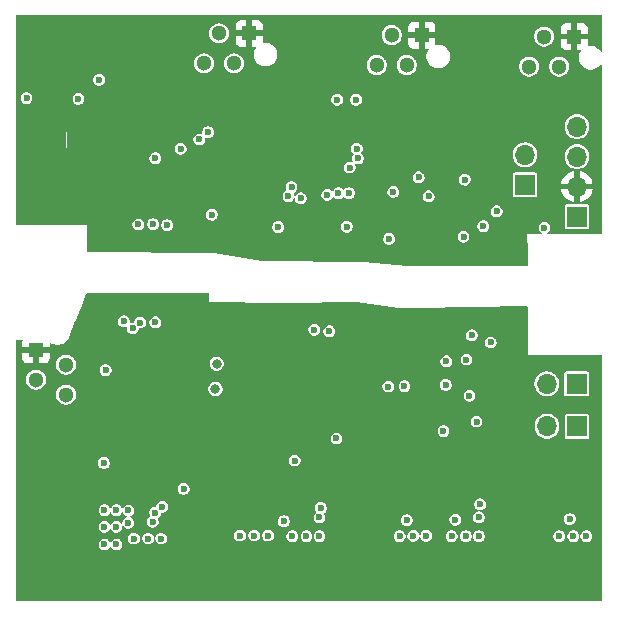
<source format=gbr>
%TF.GenerationSoftware,KiCad,Pcbnew,9.0.5-9.0.5~ubuntu24.04.1*%
%TF.CreationDate,2025-11-10T23:19:34+02:00*%
%TF.ProjectId,picr_1_9tdi,70696372-5f31-45f3-9974-64692e6b6963,1*%
%TF.SameCoordinates,Original*%
%TF.FileFunction,Copper,L2,Inr*%
%TF.FilePolarity,Positive*%
%FSLAX46Y46*%
G04 Gerber Fmt 4.6, Leading zero omitted, Abs format (unit mm)*
G04 Created by KiCad (PCBNEW 9.0.5-9.0.5~ubuntu24.04.1) date 2025-11-10 23:19:34*
%MOMM*%
%LPD*%
G01*
G04 APERTURE LIST*
%TA.AperFunction,ComponentPad*%
%ADD10R,1.300000X1.300000*%
%TD*%
%TA.AperFunction,ComponentPad*%
%ADD11C,1.300000*%
%TD*%
%TA.AperFunction,ComponentPad*%
%ADD12R,1.700000X1.700000*%
%TD*%
%TA.AperFunction,ComponentPad*%
%ADD13O,1.700000X1.700000*%
%TD*%
%TA.AperFunction,HeatsinkPad*%
%ADD14O,1.600000X0.900000*%
%TD*%
%TA.AperFunction,ViaPad*%
%ADD15C,0.600000*%
%TD*%
%TA.AperFunction,ViaPad*%
%ADD16C,0.400000*%
%TD*%
%TA.AperFunction,ViaPad*%
%ADD17C,0.800000*%
%TD*%
%TA.AperFunction,Conductor*%
%ADD18C,0.200000*%
%TD*%
G04 APERTURE END LIST*
D10*
%TO.N,GND_MCU*%
%TO.C,U11*%
X115375000Y-69300000D03*
D11*
%TO.N,+3.3V*%
X114105000Y-71840000D03*
%TO.N,/E_M3_A*%
X112835000Y-69300000D03*
%TO.N,/E_M3_B*%
X111565000Y-71840000D03*
%TD*%
D10*
%TO.N,GND_MCU*%
%TO.C,U9*%
X102455000Y-69180000D03*
D11*
%TO.N,+3.3V*%
X101185000Y-71720000D03*
%TO.N,/E_M1_A*%
X99915000Y-69180000D03*
%TO.N,/E_M1_B*%
X98645000Y-71720000D03*
%TD*%
D10*
%TO.N,GND_MOT*%
%TO.C,U15*%
X69800000Y-95810000D03*
D11*
%TO.N,/PWM_TH_O*%
X72340000Y-97080000D03*
%TO.N,unconnected-(U15-Pad3)*%
X69800000Y-98350000D03*
%TO.N,unconnected-(U15-Pad4)*%
X72340000Y-99620000D03*
%TD*%
D12*
%TO.N,/PWM_GRB_O*%
%TO.C,J4*%
X115600000Y-102300000D03*
D13*
%TO.N,/5V_MOT*%
X113060000Y-102300000D03*
%TO.N,GND_MOT*%
X110520000Y-102300000D03*
%TD*%
D14*
%TO.N,GND_MCU*%
%TO.C,J1*%
X69500000Y-77700000D03*
X69500000Y-84300000D03*
%TD*%
D12*
%TO.N,/GLo*%
%TO.C,J3*%
X115600000Y-84540000D03*
D13*
%TO.N,GND_MCU*%
X115600000Y-82000000D03*
%TO.N,/IR_RX*%
X115600000Y-79460000D03*
%TO.N,+3.3V*%
X115600000Y-76920000D03*
%TD*%
D12*
%TO.N,/PWM_ANG_O*%
%TO.C,J6*%
X115580000Y-98700000D03*
D13*
%TO.N,/5V_MOT*%
X113040000Y-98700000D03*
%TO.N,GND_MOT*%
X110500000Y-98700000D03*
%TD*%
D10*
%TO.N,GND_MCU*%
%TO.C,U10*%
X87845000Y-69035000D03*
D11*
%TO.N,+3.3V*%
X86575000Y-71575000D03*
%TO.N,/E_M2_A*%
X85305000Y-69035000D03*
%TO.N,/E_M2_B*%
X84035000Y-71575000D03*
%TD*%
D12*
%TO.N,/GLo*%
%TO.C,J5*%
X111200000Y-81850000D03*
D13*
%TO.N,/IR_TX*%
X111200000Y-79310000D03*
%TD*%
D15*
%TO.N,GND_MCU*%
X82370000Y-81670000D03*
%TO.N,GND_MOT*%
X79200000Y-94800000D03*
D16*
X110700000Y-109600000D03*
D15*
X97200000Y-115600000D03*
X105600000Y-98800000D03*
X82410000Y-102680000D03*
D16*
X110200000Y-110100000D03*
D15*
X94400000Y-116300000D03*
X71100000Y-115650000D03*
X100000000Y-116300000D03*
D16*
X111200000Y-110100000D03*
D15*
X96500000Y-114900000D03*
X75050000Y-115650000D03*
X109900000Y-116300000D03*
X103080000Y-107640000D03*
X85650000Y-103710000D03*
X87600000Y-103000000D03*
X83090000Y-102700000D03*
X82200000Y-94100000D03*
X81040000Y-102650000D03*
D16*
X96600000Y-109100000D03*
D15*
X69300000Y-114400000D03*
X82350000Y-105100000D03*
X107800000Y-116300000D03*
X74525000Y-107575000D03*
X109050000Y-105550000D03*
X70200000Y-115650000D03*
X101425000Y-93171000D03*
X96800000Y-100900000D03*
D16*
X97600000Y-110100000D03*
D15*
X69300000Y-115650000D03*
X84400000Y-116300000D03*
D16*
X97100000Y-109100000D03*
D15*
X80360000Y-101890000D03*
D16*
X83200000Y-110000000D03*
D15*
X68400000Y-95800000D03*
D16*
X83700000Y-110000000D03*
D15*
X111300000Y-115600000D03*
X79200000Y-103400000D03*
X73730735Y-105479265D03*
X79870000Y-108490000D03*
D16*
X97600000Y-109600000D03*
D15*
X98225000Y-96325000D03*
X83100000Y-101930000D03*
X82000000Y-106200000D03*
X89490000Y-107600000D03*
X97900000Y-115600000D03*
D16*
X110700000Y-110100000D03*
D15*
X97900000Y-114900000D03*
X109900000Y-115600000D03*
X91090000Y-106450000D03*
X89560000Y-100660000D03*
X83700000Y-116300000D03*
X92080000Y-103500000D03*
X74660000Y-96390000D03*
X111300000Y-116300000D03*
D16*
X83700000Y-110500000D03*
D15*
X80350000Y-102640000D03*
X97130000Y-107220000D03*
X83000000Y-114900000D03*
X110600000Y-114900000D03*
X99510000Y-102680000D03*
X75050000Y-99150000D03*
X88680000Y-92240000D03*
X75100000Y-114550000D03*
X98600000Y-98700000D03*
X70200000Y-114400000D03*
X108600000Y-98750000D03*
X80900000Y-116300000D03*
D16*
X83200000Y-110500000D03*
D15*
X95800000Y-116300000D03*
X109200000Y-116300000D03*
X81720000Y-102670000D03*
D16*
X110200000Y-109100000D03*
D15*
X96500000Y-116300000D03*
D16*
X110200000Y-109600000D03*
X97600000Y-109100000D03*
D15*
X81700000Y-104800000D03*
X97200000Y-114900000D03*
D16*
X111200000Y-109600000D03*
D15*
X98600000Y-116300000D03*
X83000000Y-115600000D03*
X102330000Y-102720000D03*
X87450000Y-92230000D03*
X99300000Y-116300000D03*
X115500000Y-100400000D03*
X85100000Y-116300000D03*
X86600000Y-108000000D03*
X110600000Y-116300000D03*
X83790000Y-102690000D03*
X84400000Y-107500000D03*
X109900000Y-114900000D03*
X109012500Y-95887500D03*
X85875000Y-108000000D03*
X81700000Y-105450000D03*
X85800000Y-116300000D03*
X93000000Y-97700000D03*
X110600000Y-115600000D03*
X71100000Y-114400000D03*
X83700000Y-115600000D03*
X72000000Y-115650000D03*
D16*
X96600000Y-109600000D03*
X110700000Y-109100000D03*
D15*
X97900000Y-116300000D03*
X108500000Y-116300000D03*
D16*
X96600000Y-110100000D03*
X97100000Y-109600000D03*
D15*
X90600000Y-97300000D03*
X97200000Y-116300000D03*
X81050000Y-101910000D03*
X102730000Y-98990000D03*
X84880000Y-103720000D03*
X81600000Y-116300000D03*
X96500000Y-115600000D03*
X104500000Y-106180000D03*
X70060000Y-101150000D03*
D16*
X97100000Y-110100000D03*
D15*
X115500000Y-104500000D03*
X82650000Y-106550000D03*
X112620000Y-105600000D03*
X86440000Y-103700000D03*
X98200000Y-93600000D03*
X116350000Y-96750000D03*
D16*
X84200000Y-109500000D03*
D15*
X82300000Y-116300000D03*
D16*
X111200000Y-109100000D03*
D15*
X115100000Y-96750000D03*
X113950000Y-96750000D03*
X113400000Y-116300000D03*
X94050000Y-102950000D03*
X82410000Y-101930000D03*
X82000000Y-106850000D03*
X86500000Y-116300000D03*
X79800000Y-103700000D03*
X84400000Y-114900000D03*
X92700000Y-106220000D03*
X72000000Y-114400000D03*
D16*
X83700000Y-109500000D03*
X84200000Y-110500000D03*
D15*
X93600000Y-100400000D03*
X75890000Y-107780000D03*
D16*
X83200000Y-109500000D03*
D15*
X83770000Y-101950000D03*
X100730000Y-106060000D03*
X87230000Y-103670000D03*
X79200000Y-104000000D03*
X108700000Y-102350000D03*
X111300000Y-114900000D03*
X95100000Y-116300000D03*
X83000000Y-116300000D03*
X74660000Y-93540000D03*
X87600000Y-102100000D03*
X81730000Y-101920000D03*
D16*
X84200000Y-110000000D03*
D15*
X92500000Y-96500000D03*
X112000000Y-116300000D03*
X83700000Y-114900000D03*
X85325000Y-92200000D03*
X112700000Y-116300000D03*
X84400000Y-115600000D03*
%TO.N,/VBAT*%
X92700000Y-111600000D03*
X77625000Y-109425000D03*
X87075000Y-111550000D03*
X115300000Y-111600000D03*
X75600000Y-110800000D03*
X100600000Y-111600000D03*
X80400000Y-111800000D03*
X105000000Y-111600000D03*
X76600000Y-109400000D03*
X101750000Y-111575000D03*
X107300000Y-111600000D03*
X78100000Y-111800000D03*
X76600000Y-110800000D03*
X93800000Y-111600000D03*
X75600000Y-112300000D03*
X102825000Y-111575000D03*
X91500000Y-111600000D03*
X116400000Y-111600000D03*
X88275000Y-111550000D03*
X89450000Y-111550000D03*
X75600000Y-109400000D03*
X114100000Y-111600000D03*
X106200000Y-111600000D03*
X77625000Y-110475000D03*
X79300000Y-111800000D03*
X76600000Y-112300000D03*
%TO.N,GND_MCU*%
X85000000Y-87100000D03*
X73070000Y-70790000D03*
X98480240Y-85119760D03*
X100850000Y-84950000D03*
X73300000Y-82300000D03*
X74660000Y-85200000D03*
X103840000Y-80490000D03*
X73475000Y-77700000D03*
X113350000Y-78100000D03*
X109770000Y-75170000D03*
X88330000Y-82740000D03*
X79850000Y-70600000D03*
X82540000Y-78170000D03*
X75640000Y-82630000D03*
X108810000Y-79950000D03*
X87300000Y-74000000D03*
X109550000Y-71200000D03*
X73200000Y-84200000D03*
X91800000Y-77200000D03*
X78400000Y-76750000D03*
X108810000Y-82100000D03*
X95275000Y-69300000D03*
X113850000Y-74400000D03*
X102020000Y-86210000D03*
X89674265Y-74825735D03*
X70950000Y-79900000D03*
X76150000Y-75570000D03*
X96918425Y-85502377D03*
X117350000Y-85400000D03*
X96500000Y-77850000D03*
X98900000Y-74750000D03*
X71000000Y-82300000D03*
X117350000Y-80150000D03*
X70775000Y-77700000D03*
X70725000Y-84275000D03*
X87800000Y-72500000D03*
X81875000Y-84700000D03*
X99750000Y-78800000D03*
X98940000Y-70430000D03*
X109700000Y-84350000D03*
X91900000Y-78700000D03*
X105975000Y-82675000D03*
X113400000Y-81350000D03*
X86500000Y-85425000D03*
X116981568Y-69294576D03*
X91300000Y-87200000D03*
X78300000Y-69100000D03*
X100250000Y-87800000D03*
X117350000Y-82000000D03*
X110700000Y-68250000D03*
X94600000Y-73900000D03*
X93000000Y-81400000D03*
X102230000Y-78990000D03*
X69280000Y-70700000D03*
X89550000Y-69000000D03*
X71810000Y-70710000D03*
X82890000Y-75760000D03*
X95000000Y-72250000D03*
X102070000Y-82600000D03*
X117000000Y-74400000D03*
X104150000Y-69150000D03*
X105400000Y-76200000D03*
D17*
%TO.N,/5V_MOT*%
X85100000Y-97000000D03*
D15*
X75550000Y-105400000D03*
X75700000Y-97540000D03*
D17*
X85000000Y-99150000D03*
D15*
%TO.N,+3.3V*%
X84375000Y-77400000D03*
X99700000Y-86425000D03*
X84700000Y-84380000D03*
X112850000Y-85470000D03*
%TO.N,/NRST*%
X69000000Y-74510000D03*
X96362528Y-80388943D03*
%TO.N,/IR_RX*%
X102200000Y-81225000D03*
%TO.N,/PWM_GRB_O*%
X93360000Y-94120000D03*
%TO.N,/PWM_ANG_O*%
X94630000Y-94250000D03*
%TO.N,Net-(U1-SR)*%
X82300000Y-107600000D03*
%TO.N,Net-(U1-DRVOFF)*%
X79677200Y-110384579D03*
%TO.N,Net-(U7-PB8)*%
X96125000Y-85400000D03*
X90310000Y-85425000D03*
%TO.N,/PWM_M1_O*%
X77987851Y-94014579D03*
X79885421Y-109612149D03*
%TO.N,/M1_DIR_O*%
X108300000Y-95200000D03*
X80500000Y-109100000D03*
X101000000Y-98900000D03*
X91700000Y-105200000D03*
%TO.N,/M_NSLEEP_O*%
X104300000Y-102700000D03*
X90796979Y-110335723D03*
X104540000Y-96800000D03*
X104500000Y-98800000D03*
X105300000Y-110208038D03*
X115000000Y-110150000D03*
X101200000Y-110250000D03*
%TO.N,/PWM_M2_O*%
X93800000Y-109999685D03*
X79900707Y-93500706D03*
%TO.N,/M2_DIR_O*%
X99634313Y-98934313D03*
X95240000Y-103328626D03*
X93931587Y-109210579D03*
X106700000Y-94600000D03*
%TO.N,/M3_DIR_O*%
X107100000Y-101900000D03*
X107400000Y-108900000D03*
X106250000Y-96650000D03*
X106500000Y-99700000D03*
%TO.N,/PWM_M3_O*%
X107300000Y-109999685D03*
X78609659Y-93511232D03*
%TO.N,/E_M3_A*%
X94475000Y-82700000D03*
%TO.N,/PWM_M3_I*%
X78470000Y-85210000D03*
X79900000Y-79600000D03*
%TO.N,/SWCLK*%
X73400000Y-74580000D03*
X91175000Y-82800000D03*
%TO.N,/E_M1_A*%
X97060000Y-79625000D03*
%TO.N,/MCU_LED*%
X103050000Y-82825000D03*
X92225000Y-82990000D03*
%TO.N,/E_M2_A*%
X95300000Y-74650000D03*
%TO.N,/E_M3_B*%
X95411765Y-82561765D03*
%TO.N,/PWM_M2_I*%
X82048846Y-78801484D03*
X79720000Y-85180000D03*
%TO.N,/M3_DIR_I*%
X106000000Y-86250000D03*
X107680000Y-85350000D03*
%TO.N,/SWDIO*%
X75150000Y-72960000D03*
X91435636Y-82043645D03*
%TO.N,/M1_DIR_I*%
X108800000Y-84100000D03*
X106113235Y-81411765D03*
%TO.N,/PWM_M1_I*%
X80908883Y-85263162D03*
X83625000Y-78010000D03*
%TO.N,/E_M2_B*%
X96900000Y-74650000D03*
%TO.N,/M_NSLEEP_I*%
X100050000Y-82450000D03*
X96300000Y-82562765D03*
%TO.N,/E_M1_B*%
X96960000Y-78800000D03*
%TO.N,/PWM_TH_O*%
X77250000Y-93414579D03*
%TD*%
D18*
%TO.N,GND_MCU*%
X69500000Y-77700000D02*
X69650000Y-77700000D01*
%TD*%
%TA.AperFunction,Conductor*%
%TO.N,GND_MOT*%
G36*
X111900000Y-104200000D02*
G01*
X108700000Y-104200000D01*
X108700000Y-97300000D01*
X111900000Y-97300000D01*
X111900000Y-104200000D01*
G37*
%TD.AperFunction*%
%TD*%
%TA.AperFunction,Conductor*%
%TO.N,GND_MCU*%
G36*
X117685148Y-67514852D02*
G01*
X117699500Y-67549500D01*
X117699500Y-70521228D01*
X117685148Y-70555876D01*
X117650500Y-70570228D01*
X117615852Y-70555876D01*
X117609758Y-70548451D01*
X117552139Y-70462218D01*
X117412781Y-70322860D01*
X117320534Y-70261223D01*
X117248914Y-70213368D01*
X117248911Y-70213366D01*
X117248910Y-70213366D01*
X117066836Y-70137949D01*
X117066827Y-70137947D01*
X116873544Y-70099500D01*
X116873541Y-70099500D01*
X116676459Y-70099500D01*
X116617956Y-70111137D01*
X116575147Y-70119652D01*
X116538365Y-70112335D01*
X116517529Y-70081152D01*
X116517902Y-70060321D01*
X116518599Y-70057371D01*
X116525000Y-69997834D01*
X116525000Y-69550000D01*
X115690686Y-69550000D01*
X115695080Y-69545606D01*
X115747741Y-69454394D01*
X115775000Y-69352661D01*
X115775000Y-69247339D01*
X115747741Y-69145606D01*
X115695080Y-69054394D01*
X115690686Y-69050000D01*
X116525000Y-69050000D01*
X116525000Y-68602165D01*
X116518598Y-68542627D01*
X116518598Y-68542626D01*
X116468351Y-68407908D01*
X116382188Y-68292811D01*
X116267091Y-68206648D01*
X116132373Y-68156401D01*
X116072834Y-68150000D01*
X115625000Y-68150000D01*
X115625000Y-68984314D01*
X115620606Y-68979920D01*
X115529394Y-68927259D01*
X115427661Y-68900000D01*
X115322339Y-68900000D01*
X115220606Y-68927259D01*
X115129394Y-68979920D01*
X115125000Y-68984314D01*
X115125000Y-68150000D01*
X114677166Y-68150000D01*
X114617627Y-68156401D01*
X114617626Y-68156401D01*
X114482908Y-68206648D01*
X114367811Y-68292811D01*
X114281648Y-68407908D01*
X114231401Y-68542626D01*
X114231401Y-68542627D01*
X114225000Y-68602165D01*
X114225000Y-69050000D01*
X115059314Y-69050000D01*
X115054920Y-69054394D01*
X115002259Y-69145606D01*
X114975000Y-69247339D01*
X114975000Y-69352661D01*
X115002259Y-69454394D01*
X115054920Y-69545606D01*
X115059314Y-69550000D01*
X114225000Y-69550000D01*
X114225000Y-69997834D01*
X114231401Y-70057372D01*
X114231401Y-70057373D01*
X114281648Y-70192091D01*
X114367811Y-70307188D01*
X114482908Y-70393351D01*
X114617626Y-70443598D01*
X114677166Y-70450000D01*
X115125000Y-70450000D01*
X115125000Y-69615686D01*
X115129394Y-69620080D01*
X115220606Y-69672741D01*
X115322339Y-69700000D01*
X115427661Y-69700000D01*
X115529394Y-69672741D01*
X115620606Y-69620080D01*
X115625000Y-69615686D01*
X115625000Y-70450000D01*
X115914353Y-70450000D01*
X115949001Y-70464352D01*
X115963353Y-70499000D01*
X115955095Y-70526220D01*
X115888368Y-70626086D01*
X115888366Y-70626089D01*
X115812949Y-70808163D01*
X115812947Y-70808172D01*
X115774500Y-71001455D01*
X115774500Y-71198544D01*
X115812947Y-71391827D01*
X115812949Y-71391836D01*
X115854122Y-71491236D01*
X115888368Y-71573914D01*
X115945062Y-71658763D01*
X115987070Y-71721633D01*
X115997861Y-71737782D01*
X116137218Y-71877139D01*
X116301086Y-71986632D01*
X116483165Y-72062051D01*
X116676459Y-72100500D01*
X116873541Y-72100500D01*
X117066835Y-72062051D01*
X117248914Y-71986632D01*
X117412782Y-71877139D01*
X117552139Y-71737782D01*
X117609759Y-71651547D01*
X117640940Y-71630713D01*
X117677723Y-71638029D01*
X117698558Y-71669211D01*
X117699500Y-71678771D01*
X117699500Y-85951381D01*
X117685148Y-85986029D01*
X117650594Y-86000381D01*
X113100181Y-86009120D01*
X113065505Y-85994835D01*
X113051087Y-85960214D01*
X113065372Y-85925538D01*
X113075587Y-85917685D01*
X113157314Y-85870500D01*
X113250500Y-85777314D01*
X113307563Y-85678478D01*
X113316391Y-85663188D01*
X113316391Y-85663187D01*
X113316392Y-85663186D01*
X113350499Y-85535895D01*
X113350500Y-85535895D01*
X113350500Y-85404105D01*
X113350499Y-85404104D01*
X113330390Y-85329057D01*
X113316392Y-85276814D01*
X113316391Y-85276813D01*
X113316391Y-85276811D01*
X113261794Y-85182248D01*
X113250500Y-85162686D01*
X113157314Y-85069500D01*
X113043188Y-85003608D01*
X113043184Y-85003607D01*
X112915895Y-84969500D01*
X112915892Y-84969500D01*
X112784108Y-84969500D01*
X112784105Y-84969500D01*
X112656815Y-85003607D01*
X112656811Y-85003608D01*
X112542685Y-85069500D01*
X112542685Y-85069501D01*
X112449501Y-85162685D01*
X112449500Y-85162685D01*
X112383608Y-85276811D01*
X112383607Y-85276815D01*
X112349500Y-85404104D01*
X112349500Y-85535895D01*
X112383607Y-85663184D01*
X112383608Y-85663188D01*
X112434018Y-85750499D01*
X112449500Y-85777314D01*
X112542686Y-85870500D01*
X112609850Y-85909277D01*
X112626070Y-85918642D01*
X112648900Y-85948395D01*
X112644005Y-85985577D01*
X112614252Y-86008407D01*
X112601664Y-86010077D01*
X111413763Y-86012358D01*
X111413763Y-86012359D01*
X111433944Y-87537076D01*
X111449342Y-88700351D01*
X111435450Y-88735187D01*
X111400995Y-88749996D01*
X111400346Y-88750000D01*
X101303752Y-88750000D01*
X101298556Y-88749724D01*
X97549993Y-88349999D01*
X88904061Y-88300023D01*
X88895999Y-88299308D01*
X84849999Y-87599999D01*
X74198777Y-87551585D01*
X74164195Y-87537076D01*
X74150000Y-87502586D01*
X74150000Y-86359104D01*
X99199500Y-86359104D01*
X99199500Y-86490895D01*
X99233607Y-86618184D01*
X99233608Y-86618188D01*
X99290307Y-86716391D01*
X99299500Y-86732314D01*
X99392686Y-86825500D01*
X99434457Y-86849617D01*
X99506811Y-86891391D01*
X99506813Y-86891391D01*
X99506814Y-86891392D01*
X99607207Y-86918292D01*
X99634104Y-86925499D01*
X99634105Y-86925500D01*
X99634108Y-86925500D01*
X99765895Y-86925500D01*
X99765895Y-86925499D01*
X99893186Y-86891392D01*
X100007314Y-86825500D01*
X100100500Y-86732314D01*
X100166392Y-86618186D01*
X100200499Y-86490895D01*
X100200500Y-86490895D01*
X100200500Y-86359105D01*
X100200499Y-86359104D01*
X100166392Y-86231815D01*
X100166391Y-86231811D01*
X100151140Y-86205396D01*
X100138847Y-86184104D01*
X105499500Y-86184104D01*
X105499500Y-86315895D01*
X105533607Y-86443184D01*
X105533608Y-86443188D01*
X105599500Y-86557314D01*
X105692686Y-86650500D01*
X105734457Y-86674617D01*
X105806811Y-86716391D01*
X105806813Y-86716391D01*
X105806814Y-86716392D01*
X105866240Y-86732315D01*
X105934104Y-86750499D01*
X105934105Y-86750500D01*
X105934108Y-86750500D01*
X106065895Y-86750500D01*
X106065895Y-86750499D01*
X106193186Y-86716392D01*
X106307314Y-86650500D01*
X106400500Y-86557314D01*
X106466392Y-86443186D01*
X106500499Y-86315895D01*
X106500500Y-86315895D01*
X106500500Y-86184105D01*
X106500499Y-86184104D01*
X106466392Y-86056815D01*
X106466391Y-86056811D01*
X106410620Y-85960214D01*
X106400500Y-85942686D01*
X106307314Y-85849500D01*
X106193188Y-85783608D01*
X106193184Y-85783607D01*
X106065895Y-85749500D01*
X106065892Y-85749500D01*
X105934108Y-85749500D01*
X105934105Y-85749500D01*
X105806815Y-85783607D01*
X105806811Y-85783608D01*
X105692685Y-85849500D01*
X105692685Y-85849501D01*
X105599501Y-85942685D01*
X105599500Y-85942685D01*
X105533608Y-86056811D01*
X105533607Y-86056815D01*
X105499500Y-86184104D01*
X100138847Y-86184104D01*
X100100499Y-86117685D01*
X100007314Y-86024500D01*
X99893188Y-85958608D01*
X99893184Y-85958607D01*
X99765895Y-85924500D01*
X99765892Y-85924500D01*
X99634108Y-85924500D01*
X99634105Y-85924500D01*
X99506815Y-85958607D01*
X99506811Y-85958608D01*
X99392685Y-86024500D01*
X99392685Y-86024501D01*
X99299501Y-86117685D01*
X99299500Y-86117685D01*
X99233608Y-86231811D01*
X99233607Y-86231815D01*
X99199500Y-86359104D01*
X74150000Y-86359104D01*
X74150000Y-85250000D01*
X70285306Y-85250000D01*
X70250658Y-85235648D01*
X70246411Y-85225395D01*
X72497427Y-85225395D01*
X72496262Y-85144104D01*
X77969500Y-85144104D01*
X77969500Y-85275895D01*
X78003607Y-85403184D01*
X78003608Y-85403188D01*
X78052179Y-85487314D01*
X78069500Y-85517314D01*
X78162686Y-85610500D01*
X78175999Y-85618186D01*
X78276811Y-85676391D01*
X78276813Y-85676391D01*
X78276814Y-85676392D01*
X78377207Y-85703292D01*
X78404104Y-85710499D01*
X78404105Y-85710500D01*
X78404108Y-85710500D01*
X78535895Y-85710500D01*
X78535895Y-85710499D01*
X78663186Y-85676392D01*
X78777314Y-85610500D01*
X78870500Y-85517314D01*
X78929056Y-85415892D01*
X78936391Y-85403188D01*
X78936391Y-85403187D01*
X78936392Y-85403186D01*
X78970499Y-85275895D01*
X78970500Y-85275895D01*
X78970500Y-85144105D01*
X78970499Y-85144104D01*
X78965000Y-85123578D01*
X78962461Y-85114104D01*
X79219500Y-85114104D01*
X79219500Y-85245895D01*
X79253607Y-85373184D01*
X79253608Y-85373188D01*
X79308482Y-85468230D01*
X79319500Y-85487314D01*
X79412686Y-85580500D01*
X79454457Y-85604617D01*
X79526811Y-85646391D01*
X79526813Y-85646391D01*
X79526814Y-85646392D01*
X79591267Y-85663662D01*
X79654104Y-85680499D01*
X79654105Y-85680500D01*
X79654108Y-85680500D01*
X79785895Y-85680500D01*
X79785895Y-85680499D01*
X79913186Y-85646392D01*
X80027314Y-85580500D01*
X80120500Y-85487314D01*
X80186392Y-85373186D01*
X80220499Y-85245895D01*
X80220500Y-85245895D01*
X80220500Y-85197266D01*
X80408383Y-85197266D01*
X80408383Y-85329057D01*
X80442490Y-85456346D01*
X80442491Y-85456350D01*
X80492626Y-85543184D01*
X80508383Y-85570476D01*
X80601569Y-85663662D01*
X80630733Y-85680500D01*
X80715694Y-85729553D01*
X80715696Y-85729553D01*
X80715697Y-85729554D01*
X80816090Y-85756454D01*
X80842987Y-85763661D01*
X80842988Y-85763662D01*
X80842991Y-85763662D01*
X80974778Y-85763662D01*
X80974778Y-85763661D01*
X81102069Y-85729554D01*
X81216197Y-85663662D01*
X81309383Y-85570476D01*
X81375275Y-85456348D01*
X81389520Y-85403184D01*
X81401332Y-85359104D01*
X89809500Y-85359104D01*
X89809500Y-85490895D01*
X89843607Y-85618184D01*
X89843608Y-85618188D01*
X89909500Y-85732314D01*
X90002686Y-85825500D01*
X90044255Y-85849500D01*
X90116811Y-85891391D01*
X90116813Y-85891391D01*
X90116814Y-85891392D01*
X90214942Y-85917685D01*
X90244104Y-85925499D01*
X90244105Y-85925500D01*
X90244108Y-85925500D01*
X90375895Y-85925500D01*
X90375895Y-85925499D01*
X90503186Y-85891392D01*
X90617314Y-85825500D01*
X90710500Y-85732314D01*
X90776392Y-85618186D01*
X90810499Y-85490895D01*
X90810500Y-85490895D01*
X90810500Y-85359107D01*
X90806339Y-85343577D01*
X90806339Y-85343575D01*
X90803801Y-85334104D01*
X95624500Y-85334104D01*
X95624500Y-85465895D01*
X95658607Y-85593184D01*
X95658608Y-85593188D01*
X95706647Y-85676392D01*
X95724500Y-85707314D01*
X95817686Y-85800500D01*
X95845210Y-85816391D01*
X95931811Y-85866391D01*
X95931813Y-85866391D01*
X95931814Y-85866392D01*
X96025112Y-85891391D01*
X96059104Y-85900499D01*
X96059105Y-85900500D01*
X96059108Y-85900500D01*
X96190895Y-85900500D01*
X96190895Y-85900499D01*
X96318186Y-85866392D01*
X96432314Y-85800500D01*
X96525500Y-85707314D01*
X96591392Y-85593186D01*
X96625499Y-85465895D01*
X96625500Y-85465895D01*
X96625500Y-85334105D01*
X96625499Y-85334104D01*
X96614641Y-85293578D01*
X96612102Y-85284104D01*
X107179500Y-85284104D01*
X107179500Y-85415895D01*
X107213607Y-85543184D01*
X107213608Y-85543188D01*
X107273194Y-85646392D01*
X107279500Y-85657314D01*
X107372686Y-85750500D01*
X107414457Y-85774617D01*
X107486811Y-85816391D01*
X107486813Y-85816391D01*
X107486814Y-85816392D01*
X107587207Y-85843292D01*
X107614104Y-85850499D01*
X107614105Y-85850500D01*
X107614108Y-85850500D01*
X107745895Y-85850500D01*
X107745895Y-85850499D01*
X107873186Y-85816392D01*
X107987314Y-85750500D01*
X108080500Y-85657314D01*
X108146392Y-85543186D01*
X108180499Y-85415895D01*
X108180500Y-85415895D01*
X108180500Y-85284105D01*
X108180499Y-85284104D01*
X108163256Y-85219751D01*
X108146392Y-85156814D01*
X108146391Y-85156813D01*
X108146391Y-85156811D01*
X108104617Y-85084457D01*
X108080500Y-85042686D01*
X107987314Y-84949500D01*
X107873188Y-84883608D01*
X107873184Y-84883607D01*
X107745895Y-84849500D01*
X107745892Y-84849500D01*
X107614108Y-84849500D01*
X107614105Y-84849500D01*
X107486815Y-84883607D01*
X107486811Y-84883608D01*
X107372685Y-84949500D01*
X107372685Y-84949501D01*
X107279501Y-85042685D01*
X107279500Y-85042685D01*
X107213608Y-85156811D01*
X107213607Y-85156815D01*
X107179500Y-85284104D01*
X96612102Y-85284104D01*
X96591392Y-85206815D01*
X96591391Y-85206811D01*
X96549617Y-85134457D01*
X96525500Y-85092686D01*
X96432314Y-84999500D01*
X96410343Y-84986815D01*
X96318188Y-84933608D01*
X96318184Y-84933607D01*
X96190895Y-84899500D01*
X96190892Y-84899500D01*
X96059108Y-84899500D01*
X96059105Y-84899500D01*
X95931815Y-84933607D01*
X95931811Y-84933608D01*
X95817685Y-84999500D01*
X95817685Y-84999501D01*
X95724501Y-85092685D01*
X95724500Y-85092685D01*
X95658608Y-85206811D01*
X95658607Y-85206815D01*
X95624500Y-85334104D01*
X90803801Y-85334104D01*
X90776392Y-85231815D01*
X90776391Y-85231811D01*
X90724468Y-85141880D01*
X90710500Y-85117686D01*
X90617314Y-85024500D01*
X90604003Y-85016815D01*
X90503188Y-84958608D01*
X90503184Y-84958607D01*
X90375895Y-84924500D01*
X90375892Y-84924500D01*
X90244108Y-84924500D01*
X90244105Y-84924500D01*
X90116815Y-84958607D01*
X90116811Y-84958608D01*
X90002685Y-85024500D01*
X90002685Y-85024501D01*
X89909501Y-85117685D01*
X89909500Y-85117685D01*
X89843608Y-85231811D01*
X89843607Y-85231815D01*
X89809500Y-85359104D01*
X81401332Y-85359104D01*
X81405588Y-85343220D01*
X81405589Y-85343215D01*
X81409383Y-85329054D01*
X81409383Y-85197267D01*
X81409382Y-85197266D01*
X81375275Y-85069977D01*
X81375274Y-85069973D01*
X81327261Y-84986814D01*
X81309383Y-84955848D01*
X81216197Y-84862662D01*
X81188015Y-84846391D01*
X81102071Y-84796770D01*
X81102067Y-84796769D01*
X80974778Y-84762662D01*
X80974775Y-84762662D01*
X80842991Y-84762662D01*
X80842988Y-84762662D01*
X80715698Y-84796769D01*
X80715694Y-84796770D01*
X80601568Y-84862662D01*
X80601568Y-84862663D01*
X80508384Y-84955847D01*
X80508383Y-84955847D01*
X80442491Y-85069973D01*
X80442490Y-85069977D01*
X80408383Y-85197266D01*
X80220500Y-85197266D01*
X80220500Y-85114105D01*
X80220499Y-85114104D01*
X80196490Y-85024500D01*
X80186392Y-84986814D01*
X80186391Y-84986813D01*
X80186391Y-84986811D01*
X80139497Y-84905589D01*
X80120500Y-84872686D01*
X80027314Y-84779500D01*
X79998150Y-84762662D01*
X79913188Y-84713608D01*
X79913184Y-84713607D01*
X79785895Y-84679500D01*
X79785892Y-84679500D01*
X79654108Y-84679500D01*
X79654105Y-84679500D01*
X79526815Y-84713607D01*
X79526811Y-84713608D01*
X79412685Y-84779500D01*
X79412685Y-84779501D01*
X79319501Y-84872685D01*
X79319500Y-84872685D01*
X79253608Y-84986811D01*
X79253607Y-84986815D01*
X79219500Y-85114104D01*
X78962461Y-85114104D01*
X78936392Y-85016815D01*
X78936391Y-85016811D01*
X78870499Y-84902685D01*
X78777314Y-84809500D01*
X78663188Y-84743608D01*
X78663184Y-84743607D01*
X78535895Y-84709500D01*
X78535892Y-84709500D01*
X78404108Y-84709500D01*
X78404105Y-84709500D01*
X78276815Y-84743607D01*
X78276811Y-84743608D01*
X78162685Y-84809500D01*
X78162685Y-84809501D01*
X78069501Y-84902685D01*
X78069500Y-84902685D01*
X78003608Y-85016811D01*
X78003607Y-85016815D01*
X77969500Y-85144104D01*
X72496262Y-85144104D01*
X72484371Y-84314104D01*
X84199500Y-84314104D01*
X84199500Y-84445895D01*
X84233607Y-84573184D01*
X84233608Y-84573188D01*
X84299500Y-84687314D01*
X84392686Y-84780500D01*
X84434457Y-84804617D01*
X84506811Y-84846391D01*
X84506813Y-84846391D01*
X84506814Y-84846392D01*
X84607207Y-84873292D01*
X84634104Y-84880499D01*
X84634105Y-84880500D01*
X84634108Y-84880500D01*
X84765895Y-84880500D01*
X84765895Y-84880499D01*
X84893186Y-84846392D01*
X85007314Y-84780500D01*
X85100500Y-84687314D01*
X85164128Y-84577107D01*
X85166391Y-84573188D01*
X85166391Y-84573187D01*
X85166392Y-84573186D01*
X85200499Y-84445895D01*
X85200500Y-84445895D01*
X85200500Y-84314105D01*
X85200499Y-84314104D01*
X85166392Y-84186815D01*
X85166391Y-84186811D01*
X85100499Y-84072685D01*
X85061918Y-84034104D01*
X108299500Y-84034104D01*
X108299500Y-84165895D01*
X108333607Y-84293184D01*
X108333608Y-84293188D01*
X108399500Y-84407314D01*
X108492686Y-84500500D01*
X108512501Y-84511940D01*
X108606811Y-84566391D01*
X108606813Y-84566391D01*
X108606814Y-84566392D01*
X108707207Y-84593292D01*
X108734104Y-84600499D01*
X108734105Y-84600500D01*
X108734108Y-84600500D01*
X108865895Y-84600500D01*
X108865895Y-84600499D01*
X108993186Y-84566392D01*
X109107314Y-84500500D01*
X109200500Y-84407314D01*
X109266392Y-84293186D01*
X109300499Y-84165895D01*
X109300500Y-84165895D01*
X109300500Y-84034105D01*
X109300499Y-84034104D01*
X109266392Y-83906815D01*
X109266391Y-83906811D01*
X109200499Y-83792685D01*
X109107314Y-83699500D01*
X109056656Y-83670252D01*
X114549500Y-83670252D01*
X114549500Y-85409748D01*
X114561133Y-85468231D01*
X114573884Y-85487314D01*
X114605447Y-85534552D01*
X114618366Y-85543184D01*
X114671769Y-85578867D01*
X114730252Y-85590500D01*
X114730255Y-85590500D01*
X116469745Y-85590500D01*
X116469748Y-85590500D01*
X116528231Y-85578867D01*
X116594552Y-85534552D01*
X116638867Y-85468231D01*
X116650500Y-85409748D01*
X116650500Y-83670252D01*
X116638867Y-83611769D01*
X116612301Y-83572012D01*
X116594552Y-83545447D01*
X116554795Y-83518882D01*
X116528231Y-83501133D01*
X116469748Y-83489500D01*
X114730252Y-83489500D01*
X114671769Y-83501133D01*
X114605447Y-83545447D01*
X114569331Y-83599500D01*
X114561133Y-83611769D01*
X114549500Y-83670252D01*
X109056656Y-83670252D01*
X108993188Y-83633608D01*
X108993184Y-83633607D01*
X108865895Y-83599500D01*
X108865892Y-83599500D01*
X108734108Y-83599500D01*
X108734105Y-83599500D01*
X108606815Y-83633607D01*
X108606811Y-83633608D01*
X108492685Y-83699500D01*
X108492685Y-83699501D01*
X108399501Y-83792685D01*
X108399500Y-83792685D01*
X108333608Y-83906811D01*
X108333607Y-83906815D01*
X108299500Y-84034104D01*
X85061918Y-84034104D01*
X85007314Y-83979500D01*
X84893188Y-83913608D01*
X84893184Y-83913607D01*
X84765895Y-83879500D01*
X84765892Y-83879500D01*
X84634108Y-83879500D01*
X84634105Y-83879500D01*
X84506815Y-83913607D01*
X84506811Y-83913608D01*
X84392685Y-83979500D01*
X84392685Y-83979501D01*
X84299501Y-84072685D01*
X84299500Y-84072685D01*
X84233608Y-84186811D01*
X84233607Y-84186815D01*
X84199500Y-84314104D01*
X72484371Y-84314104D01*
X72461735Y-82734104D01*
X90674500Y-82734104D01*
X90674500Y-82865895D01*
X90708607Y-82993184D01*
X90708608Y-82993188D01*
X90749068Y-83063265D01*
X90774500Y-83107314D01*
X90867686Y-83200500D01*
X90909457Y-83224617D01*
X90981811Y-83266391D01*
X90981813Y-83266391D01*
X90981814Y-83266392D01*
X91075112Y-83291391D01*
X91109104Y-83300499D01*
X91109105Y-83300500D01*
X91109108Y-83300500D01*
X91240895Y-83300500D01*
X91240895Y-83300499D01*
X91368186Y-83266392D01*
X91482314Y-83200500D01*
X91575500Y-83107314D01*
X91633065Y-83007609D01*
X91662818Y-82984779D01*
X91700000Y-82989674D01*
X91722830Y-83019427D01*
X91724500Y-83032109D01*
X91724500Y-83055895D01*
X91758607Y-83183184D01*
X91758608Y-83183188D01*
X91806647Y-83266392D01*
X91824500Y-83297314D01*
X91917686Y-83390500D01*
X91959457Y-83414617D01*
X92031811Y-83456391D01*
X92031813Y-83456391D01*
X92031814Y-83456392D01*
X92132207Y-83483292D01*
X92159104Y-83490499D01*
X92159105Y-83490500D01*
X92159108Y-83490500D01*
X92290895Y-83490500D01*
X92290895Y-83490499D01*
X92418186Y-83456392D01*
X92532314Y-83390500D01*
X92625500Y-83297314D01*
X92691392Y-83183186D01*
X92725499Y-83055895D01*
X92725500Y-83055895D01*
X92725500Y-82924105D01*
X92725499Y-82924104D01*
X92713539Y-82879467D01*
X92691392Y-82796814D01*
X92691391Y-82796813D01*
X92691391Y-82796811D01*
X92646898Y-82719748D01*
X92625500Y-82682686D01*
X92576918Y-82634104D01*
X93974500Y-82634104D01*
X93974500Y-82765895D01*
X94008607Y-82893184D01*
X94008608Y-82893188D01*
X94066342Y-82993184D01*
X94074500Y-83007314D01*
X94167686Y-83100500D01*
X94179490Y-83107315D01*
X94281811Y-83166391D01*
X94281813Y-83166391D01*
X94281814Y-83166392D01*
X94344491Y-83183186D01*
X94409104Y-83200499D01*
X94409105Y-83200500D01*
X94409108Y-83200500D01*
X94540895Y-83200500D01*
X94540895Y-83200499D01*
X94668186Y-83166392D01*
X94782314Y-83100500D01*
X94875500Y-83007314D01*
X94927995Y-82916391D01*
X94942998Y-82890405D01*
X94944231Y-82891116D01*
X94967346Y-82867975D01*
X95004849Y-82867953D01*
X95020772Y-82878586D01*
X95104451Y-82962265D01*
X95143446Y-82984779D01*
X95218576Y-83028156D01*
X95218578Y-83028156D01*
X95218579Y-83028157D01*
X95318972Y-83055057D01*
X95345869Y-83062264D01*
X95345870Y-83062265D01*
X95345873Y-83062265D01*
X95477660Y-83062265D01*
X95477660Y-83062264D01*
X95604951Y-83028157D01*
X95719079Y-82962265D01*
X95812265Y-82869079D01*
X95813153Y-82867539D01*
X95813864Y-82866993D01*
X95814223Y-82866527D01*
X95814347Y-82866622D01*
X95842900Y-82844704D01*
X95880083Y-82849590D01*
X95898026Y-82867527D01*
X95898924Y-82869081D01*
X95899500Y-82870079D01*
X95992686Y-82963265D01*
X96029949Y-82984779D01*
X96106811Y-83029156D01*
X96106813Y-83029156D01*
X96106814Y-83029157D01*
X96206591Y-83055892D01*
X96234104Y-83063264D01*
X96234105Y-83063265D01*
X96234108Y-83063265D01*
X96365895Y-83063265D01*
X96365895Y-83063264D01*
X96493186Y-83029157D01*
X96607314Y-82963265D01*
X96700500Y-82870079D01*
X96766392Y-82755951D01*
X96800499Y-82628660D01*
X96800500Y-82628660D01*
X96800500Y-82496870D01*
X96800499Y-82496869D01*
X96772823Y-82393578D01*
X96770284Y-82384104D01*
X99549500Y-82384104D01*
X99549500Y-82515895D01*
X99583607Y-82643184D01*
X99583608Y-82643188D01*
X99636100Y-82734105D01*
X99649500Y-82757314D01*
X99742686Y-82850500D01*
X99776603Y-82870082D01*
X99856811Y-82916391D01*
X99856813Y-82916391D01*
X99856814Y-82916392D01*
X99885600Y-82924105D01*
X99984104Y-82950499D01*
X99984105Y-82950500D01*
X99984108Y-82950500D01*
X100115895Y-82950500D01*
X100115895Y-82950499D01*
X100243186Y-82916392D01*
X100357314Y-82850500D01*
X100448710Y-82759104D01*
X102549500Y-82759104D01*
X102549500Y-82890895D01*
X102583607Y-83018184D01*
X102583608Y-83018188D01*
X102631132Y-83100500D01*
X102649500Y-83132314D01*
X102742686Y-83225500D01*
X102784457Y-83249617D01*
X102856811Y-83291391D01*
X102856813Y-83291391D01*
X102856814Y-83291392D01*
X102951478Y-83316757D01*
X102984104Y-83325499D01*
X102984105Y-83325500D01*
X102984108Y-83325500D01*
X103115895Y-83325500D01*
X103115895Y-83325499D01*
X103243186Y-83291392D01*
X103357314Y-83225500D01*
X103450500Y-83132314D01*
X103516392Y-83018186D01*
X103550499Y-82890895D01*
X103550500Y-82890895D01*
X103550500Y-82759105D01*
X103550499Y-82759104D01*
X103530023Y-82682685D01*
X103516392Y-82631814D01*
X103516391Y-82631813D01*
X103516391Y-82631811D01*
X103450499Y-82517685D01*
X103357314Y-82424500D01*
X103243188Y-82358608D01*
X103243184Y-82358607D01*
X103115895Y-82324500D01*
X103115892Y-82324500D01*
X102984108Y-82324500D01*
X102984105Y-82324500D01*
X102856815Y-82358607D01*
X102856811Y-82358608D01*
X102742685Y-82424500D01*
X102742685Y-82424501D01*
X102649501Y-82517685D01*
X102649500Y-82517685D01*
X102583608Y-82631811D01*
X102583607Y-82631815D01*
X102549500Y-82759104D01*
X100448710Y-82759104D01*
X100450500Y-82757314D01*
X100516392Y-82643186D01*
X100550499Y-82515895D01*
X100550500Y-82515895D01*
X100550500Y-82384105D01*
X100550499Y-82384104D01*
X100527830Y-82299501D01*
X100516392Y-82256814D01*
X100516391Y-82256813D01*
X100516391Y-82256811D01*
X100474617Y-82184457D01*
X100450500Y-82142686D01*
X100357314Y-82049500D01*
X100243188Y-81983608D01*
X100243184Y-81983607D01*
X100115895Y-81949500D01*
X100115892Y-81949500D01*
X99984108Y-81949500D01*
X99984105Y-81949500D01*
X99856815Y-81983607D01*
X99856811Y-81983608D01*
X99742685Y-82049500D01*
X99742685Y-82049501D01*
X99649501Y-82142685D01*
X99649500Y-82142685D01*
X99583608Y-82256811D01*
X99583607Y-82256815D01*
X99549500Y-82384104D01*
X96770284Y-82384104D01*
X96766869Y-82371360D01*
X96766392Y-82369579D01*
X96766391Y-82369577D01*
X96766391Y-82369576D01*
X96711746Y-82274930D01*
X96700500Y-82255451D01*
X96607314Y-82162265D01*
X96605582Y-82161265D01*
X96493188Y-82096373D01*
X96493184Y-82096372D01*
X96365895Y-82062265D01*
X96365892Y-82062265D01*
X96234108Y-82062265D01*
X96234105Y-82062265D01*
X96106815Y-82096372D01*
X96106811Y-82096373D01*
X95992685Y-82162265D01*
X95992685Y-82162266D01*
X95899503Y-82255447D01*
X95899496Y-82255457D01*
X95898601Y-82257007D01*
X95897885Y-82257555D01*
X95897544Y-82258001D01*
X95897424Y-82257909D01*
X95868843Y-82279832D01*
X95831662Y-82274930D01*
X95813736Y-82256999D01*
X95812265Y-82254451D01*
X95719079Y-82161265D01*
X95604953Y-82095373D01*
X95604949Y-82095372D01*
X95477660Y-82061265D01*
X95477657Y-82061265D01*
X95345873Y-82061265D01*
X95345870Y-82061265D01*
X95218580Y-82095372D01*
X95218576Y-82095373D01*
X95104450Y-82161265D01*
X95104450Y-82161266D01*
X95011266Y-82254450D01*
X95011265Y-82254450D01*
X94943767Y-82371360D01*
X94942542Y-82370652D01*
X94919385Y-82393803D01*
X94881882Y-82393798D01*
X94865992Y-82383178D01*
X94782314Y-82299500D01*
X94668188Y-82233608D01*
X94668184Y-82233607D01*
X94540895Y-82199500D01*
X94540892Y-82199500D01*
X94409108Y-82199500D01*
X94409105Y-82199500D01*
X94281815Y-82233607D01*
X94281811Y-82233608D01*
X94167685Y-82299500D01*
X94167685Y-82299501D01*
X94074501Y-82392685D01*
X94074500Y-82392685D01*
X94008608Y-82506811D01*
X94008607Y-82506815D01*
X93974500Y-82634104D01*
X92576918Y-82634104D01*
X92532314Y-82589500D01*
X92418188Y-82523608D01*
X92418184Y-82523607D01*
X92290895Y-82489500D01*
X92290892Y-82489500D01*
X92159108Y-82489500D01*
X92159105Y-82489500D01*
X92031815Y-82523607D01*
X92031811Y-82523608D01*
X91917685Y-82589500D01*
X91917685Y-82589501D01*
X91824501Y-82682685D01*
X91824500Y-82682685D01*
X91766935Y-82782390D01*
X91737182Y-82805220D01*
X91700000Y-82800325D01*
X91677170Y-82770572D01*
X91675500Y-82757890D01*
X91675500Y-82734105D01*
X91675499Y-82734104D01*
X91648091Y-82631815D01*
X91641392Y-82606814D01*
X91620842Y-82571221D01*
X91615947Y-82534042D01*
X91638774Y-82504290D01*
X91742950Y-82444145D01*
X91836136Y-82350959D01*
X91902028Y-82236831D01*
X91936135Y-82109540D01*
X91936136Y-82109540D01*
X91936136Y-81977750D01*
X91936135Y-81977749D01*
X91918588Y-81912264D01*
X91902028Y-81850459D01*
X91902027Y-81850458D01*
X91902027Y-81850456D01*
X91836135Y-81736330D01*
X91742950Y-81643145D01*
X91628824Y-81577253D01*
X91628820Y-81577252D01*
X91501531Y-81543145D01*
X91501528Y-81543145D01*
X91369744Y-81543145D01*
X91369741Y-81543145D01*
X91242451Y-81577252D01*
X91242447Y-81577253D01*
X91128321Y-81643145D01*
X91128321Y-81643146D01*
X91035137Y-81736330D01*
X91035136Y-81736330D01*
X90969244Y-81850456D01*
X90969243Y-81850460D01*
X90935136Y-81977749D01*
X90935136Y-82109540D01*
X90969242Y-82236826D01*
X90969243Y-82236828D01*
X90969244Y-82236831D01*
X90989792Y-82272421D01*
X90994687Y-82309603D01*
X90971857Y-82339356D01*
X90867685Y-82399500D01*
X90867685Y-82399501D01*
X90774501Y-82492685D01*
X90774500Y-82492685D01*
X90708608Y-82606811D01*
X90708607Y-82606815D01*
X90674500Y-82734104D01*
X72461735Y-82734104D01*
X72439171Y-81159104D01*
X101699500Y-81159104D01*
X101699500Y-81290895D01*
X101733607Y-81418184D01*
X101733608Y-81418188D01*
X101780843Y-81500000D01*
X101799500Y-81532314D01*
X101892686Y-81625500D01*
X101923248Y-81643145D01*
X102006811Y-81691391D01*
X102006813Y-81691391D01*
X102006814Y-81691392D01*
X102107207Y-81718292D01*
X102134104Y-81725499D01*
X102134105Y-81725500D01*
X102134108Y-81725500D01*
X102265895Y-81725500D01*
X102265895Y-81725499D01*
X102393186Y-81691392D01*
X102507314Y-81625500D01*
X102600500Y-81532314D01*
X102666392Y-81418186D01*
X102685769Y-81345869D01*
X105612735Y-81345869D01*
X105612735Y-81477660D01*
X105646842Y-81604949D01*
X105646843Y-81604953D01*
X105692410Y-81683876D01*
X105712735Y-81719079D01*
X105805921Y-81812265D01*
X105847692Y-81836382D01*
X105920046Y-81878156D01*
X105920048Y-81878156D01*
X105920049Y-81878157D01*
X106020442Y-81905057D01*
X106047339Y-81912264D01*
X106047340Y-81912265D01*
X106047343Y-81912265D01*
X106179130Y-81912265D01*
X106179130Y-81912264D01*
X106306421Y-81878157D01*
X106420549Y-81812265D01*
X106513735Y-81719079D01*
X106579627Y-81604951D01*
X106613734Y-81477660D01*
X106613735Y-81477660D01*
X106613735Y-81345870D01*
X106613734Y-81345869D01*
X106579627Y-81218580D01*
X106579626Y-81218576D01*
X106513734Y-81104450D01*
X106420549Y-81011265D01*
X106366834Y-80980252D01*
X110149500Y-80980252D01*
X110149500Y-82719748D01*
X110161133Y-82778231D01*
X110171709Y-82794059D01*
X110205447Y-82844552D01*
X110232012Y-82862301D01*
X110271769Y-82888867D01*
X110330252Y-82900500D01*
X110330255Y-82900500D01*
X112069745Y-82900500D01*
X112069748Y-82900500D01*
X112128231Y-82888867D01*
X112194552Y-82844552D01*
X112238867Y-82778231D01*
X112250500Y-82719748D01*
X112250500Y-81749999D01*
X114272769Y-81749999D01*
X114272770Y-81750000D01*
X115166988Y-81750000D01*
X115134075Y-81807007D01*
X115100000Y-81934174D01*
X115100000Y-82065826D01*
X115134075Y-82192993D01*
X115166988Y-82250000D01*
X114272769Y-82250000D01*
X114283241Y-82316123D01*
X114283242Y-82316126D01*
X114348905Y-82518218D01*
X114445377Y-82707553D01*
X114570279Y-82879467D01*
X114570283Y-82879472D01*
X114720528Y-83029717D01*
X114720532Y-83029720D01*
X114892446Y-83154622D01*
X115081781Y-83251094D01*
X115283873Y-83316757D01*
X115283876Y-83316758D01*
X115349999Y-83327230D01*
X115350000Y-83327230D01*
X115350000Y-82433012D01*
X115407007Y-82465925D01*
X115534174Y-82500000D01*
X115665826Y-82500000D01*
X115792993Y-82465925D01*
X115850000Y-82433012D01*
X115850000Y-83327230D01*
X115916123Y-83316758D01*
X115916126Y-83316757D01*
X116118218Y-83251094D01*
X116307553Y-83154622D01*
X116479467Y-83029720D01*
X116479472Y-83029717D01*
X116629717Y-82879472D01*
X116629720Y-82879467D01*
X116754622Y-82707553D01*
X116851094Y-82518218D01*
X116916757Y-82316126D01*
X116916758Y-82316123D01*
X116927231Y-82250000D01*
X116033012Y-82250000D01*
X116065925Y-82192993D01*
X116100000Y-82065826D01*
X116100000Y-81934174D01*
X116065925Y-81807007D01*
X116033012Y-81750000D01*
X116927230Y-81750000D01*
X116927230Y-81749999D01*
X116916758Y-81683876D01*
X116916757Y-81683873D01*
X116851094Y-81481781D01*
X116754622Y-81292446D01*
X116629720Y-81120532D01*
X116629717Y-81120528D01*
X116479472Y-80970283D01*
X116479467Y-80970279D01*
X116307553Y-80845377D01*
X116118218Y-80748905D01*
X115916133Y-80683244D01*
X115916129Y-80683243D01*
X115850000Y-80672768D01*
X115850000Y-81566988D01*
X115792993Y-81534075D01*
X115665826Y-81500000D01*
X115534174Y-81500000D01*
X115407007Y-81534075D01*
X115350000Y-81566988D01*
X115350000Y-80672768D01*
X115283870Y-80683243D01*
X115283866Y-80683244D01*
X115081781Y-80748905D01*
X114892446Y-80845377D01*
X114720532Y-80970279D01*
X114570279Y-81120532D01*
X114445377Y-81292446D01*
X114348905Y-81481781D01*
X114283242Y-81683873D01*
X114283241Y-81683876D01*
X114272769Y-81749999D01*
X112250500Y-81749999D01*
X112250500Y-80980252D01*
X112238867Y-80921769D01*
X112212301Y-80882012D01*
X112194552Y-80855447D01*
X112148236Y-80824500D01*
X112128231Y-80811133D01*
X112069748Y-80799500D01*
X110330252Y-80799500D01*
X110271769Y-80811133D01*
X110205447Y-80855447D01*
X110163862Y-80917685D01*
X110161133Y-80921769D01*
X110149500Y-80980252D01*
X106366834Y-80980252D01*
X106306423Y-80945373D01*
X106306419Y-80945372D01*
X106179130Y-80911265D01*
X106179127Y-80911265D01*
X106047343Y-80911265D01*
X106047340Y-80911265D01*
X105920050Y-80945372D01*
X105920046Y-80945373D01*
X105805920Y-81011265D01*
X105805920Y-81011266D01*
X105712736Y-81104450D01*
X105712735Y-81104450D01*
X105646843Y-81218576D01*
X105646842Y-81218580D01*
X105612735Y-81345869D01*
X102685769Y-81345869D01*
X102700500Y-81290892D01*
X102700500Y-81159108D01*
X102700500Y-81159105D01*
X102700499Y-81159104D01*
X102685855Y-81104451D01*
X102666392Y-81031814D01*
X102666391Y-81031813D01*
X102666391Y-81031811D01*
X102616485Y-80945373D01*
X102600500Y-80917686D01*
X102507314Y-80824500D01*
X102484162Y-80811133D01*
X102393188Y-80758608D01*
X102393184Y-80758607D01*
X102265895Y-80724500D01*
X102265892Y-80724500D01*
X102134108Y-80724500D01*
X102134105Y-80724500D01*
X102006815Y-80758607D01*
X102006811Y-80758608D01*
X101892685Y-80824500D01*
X101892685Y-80824501D01*
X101799501Y-80917685D01*
X101799500Y-80917685D01*
X101733608Y-81031811D01*
X101733607Y-81031815D01*
X101699500Y-81159104D01*
X72439171Y-81159104D01*
X72427193Y-80323047D01*
X95862028Y-80323047D01*
X95862028Y-80454838D01*
X95896135Y-80582127D01*
X95896136Y-80582131D01*
X95954514Y-80683243D01*
X95962028Y-80696257D01*
X96055214Y-80789443D01*
X96092782Y-80811133D01*
X96169339Y-80855334D01*
X96169341Y-80855334D01*
X96169342Y-80855335D01*
X96269735Y-80882235D01*
X96296632Y-80889442D01*
X96296633Y-80889443D01*
X96296636Y-80889443D01*
X96428423Y-80889443D01*
X96428423Y-80889442D01*
X96555714Y-80855335D01*
X96669842Y-80789443D01*
X96763028Y-80696257D01*
X96828920Y-80582129D01*
X96863027Y-80454838D01*
X96863028Y-80454838D01*
X96863028Y-80323048D01*
X96863027Y-80323047D01*
X96828920Y-80195758D01*
X96828919Y-80195755D01*
X96809850Y-80162727D01*
X96804954Y-80125545D01*
X96827785Y-80095792D01*
X96864967Y-80090896D01*
X96864967Y-80090897D01*
X96994104Y-80125499D01*
X96994105Y-80125500D01*
X96994108Y-80125500D01*
X97125895Y-80125500D01*
X97125895Y-80125499D01*
X97253186Y-80091392D01*
X97254044Y-80090897D01*
X97296487Y-80066392D01*
X97367314Y-80025500D01*
X97460500Y-79932314D01*
X97526392Y-79818186D01*
X97560499Y-79690895D01*
X97560500Y-79690895D01*
X97560500Y-79559105D01*
X97560499Y-79559104D01*
X97526392Y-79431815D01*
X97526391Y-79431811D01*
X97482930Y-79356535D01*
X97460500Y-79317686D01*
X97367314Y-79224500D01*
X97341534Y-79209615D01*
X97339250Y-79207916D01*
X97338425Y-79206535D01*
X110149500Y-79206535D01*
X110149500Y-79413465D01*
X110173497Y-79534105D01*
X110189869Y-79616417D01*
X110189871Y-79616423D01*
X110263088Y-79793184D01*
X110269059Y-79807598D01*
X110276134Y-79818186D01*
X110352391Y-79932315D01*
X110384023Y-79979655D01*
X110530345Y-80125977D01*
X110702402Y-80240941D01*
X110893580Y-80320130D01*
X111096535Y-80360500D01*
X111096538Y-80360500D01*
X111303462Y-80360500D01*
X111303465Y-80360500D01*
X111506420Y-80320130D01*
X111697598Y-80240941D01*
X111869655Y-80125977D01*
X112015977Y-79979655D01*
X112130941Y-79807598D01*
X112210130Y-79616420D01*
X112250500Y-79413465D01*
X112250500Y-79356535D01*
X114549500Y-79356535D01*
X114549500Y-79563465D01*
X114574847Y-79690892D01*
X114589869Y-79766417D01*
X114589871Y-79766423D01*
X114658586Y-79932314D01*
X114669059Y-79957598D01*
X114697724Y-80000499D01*
X114781276Y-80125545D01*
X114784023Y-80129655D01*
X114930345Y-80275977D01*
X115102402Y-80390941D01*
X115293580Y-80470130D01*
X115496535Y-80510500D01*
X115496538Y-80510500D01*
X115703462Y-80510500D01*
X115703465Y-80510500D01*
X115906420Y-80470130D01*
X116097598Y-80390941D01*
X116269655Y-80275977D01*
X116415977Y-80129655D01*
X116530941Y-79957598D01*
X116610130Y-79766420D01*
X116650500Y-79563465D01*
X116650500Y-79356535D01*
X116610130Y-79153580D01*
X116530941Y-78962402D01*
X116415977Y-78790345D01*
X116269655Y-78644023D01*
X116264150Y-78640345D01*
X116116786Y-78541880D01*
X116097598Y-78529059D01*
X116052793Y-78510500D01*
X115906423Y-78449871D01*
X115906417Y-78449869D01*
X115824572Y-78433589D01*
X115703465Y-78409500D01*
X115496535Y-78409500D01*
X115395520Y-78429592D01*
X115293582Y-78449869D01*
X115293576Y-78449871D01*
X115102403Y-78529058D01*
X114930345Y-78644022D01*
X114784022Y-78790345D01*
X114669058Y-78962403D01*
X114589871Y-79153576D01*
X114589869Y-79153582D01*
X114579336Y-79206538D01*
X114549500Y-79356535D01*
X112250500Y-79356535D01*
X112250500Y-79206535D01*
X112210130Y-79003580D01*
X112130941Y-78812402D01*
X112015977Y-78640345D01*
X111869655Y-78494023D01*
X111867654Y-78492686D01*
X111744653Y-78410500D01*
X111697598Y-78379059D01*
X111591451Y-78335091D01*
X111506423Y-78299871D01*
X111506417Y-78299869D01*
X111424572Y-78283589D01*
X111303465Y-78259500D01*
X111096535Y-78259500D01*
X110995520Y-78279592D01*
X110893582Y-78299869D01*
X110893576Y-78299871D01*
X110702403Y-78379058D01*
X110530345Y-78494022D01*
X110384022Y-78640345D01*
X110269058Y-78812403D01*
X110189871Y-79003576D01*
X110189869Y-79003582D01*
X110170790Y-79099500D01*
X110149500Y-79206535D01*
X97338425Y-79206535D01*
X97330983Y-79194073D01*
X97321173Y-79181288D01*
X97321565Y-79178303D01*
X97320022Y-79175718D01*
X97323964Y-79160086D01*
X97326068Y-79144106D01*
X97328937Y-79140366D01*
X97329193Y-79139353D01*
X97330156Y-79138777D01*
X97333849Y-79133964D01*
X97360500Y-79107314D01*
X97425535Y-78994670D01*
X97426391Y-78993188D01*
X97426391Y-78993187D01*
X97426392Y-78993186D01*
X97460499Y-78865895D01*
X97460500Y-78865895D01*
X97460500Y-78734105D01*
X97460499Y-78734104D01*
X97453292Y-78707207D01*
X97426392Y-78606814D01*
X97426391Y-78606813D01*
X97426391Y-78606811D01*
X97370784Y-78510499D01*
X97360500Y-78492686D01*
X97267314Y-78399500D01*
X97153188Y-78333608D01*
X97153184Y-78333607D01*
X97025895Y-78299500D01*
X97025892Y-78299500D01*
X96894108Y-78299500D01*
X96894105Y-78299500D01*
X96766815Y-78333607D01*
X96766811Y-78333608D01*
X96652685Y-78399500D01*
X96652685Y-78399501D01*
X96559501Y-78492685D01*
X96559500Y-78492685D01*
X96493608Y-78606811D01*
X96493607Y-78606815D01*
X96459500Y-78734104D01*
X96459500Y-78865895D01*
X96493607Y-78993184D01*
X96493608Y-78993188D01*
X96559499Y-79107312D01*
X96559500Y-79107314D01*
X96652686Y-79200500D01*
X96665531Y-79207916D01*
X96675996Y-79213958D01*
X96698826Y-79243711D01*
X96693931Y-79280893D01*
X96686145Y-79291041D01*
X96659499Y-79317687D01*
X96593608Y-79431811D01*
X96593607Y-79431815D01*
X96559500Y-79559104D01*
X96559500Y-79690895D01*
X96593607Y-79818184D01*
X96593608Y-79818188D01*
X96612677Y-79851215D01*
X96617572Y-79888397D01*
X96594742Y-79918150D01*
X96557560Y-79923045D01*
X96428423Y-79888443D01*
X96428420Y-79888443D01*
X96296636Y-79888443D01*
X96296633Y-79888443D01*
X96169343Y-79922550D01*
X96169339Y-79922551D01*
X96055213Y-79988443D01*
X96055213Y-79988444D01*
X95962029Y-80081628D01*
X95962028Y-80081628D01*
X95896136Y-80195754D01*
X95896135Y-80195758D01*
X95862028Y-80323047D01*
X72427193Y-80323047D01*
X72415890Y-79534104D01*
X79399500Y-79534104D01*
X79399500Y-79665895D01*
X79433607Y-79793184D01*
X79433608Y-79793188D01*
X79467111Y-79851215D01*
X79499500Y-79907314D01*
X79592686Y-80000500D01*
X79634457Y-80024617D01*
X79706811Y-80066391D01*
X79706813Y-80066391D01*
X79706814Y-80066392D01*
X79763680Y-80081629D01*
X79834104Y-80100499D01*
X79834105Y-80100500D01*
X79834108Y-80100500D01*
X79965895Y-80100500D01*
X79965895Y-80100499D01*
X80093186Y-80066392D01*
X80207314Y-80000500D01*
X80300500Y-79907314D01*
X80366392Y-79793186D01*
X80400499Y-79665895D01*
X80400500Y-79665895D01*
X80400500Y-79534105D01*
X80400499Y-79534104D01*
X80373091Y-79431815D01*
X80366392Y-79406814D01*
X80366391Y-79406813D01*
X80366391Y-79406811D01*
X80305868Y-79301984D01*
X80300500Y-79292686D01*
X80207314Y-79199500D01*
X80197914Y-79194073D01*
X80093188Y-79133608D01*
X80093184Y-79133607D01*
X79965895Y-79099500D01*
X79965892Y-79099500D01*
X79834108Y-79099500D01*
X79834105Y-79099500D01*
X79706815Y-79133607D01*
X79706811Y-79133608D01*
X79592685Y-79199500D01*
X79592685Y-79199501D01*
X79499501Y-79292685D01*
X79499500Y-79292685D01*
X79433608Y-79406811D01*
X79433607Y-79406815D01*
X79399500Y-79534104D01*
X72415890Y-79534104D01*
X72404450Y-78735588D01*
X81548346Y-78735588D01*
X81548346Y-78867379D01*
X81582453Y-78994668D01*
X81582454Y-78994672D01*
X81642978Y-79099500D01*
X81648346Y-79108798D01*
X81741532Y-79201984D01*
X81762272Y-79213958D01*
X81855657Y-79267875D01*
X81855659Y-79267875D01*
X81855660Y-79267876D01*
X81904241Y-79280893D01*
X81982950Y-79301983D01*
X81982951Y-79301984D01*
X81982954Y-79301984D01*
X82114741Y-79301984D01*
X82114741Y-79301983D01*
X82242032Y-79267876D01*
X82356160Y-79201984D01*
X82449346Y-79108798D01*
X82515238Y-78994670D01*
X82549345Y-78867379D01*
X82549346Y-78867379D01*
X82549346Y-78735589D01*
X82549345Y-78735588D01*
X82526412Y-78650000D01*
X82515238Y-78608298D01*
X82515237Y-78608297D01*
X82515237Y-78608295D01*
X82458774Y-78510500D01*
X82449346Y-78494170D01*
X82356160Y-78400984D01*
X82353590Y-78399500D01*
X82242034Y-78335092D01*
X82242030Y-78335091D01*
X82114741Y-78300984D01*
X82114738Y-78300984D01*
X81982954Y-78300984D01*
X81982951Y-78300984D01*
X81855661Y-78335091D01*
X81855657Y-78335092D01*
X81741531Y-78400984D01*
X81741531Y-78400985D01*
X81648347Y-78494169D01*
X81648346Y-78494169D01*
X81582454Y-78608295D01*
X81582453Y-78608299D01*
X81548346Y-78735588D01*
X72404450Y-78735588D01*
X72393111Y-77944104D01*
X83124500Y-77944104D01*
X83124500Y-78075895D01*
X83158607Y-78203184D01*
X83158608Y-78203188D01*
X83224500Y-78317314D01*
X83317686Y-78410500D01*
X83359457Y-78434617D01*
X83431811Y-78476391D01*
X83431813Y-78476391D01*
X83431814Y-78476392D01*
X83498163Y-78494170D01*
X83559104Y-78510499D01*
X83559105Y-78510500D01*
X83559108Y-78510500D01*
X83690895Y-78510500D01*
X83690895Y-78510499D01*
X83818186Y-78476392D01*
X83932314Y-78410500D01*
X84025500Y-78317314D01*
X84091392Y-78203186D01*
X84125499Y-78075895D01*
X84125500Y-78075895D01*
X84125500Y-77944105D01*
X84120676Y-77926102D01*
X84125571Y-77888920D01*
X84155324Y-77866090D01*
X84180688Y-77866090D01*
X84181813Y-77866391D01*
X84181814Y-77866392D01*
X84214913Y-77875260D01*
X84309105Y-77900500D01*
X84309108Y-77900500D01*
X84440895Y-77900500D01*
X84440895Y-77900499D01*
X84568186Y-77866392D01*
X84682314Y-77800500D01*
X84775500Y-77707314D01*
X84841392Y-77593186D01*
X84875499Y-77465895D01*
X84875500Y-77465895D01*
X84875500Y-77334105D01*
X84875499Y-77334104D01*
X84846645Y-77226420D01*
X84841392Y-77206814D01*
X84841391Y-77206813D01*
X84841391Y-77206811D01*
X84775499Y-77092685D01*
X84682314Y-76999500D01*
X84568188Y-76933608D01*
X84568184Y-76933607D01*
X84440895Y-76899500D01*
X84440892Y-76899500D01*
X84309108Y-76899500D01*
X84309105Y-76899500D01*
X84181815Y-76933607D01*
X84181811Y-76933608D01*
X84067685Y-76999500D01*
X84067685Y-76999501D01*
X83974501Y-77092685D01*
X83974500Y-77092685D01*
X83908608Y-77206811D01*
X83908607Y-77206815D01*
X83874500Y-77334104D01*
X83874500Y-77465892D01*
X83879324Y-77483898D01*
X83874428Y-77521080D01*
X83844674Y-77543910D01*
X83819311Y-77543909D01*
X83690895Y-77509500D01*
X83690892Y-77509500D01*
X83559108Y-77509500D01*
X83559105Y-77509500D01*
X83431815Y-77543607D01*
X83431811Y-77543608D01*
X83317685Y-77609500D01*
X83317685Y-77609501D01*
X83224501Y-77702685D01*
X83224500Y-77702685D01*
X83158608Y-77816811D01*
X83158607Y-77816815D01*
X83124500Y-77944104D01*
X72393111Y-77944104D01*
X72376956Y-76816535D01*
X114549500Y-76816535D01*
X114549500Y-77023465D01*
X114563269Y-77092685D01*
X114585969Y-77206811D01*
X114589870Y-77226420D01*
X114669059Y-77417598D01*
X114690709Y-77449999D01*
X114753255Y-77543608D01*
X114784023Y-77589655D01*
X114930345Y-77735977D01*
X115102402Y-77850941D01*
X115293580Y-77930130D01*
X115496535Y-77970500D01*
X115496538Y-77970500D01*
X115703462Y-77970500D01*
X115703465Y-77970500D01*
X115906420Y-77930130D01*
X116097598Y-77850941D01*
X116269655Y-77735977D01*
X116415977Y-77589655D01*
X116530941Y-77417598D01*
X116610130Y-77226420D01*
X116650500Y-77023465D01*
X116650500Y-76816535D01*
X116610130Y-76613580D01*
X116530941Y-76422402D01*
X116415977Y-76250345D01*
X116269655Y-76104023D01*
X116097598Y-75989059D01*
X116097596Y-75989058D01*
X115906423Y-75909871D01*
X115906417Y-75909869D01*
X115824572Y-75893589D01*
X115703465Y-75869500D01*
X115496535Y-75869500D01*
X115395520Y-75889592D01*
X115293582Y-75909869D01*
X115293576Y-75909871D01*
X115102403Y-75989058D01*
X114930345Y-76104022D01*
X114784022Y-76250345D01*
X114669058Y-76422403D01*
X114589871Y-76613576D01*
X114589869Y-76613582D01*
X114569592Y-76715520D01*
X114549500Y-76816535D01*
X72376956Y-76816535D01*
X72372427Y-76500395D01*
X68100500Y-76450430D01*
X68100500Y-74444104D01*
X68499500Y-74444104D01*
X68499500Y-74575895D01*
X68533607Y-74703184D01*
X68533608Y-74703188D01*
X68599500Y-74817314D01*
X68692686Y-74910500D01*
X68734457Y-74934617D01*
X68806811Y-74976391D01*
X68806813Y-74976391D01*
X68806814Y-74976392D01*
X68907207Y-75003292D01*
X68934104Y-75010499D01*
X68934105Y-75010500D01*
X68934108Y-75010500D01*
X69065895Y-75010500D01*
X69065895Y-75010499D01*
X69193186Y-74976392D01*
X69307314Y-74910500D01*
X69400500Y-74817314D01*
X69466392Y-74703186D01*
X69500499Y-74575895D01*
X69500500Y-74575895D01*
X69500500Y-74514104D01*
X72899500Y-74514104D01*
X72899500Y-74645895D01*
X72933607Y-74773184D01*
X72933608Y-74773188D01*
X72999500Y-74887314D01*
X73092686Y-74980500D01*
X73134457Y-75004617D01*
X73206811Y-75046391D01*
X73206813Y-75046391D01*
X73206814Y-75046392D01*
X73307207Y-75073292D01*
X73334104Y-75080499D01*
X73334105Y-75080500D01*
X73334108Y-75080500D01*
X73465895Y-75080500D01*
X73465895Y-75080499D01*
X73593186Y-75046392D01*
X73707314Y-74980500D01*
X73800500Y-74887314D01*
X73866392Y-74773186D01*
X73900499Y-74645895D01*
X73900500Y-74645895D01*
X73900500Y-74584104D01*
X94799500Y-74584104D01*
X94799500Y-74715895D01*
X94833607Y-74843184D01*
X94833608Y-74843188D01*
X94899500Y-74957314D01*
X94992686Y-75050500D01*
X95034457Y-75074617D01*
X95106811Y-75116391D01*
X95106813Y-75116391D01*
X95106814Y-75116392D01*
X95207207Y-75143292D01*
X95234104Y-75150499D01*
X95234105Y-75150500D01*
X95234108Y-75150500D01*
X95365895Y-75150500D01*
X95365895Y-75150499D01*
X95493186Y-75116392D01*
X95607314Y-75050500D01*
X95700500Y-74957314D01*
X95766392Y-74843186D01*
X95800499Y-74715895D01*
X95800500Y-74715895D01*
X95800500Y-74584105D01*
X95800499Y-74584104D01*
X96399500Y-74584104D01*
X96399500Y-74715895D01*
X96433607Y-74843184D01*
X96433608Y-74843188D01*
X96499500Y-74957314D01*
X96592686Y-75050500D01*
X96634457Y-75074617D01*
X96706811Y-75116391D01*
X96706813Y-75116391D01*
X96706814Y-75116392D01*
X96807207Y-75143292D01*
X96834104Y-75150499D01*
X96834105Y-75150500D01*
X96834108Y-75150500D01*
X96965895Y-75150500D01*
X96965895Y-75150499D01*
X97093186Y-75116392D01*
X97207314Y-75050500D01*
X97300500Y-74957314D01*
X97366392Y-74843186D01*
X97400499Y-74715895D01*
X97400500Y-74715895D01*
X97400500Y-74584105D01*
X97400499Y-74584104D01*
X97366392Y-74456815D01*
X97366391Y-74456811D01*
X97300499Y-74342685D01*
X97207314Y-74249500D01*
X97093188Y-74183608D01*
X97093184Y-74183607D01*
X96965895Y-74149500D01*
X96965892Y-74149500D01*
X96834108Y-74149500D01*
X96834105Y-74149500D01*
X96706815Y-74183607D01*
X96706811Y-74183608D01*
X96592685Y-74249500D01*
X96592685Y-74249501D01*
X96499501Y-74342685D01*
X96499500Y-74342685D01*
X96433608Y-74456811D01*
X96433607Y-74456815D01*
X96399500Y-74584104D01*
X95800499Y-74584104D01*
X95766392Y-74456815D01*
X95766391Y-74456811D01*
X95700499Y-74342685D01*
X95607314Y-74249500D01*
X95493188Y-74183608D01*
X95493184Y-74183607D01*
X95365895Y-74149500D01*
X95365892Y-74149500D01*
X95234108Y-74149500D01*
X95234105Y-74149500D01*
X95106815Y-74183607D01*
X95106811Y-74183608D01*
X94992685Y-74249500D01*
X94992685Y-74249501D01*
X94899501Y-74342685D01*
X94899500Y-74342685D01*
X94833608Y-74456811D01*
X94833607Y-74456815D01*
X94799500Y-74584104D01*
X73900500Y-74584104D01*
X73900500Y-74514105D01*
X73900499Y-74514104D01*
X73893292Y-74487207D01*
X73866392Y-74386814D01*
X73866391Y-74386813D01*
X73866391Y-74386811D01*
X73800499Y-74272685D01*
X73707314Y-74179500D01*
X73593188Y-74113608D01*
X73593184Y-74113607D01*
X73465895Y-74079500D01*
X73465892Y-74079500D01*
X73334108Y-74079500D01*
X73334105Y-74079500D01*
X73206815Y-74113607D01*
X73206811Y-74113608D01*
X73092685Y-74179500D01*
X73092685Y-74179501D01*
X72999501Y-74272685D01*
X72999500Y-74272685D01*
X72933608Y-74386811D01*
X72933607Y-74386815D01*
X72899500Y-74514104D01*
X69500500Y-74514104D01*
X69500500Y-74444105D01*
X69500499Y-74444104D01*
X69493292Y-74417207D01*
X69466392Y-74316814D01*
X69466391Y-74316813D01*
X69466391Y-74316811D01*
X69400499Y-74202685D01*
X69307314Y-74109500D01*
X69193188Y-74043608D01*
X69193184Y-74043607D01*
X69065895Y-74009500D01*
X69065892Y-74009500D01*
X68934108Y-74009500D01*
X68934105Y-74009500D01*
X68806815Y-74043607D01*
X68806811Y-74043608D01*
X68692685Y-74109500D01*
X68692685Y-74109501D01*
X68599501Y-74202685D01*
X68599500Y-74202685D01*
X68533608Y-74316811D01*
X68533607Y-74316815D01*
X68499500Y-74444104D01*
X68100500Y-74444104D01*
X68100500Y-72894104D01*
X74649500Y-72894104D01*
X74649500Y-73025895D01*
X74683607Y-73153184D01*
X74683608Y-73153188D01*
X74749500Y-73267314D01*
X74842686Y-73360500D01*
X74884457Y-73384617D01*
X74956811Y-73426391D01*
X74956813Y-73426391D01*
X74956814Y-73426392D01*
X75057207Y-73453292D01*
X75084104Y-73460499D01*
X75084105Y-73460500D01*
X75084108Y-73460500D01*
X75215895Y-73460500D01*
X75215895Y-73460499D01*
X75343186Y-73426392D01*
X75457314Y-73360500D01*
X75550500Y-73267314D01*
X75616392Y-73153186D01*
X75650499Y-73025895D01*
X75650500Y-73025895D01*
X75650500Y-72894105D01*
X75650499Y-72894104D01*
X75616392Y-72766815D01*
X75616391Y-72766811D01*
X75572332Y-72690500D01*
X75550500Y-72652686D01*
X75457314Y-72559500D01*
X75343188Y-72493608D01*
X75343184Y-72493607D01*
X75215895Y-72459500D01*
X75215892Y-72459500D01*
X75084108Y-72459500D01*
X75084105Y-72459500D01*
X74956815Y-72493607D01*
X74956811Y-72493608D01*
X74842685Y-72559500D01*
X74842685Y-72559501D01*
X74749501Y-72652685D01*
X74749500Y-72652685D01*
X74683608Y-72766811D01*
X74683607Y-72766815D01*
X74649500Y-72894104D01*
X68100500Y-72894104D01*
X68100500Y-71491233D01*
X83184500Y-71491233D01*
X83184500Y-71658767D01*
X83197005Y-71721632D01*
X83217183Y-71823079D01*
X83217185Y-71823085D01*
X83281296Y-71977862D01*
X83374371Y-72117159D01*
X83492840Y-72235628D01*
X83632137Y-72328703D01*
X83786918Y-72392816D01*
X83951233Y-72425500D01*
X83951236Y-72425500D01*
X84118764Y-72425500D01*
X84118767Y-72425500D01*
X84283082Y-72392816D01*
X84437863Y-72328703D01*
X84577162Y-72235626D01*
X84695626Y-72117162D01*
X84788703Y-71977863D01*
X84852816Y-71823082D01*
X84885500Y-71658767D01*
X84885500Y-71491233D01*
X85724500Y-71491233D01*
X85724500Y-71658767D01*
X85737005Y-71721632D01*
X85757183Y-71823079D01*
X85757185Y-71823085D01*
X85821296Y-71977862D01*
X85914371Y-72117159D01*
X86032840Y-72235628D01*
X86172137Y-72328703D01*
X86326918Y-72392816D01*
X86491233Y-72425500D01*
X86491236Y-72425500D01*
X86658764Y-72425500D01*
X86658767Y-72425500D01*
X86823082Y-72392816D01*
X86977863Y-72328703D01*
X87117162Y-72235626D01*
X87235626Y-72117162D01*
X87328703Y-71977863D01*
X87392816Y-71823082D01*
X87425500Y-71658767D01*
X87425500Y-71491233D01*
X87392816Y-71326918D01*
X87328703Y-71172137D01*
X87298428Y-71126827D01*
X87235628Y-71032840D01*
X87117159Y-70914371D01*
X86977862Y-70821296D01*
X86823085Y-70757185D01*
X86823079Y-70757183D01*
X86756816Y-70744002D01*
X86658767Y-70724500D01*
X86491233Y-70724500D01*
X86431131Y-70736455D01*
X86326920Y-70757183D01*
X86326914Y-70757185D01*
X86172137Y-70821296D01*
X86032840Y-70914371D01*
X85914371Y-71032840D01*
X85821296Y-71172137D01*
X85757185Y-71326914D01*
X85757183Y-71326920D01*
X85744273Y-71391827D01*
X85724500Y-71491233D01*
X84885500Y-71491233D01*
X84852816Y-71326918D01*
X84788703Y-71172137D01*
X84758428Y-71126827D01*
X84695628Y-71032840D01*
X84577159Y-70914371D01*
X84437862Y-70821296D01*
X84283085Y-70757185D01*
X84283079Y-70757183D01*
X84216816Y-70744002D01*
X84118767Y-70724500D01*
X83951233Y-70724500D01*
X83891131Y-70736455D01*
X83786920Y-70757183D01*
X83786914Y-70757185D01*
X83632137Y-70821296D01*
X83492840Y-70914371D01*
X83374371Y-71032840D01*
X83281296Y-71172137D01*
X83217185Y-71326914D01*
X83217183Y-71326920D01*
X83204273Y-71391827D01*
X83184500Y-71491233D01*
X68100500Y-71491233D01*
X68100500Y-68951233D01*
X84454500Y-68951233D01*
X84454500Y-69118767D01*
X84473887Y-69216233D01*
X84487183Y-69283079D01*
X84487185Y-69283085D01*
X84551296Y-69437862D01*
X84644371Y-69577159D01*
X84762840Y-69695628D01*
X84818523Y-69732834D01*
X84902137Y-69788703D01*
X85056918Y-69852816D01*
X85221233Y-69885500D01*
X85221236Y-69885500D01*
X85388764Y-69885500D01*
X85388767Y-69885500D01*
X85553082Y-69852816D01*
X85707863Y-69788703D01*
X85847162Y-69695626D01*
X85965626Y-69577162D01*
X86058703Y-69437863D01*
X86122816Y-69283082D01*
X86155500Y-69118767D01*
X86155500Y-68951233D01*
X86122816Y-68786918D01*
X86058703Y-68632137D01*
X86038676Y-68602165D01*
X85965628Y-68492840D01*
X85847162Y-68374374D01*
X85847156Y-68374369D01*
X85791476Y-68337165D01*
X86695000Y-68337165D01*
X86695000Y-68785000D01*
X87529314Y-68785000D01*
X87524920Y-68789394D01*
X87472259Y-68880606D01*
X87445000Y-68982339D01*
X87445000Y-69087661D01*
X87472259Y-69189394D01*
X87524920Y-69280606D01*
X87529314Y-69285000D01*
X86695000Y-69285000D01*
X86695000Y-69732834D01*
X86701401Y-69792372D01*
X86701401Y-69792373D01*
X86751648Y-69927091D01*
X86837811Y-70042188D01*
X86952908Y-70128351D01*
X87087626Y-70178598D01*
X87147166Y-70185000D01*
X87595000Y-70185000D01*
X87595000Y-69350686D01*
X87599394Y-69355080D01*
X87690606Y-69407741D01*
X87792339Y-69435000D01*
X87897661Y-69435000D01*
X87999394Y-69407741D01*
X88090606Y-69355080D01*
X88095000Y-69350686D01*
X88095000Y-70185000D01*
X88384353Y-70185000D01*
X88419001Y-70199352D01*
X88433353Y-70234000D01*
X88425095Y-70261220D01*
X88383910Y-70322860D01*
X88358366Y-70361089D01*
X88282949Y-70543163D01*
X88282947Y-70543172D01*
X88244500Y-70736455D01*
X88244500Y-70933544D01*
X88282947Y-71126827D01*
X88282949Y-71126836D01*
X88343006Y-71271827D01*
X88358368Y-71308914D01*
X88413769Y-71391827D01*
X88467283Y-71471918D01*
X88467861Y-71472782D01*
X88607218Y-71612139D01*
X88771086Y-71721632D01*
X88953165Y-71797051D01*
X89146459Y-71835500D01*
X89343541Y-71835500D01*
X89536835Y-71797051D01*
X89718914Y-71721632D01*
X89846723Y-71636233D01*
X97794500Y-71636233D01*
X97794500Y-71803767D01*
X97816189Y-71912809D01*
X97827183Y-71968079D01*
X97827185Y-71968085D01*
X97891296Y-72122862D01*
X97984371Y-72262159D01*
X98102840Y-72380628D01*
X98169996Y-72425500D01*
X98242137Y-72473703D01*
X98396918Y-72537816D01*
X98561233Y-72570500D01*
X98561236Y-72570500D01*
X98728764Y-72570500D01*
X98728767Y-72570500D01*
X98893082Y-72537816D01*
X99047863Y-72473703D01*
X99187162Y-72380626D01*
X99305626Y-72262162D01*
X99398703Y-72122863D01*
X99462816Y-71968082D01*
X99495500Y-71803767D01*
X99495500Y-71636233D01*
X100334500Y-71636233D01*
X100334500Y-71803767D01*
X100356189Y-71912809D01*
X100367183Y-71968079D01*
X100367185Y-71968085D01*
X100431296Y-72122862D01*
X100524371Y-72262159D01*
X100642840Y-72380628D01*
X100709996Y-72425500D01*
X100782137Y-72473703D01*
X100936918Y-72537816D01*
X101101233Y-72570500D01*
X101101236Y-72570500D01*
X101268764Y-72570500D01*
X101268767Y-72570500D01*
X101433082Y-72537816D01*
X101587863Y-72473703D01*
X101727162Y-72380626D01*
X101845626Y-72262162D01*
X101938703Y-72122863D01*
X102002816Y-71968082D01*
X102035500Y-71803767D01*
X102035500Y-71636233D01*
X102002816Y-71471918D01*
X101938703Y-71317137D01*
X101908428Y-71271827D01*
X101845628Y-71177840D01*
X101727159Y-71059371D01*
X101587862Y-70966296D01*
X101433085Y-70902185D01*
X101433079Y-70902183D01*
X101366816Y-70889002D01*
X101268767Y-70869500D01*
X101101233Y-70869500D01*
X101041131Y-70881455D01*
X100936920Y-70902183D01*
X100936914Y-70902185D01*
X100782137Y-70966296D01*
X100642840Y-71059371D01*
X100524371Y-71177840D01*
X100431296Y-71317137D01*
X100367185Y-71471914D01*
X100367183Y-71471920D01*
X100363342Y-71491233D01*
X100334500Y-71636233D01*
X99495500Y-71636233D01*
X99462816Y-71471918D01*
X99398703Y-71317137D01*
X99368428Y-71271827D01*
X99305628Y-71177840D01*
X99187159Y-71059371D01*
X99047862Y-70966296D01*
X98893085Y-70902185D01*
X98893079Y-70902183D01*
X98826816Y-70889002D01*
X98728767Y-70869500D01*
X98561233Y-70869500D01*
X98501131Y-70881455D01*
X98396920Y-70902183D01*
X98396914Y-70902185D01*
X98242137Y-70966296D01*
X98102840Y-71059371D01*
X97984371Y-71177840D01*
X97891296Y-71317137D01*
X97827185Y-71471914D01*
X97827183Y-71471920D01*
X97823342Y-71491233D01*
X97794500Y-71636233D01*
X89846723Y-71636233D01*
X89882782Y-71612139D01*
X90022139Y-71472782D01*
X90131632Y-71308914D01*
X90207051Y-71126835D01*
X90245500Y-70933541D01*
X90245500Y-70736459D01*
X90207051Y-70543165D01*
X90131632Y-70361086D01*
X90022139Y-70197218D01*
X89882782Y-70057861D01*
X89882050Y-70057372D01*
X89765506Y-69979500D01*
X89718914Y-69948368D01*
X89718911Y-69948366D01*
X89718910Y-69948366D01*
X89536836Y-69872949D01*
X89536827Y-69872947D01*
X89343544Y-69834500D01*
X89343541Y-69834500D01*
X89146459Y-69834500D01*
X89087956Y-69846137D01*
X89045147Y-69854652D01*
X89008365Y-69847335D01*
X88987529Y-69816152D01*
X88987902Y-69795321D01*
X88988599Y-69792371D01*
X88995000Y-69732834D01*
X88995000Y-69285000D01*
X88160686Y-69285000D01*
X88165080Y-69280606D01*
X88217741Y-69189394D01*
X88242703Y-69096233D01*
X99064500Y-69096233D01*
X99064500Y-69263767D01*
X99082182Y-69352661D01*
X99097183Y-69428079D01*
X99097185Y-69428085D01*
X99161296Y-69582862D01*
X99254371Y-69722159D01*
X99372840Y-69840628D01*
X99428523Y-69877834D01*
X99512137Y-69933703D01*
X99666918Y-69997816D01*
X99831233Y-70030500D01*
X99831236Y-70030500D01*
X99998764Y-70030500D01*
X99998767Y-70030500D01*
X100163082Y-69997816D01*
X100317863Y-69933703D01*
X100457162Y-69840626D01*
X100575626Y-69722162D01*
X100668703Y-69582863D01*
X100732816Y-69428082D01*
X100765500Y-69263767D01*
X100765500Y-69096233D01*
X100732816Y-68931918D01*
X100668703Y-68777137D01*
X100591944Y-68662259D01*
X100575628Y-68637840D01*
X100457162Y-68519374D01*
X100457156Y-68519369D01*
X100401476Y-68482165D01*
X101305000Y-68482165D01*
X101305000Y-68930000D01*
X102139314Y-68930000D01*
X102134920Y-68934394D01*
X102082259Y-69025606D01*
X102055000Y-69127339D01*
X102055000Y-69232661D01*
X102082259Y-69334394D01*
X102134920Y-69425606D01*
X102139314Y-69430000D01*
X101305000Y-69430000D01*
X101305000Y-69877834D01*
X101311401Y-69937372D01*
X101311401Y-69937373D01*
X101361648Y-70072091D01*
X101447811Y-70187188D01*
X101562908Y-70273351D01*
X101697626Y-70323598D01*
X101757166Y-70330000D01*
X102205000Y-70330000D01*
X102205000Y-69495686D01*
X102209394Y-69500080D01*
X102300606Y-69552741D01*
X102402339Y-69580000D01*
X102507661Y-69580000D01*
X102609394Y-69552741D01*
X102700606Y-69500080D01*
X102705000Y-69495686D01*
X102705000Y-70330000D01*
X102994353Y-70330000D01*
X103029001Y-70344352D01*
X103043353Y-70379000D01*
X103035095Y-70406220D01*
X102997680Y-70462218D01*
X102968366Y-70506089D01*
X102892949Y-70688163D01*
X102892947Y-70688172D01*
X102854500Y-70881455D01*
X102854500Y-71078544D01*
X102892947Y-71271827D01*
X102892949Y-71271836D01*
X102968366Y-71453910D01*
X102968368Y-71453914D01*
X102987463Y-71482491D01*
X103060580Y-71591920D01*
X103077861Y-71617782D01*
X103217218Y-71757139D01*
X103381086Y-71866632D01*
X103563165Y-71942051D01*
X103756459Y-71980500D01*
X103953541Y-71980500D01*
X104146835Y-71942051D01*
X104328914Y-71866632D01*
X104492782Y-71757139D01*
X104493688Y-71756233D01*
X110714500Y-71756233D01*
X110714500Y-71923767D01*
X110725785Y-71980499D01*
X110747183Y-72088079D01*
X110747185Y-72088085D01*
X110811296Y-72242862D01*
X110904371Y-72382159D01*
X111022840Y-72500628D01*
X111110950Y-72559501D01*
X111162137Y-72593703D01*
X111316918Y-72657816D01*
X111481233Y-72690500D01*
X111481236Y-72690500D01*
X111648764Y-72690500D01*
X111648767Y-72690500D01*
X111813082Y-72657816D01*
X111967863Y-72593703D01*
X112107162Y-72500626D01*
X112225626Y-72382162D01*
X112318703Y-72242863D01*
X112382816Y-72088082D01*
X112415500Y-71923767D01*
X112415500Y-71756233D01*
X113254500Y-71756233D01*
X113254500Y-71923767D01*
X113265785Y-71980499D01*
X113287183Y-72088079D01*
X113287185Y-72088085D01*
X113351296Y-72242862D01*
X113444371Y-72382159D01*
X113562840Y-72500628D01*
X113650950Y-72559501D01*
X113702137Y-72593703D01*
X113856918Y-72657816D01*
X114021233Y-72690500D01*
X114021236Y-72690500D01*
X114188764Y-72690500D01*
X114188767Y-72690500D01*
X114353082Y-72657816D01*
X114507863Y-72593703D01*
X114647162Y-72500626D01*
X114765626Y-72382162D01*
X114858703Y-72242863D01*
X114922816Y-72088082D01*
X114955500Y-71923767D01*
X114955500Y-71756233D01*
X114922816Y-71591918D01*
X114858703Y-71437137D01*
X114828428Y-71391827D01*
X114765628Y-71297840D01*
X114647159Y-71179371D01*
X114507862Y-71086296D01*
X114353085Y-71022185D01*
X114353079Y-71022183D01*
X114286816Y-71009002D01*
X114188767Y-70989500D01*
X114021233Y-70989500D01*
X113961131Y-71001455D01*
X113856920Y-71022183D01*
X113856914Y-71022185D01*
X113702137Y-71086296D01*
X113562840Y-71179371D01*
X113444371Y-71297840D01*
X113351296Y-71437137D01*
X113287185Y-71591914D01*
X113287183Y-71591920D01*
X113278012Y-71638029D01*
X113254500Y-71756233D01*
X112415500Y-71756233D01*
X112382816Y-71591918D01*
X112318703Y-71437137D01*
X112288428Y-71391827D01*
X112225628Y-71297840D01*
X112107159Y-71179371D01*
X111967862Y-71086296D01*
X111813085Y-71022185D01*
X111813079Y-71022183D01*
X111746816Y-71009002D01*
X111648767Y-70989500D01*
X111481233Y-70989500D01*
X111421131Y-71001455D01*
X111316920Y-71022183D01*
X111316914Y-71022185D01*
X111162137Y-71086296D01*
X111022840Y-71179371D01*
X110904371Y-71297840D01*
X110811296Y-71437137D01*
X110747185Y-71591914D01*
X110747183Y-71591920D01*
X110738012Y-71638029D01*
X110714500Y-71756233D01*
X104493688Y-71756233D01*
X104632139Y-71617782D01*
X104741632Y-71453914D01*
X104817051Y-71271835D01*
X104855500Y-71078541D01*
X104855500Y-70881459D01*
X104817051Y-70688165D01*
X104741632Y-70506086D01*
X104632139Y-70342218D01*
X104492782Y-70202861D01*
X104487530Y-70199352D01*
X104395631Y-70137947D01*
X104328914Y-70093368D01*
X104328911Y-70093366D01*
X104328910Y-70093366D01*
X104146836Y-70017949D01*
X104146827Y-70017947D01*
X103953544Y-69979500D01*
X103953541Y-69979500D01*
X103756459Y-69979500D01*
X103697956Y-69991137D01*
X103655147Y-69999652D01*
X103618365Y-69992335D01*
X103597529Y-69961152D01*
X103597902Y-69940321D01*
X103598599Y-69937371D01*
X103605000Y-69877834D01*
X103605000Y-69430000D01*
X102770686Y-69430000D01*
X102775080Y-69425606D01*
X102827741Y-69334394D01*
X102855000Y-69232661D01*
X102855000Y-69216233D01*
X111984500Y-69216233D01*
X111984500Y-69383767D01*
X112006189Y-69492809D01*
X112017183Y-69548079D01*
X112017185Y-69548085D01*
X112081296Y-69702862D01*
X112174371Y-69842159D01*
X112292840Y-69960628D01*
X112397411Y-70030500D01*
X112432137Y-70053703D01*
X112586918Y-70117816D01*
X112751233Y-70150500D01*
X112751236Y-70150500D01*
X112918764Y-70150500D01*
X112918767Y-70150500D01*
X113083082Y-70117816D01*
X113237863Y-70053703D01*
X113377162Y-69960626D01*
X113495626Y-69842162D01*
X113588703Y-69702863D01*
X113652816Y-69548082D01*
X113685500Y-69383767D01*
X113685500Y-69216233D01*
X113652816Y-69051918D01*
X113588703Y-68897137D01*
X113563835Y-68859920D01*
X113495628Y-68757840D01*
X113377162Y-68639374D01*
X113377156Y-68639369D01*
X113237862Y-68546296D01*
X113083085Y-68482185D01*
X113083079Y-68482183D01*
X113016816Y-68469002D01*
X112918767Y-68449500D01*
X112751233Y-68449500D01*
X112669451Y-68465767D01*
X112586920Y-68482183D01*
X112586914Y-68482185D01*
X112432137Y-68546296D01*
X112292840Y-68639371D01*
X112174371Y-68757840D01*
X112081296Y-68897137D01*
X112017185Y-69051914D01*
X112017183Y-69051920D01*
X112003888Y-69118763D01*
X111984500Y-69216233D01*
X102855000Y-69216233D01*
X102855000Y-69127339D01*
X102827741Y-69025606D01*
X102775080Y-68934394D01*
X102770686Y-68930000D01*
X103605000Y-68930000D01*
X103605000Y-68482165D01*
X103598598Y-68422627D01*
X103598598Y-68422626D01*
X103548351Y-68287908D01*
X103462188Y-68172811D01*
X103347091Y-68086648D01*
X103212373Y-68036401D01*
X103152834Y-68030000D01*
X102705000Y-68030000D01*
X102705000Y-68864314D01*
X102700606Y-68859920D01*
X102609394Y-68807259D01*
X102507661Y-68780000D01*
X102402339Y-68780000D01*
X102300606Y-68807259D01*
X102209394Y-68859920D01*
X102205000Y-68864314D01*
X102205000Y-68030000D01*
X101757166Y-68030000D01*
X101697627Y-68036401D01*
X101697626Y-68036401D01*
X101562908Y-68086648D01*
X101447811Y-68172811D01*
X101361648Y-68287908D01*
X101311401Y-68422626D01*
X101311401Y-68422627D01*
X101305000Y-68482165D01*
X100401476Y-68482165D01*
X100317862Y-68426296D01*
X100163085Y-68362185D01*
X100163079Y-68362183D01*
X100096816Y-68349002D01*
X99998767Y-68329500D01*
X99831233Y-68329500D01*
X99749451Y-68345767D01*
X99666920Y-68362183D01*
X99666914Y-68362185D01*
X99512137Y-68426296D01*
X99372840Y-68519371D01*
X99254371Y-68637840D01*
X99161296Y-68777137D01*
X99097185Y-68931914D01*
X99097183Y-68931920D01*
X99080767Y-69014451D01*
X99064500Y-69096233D01*
X88242703Y-69096233D01*
X88245000Y-69087661D01*
X88245000Y-68982339D01*
X88217741Y-68880606D01*
X88165080Y-68789394D01*
X88160686Y-68785000D01*
X88995000Y-68785000D01*
X88995000Y-68337165D01*
X88988598Y-68277627D01*
X88988598Y-68277626D01*
X88938351Y-68142908D01*
X88852188Y-68027811D01*
X88737091Y-67941648D01*
X88602373Y-67891401D01*
X88542834Y-67885000D01*
X88095000Y-67885000D01*
X88095000Y-68719314D01*
X88090606Y-68714920D01*
X87999394Y-68662259D01*
X87897661Y-68635000D01*
X87792339Y-68635000D01*
X87690606Y-68662259D01*
X87599394Y-68714920D01*
X87595000Y-68719314D01*
X87595000Y-67885000D01*
X87147166Y-67885000D01*
X87087627Y-67891401D01*
X87087626Y-67891401D01*
X86952908Y-67941648D01*
X86837811Y-68027811D01*
X86751648Y-68142908D01*
X86701401Y-68277626D01*
X86701401Y-68277627D01*
X86695000Y-68337165D01*
X85791476Y-68337165D01*
X85707862Y-68281296D01*
X85553085Y-68217185D01*
X85553079Y-68217183D01*
X85486816Y-68204002D01*
X85388767Y-68184500D01*
X85221233Y-68184500D01*
X85139451Y-68200767D01*
X85056920Y-68217183D01*
X85056914Y-68217185D01*
X84902137Y-68281296D01*
X84762840Y-68374371D01*
X84644371Y-68492840D01*
X84551296Y-68632137D01*
X84487185Y-68786914D01*
X84487183Y-68786920D01*
X84486691Y-68789394D01*
X84454500Y-68951233D01*
X68100500Y-68951233D01*
X68100500Y-67549500D01*
X68114852Y-67514852D01*
X68149500Y-67500500D01*
X117650500Y-67500500D01*
X117685148Y-67514852D01*
G37*
%TD.AperFunction*%
%TA.AperFunction,Conductor*%
G36*
X68733446Y-85246270D02*
G01*
X68714694Y-85250000D01*
X68149500Y-85250000D01*
X68114852Y-85235648D01*
X68110605Y-85225395D01*
X68754320Y-85225395D01*
X68733446Y-85246270D01*
G37*
%TD.AperFunction*%
%TD*%
%TA.AperFunction,Conductor*%
%TO.N,GND_MCU*%
G36*
X72372427Y-76500395D02*
G01*
X72497427Y-85225395D01*
X68110605Y-85225395D01*
X68100500Y-85201000D01*
X68100500Y-76450430D01*
X72372427Y-76500395D01*
G37*
%TD.AperFunction*%
%TD*%
%TA.AperFunction,Conductor*%
%TO.N,GND_MOT*%
G36*
X84426391Y-91009154D02*
G01*
X84440934Y-91043722D01*
X84440935Y-91044145D01*
X84438545Y-91815954D01*
X84438546Y-91815954D01*
X84438546Y-91815955D01*
X90607532Y-91821370D01*
X91006173Y-91821720D01*
X91011184Y-91819655D01*
X97005517Y-91801823D01*
X97012383Y-91802286D01*
X100566031Y-92294721D01*
X100566037Y-92294720D01*
X100566038Y-92294721D01*
X102103460Y-92273563D01*
X111416416Y-92145404D01*
X111451257Y-92159277D01*
X111466084Y-92193725D01*
X111466089Y-92194399D01*
X111466089Y-96288528D01*
X117650097Y-96237420D01*
X117684861Y-96251484D01*
X117699498Y-96286012D01*
X117699500Y-96286417D01*
X117699500Y-117050500D01*
X117685148Y-117085148D01*
X117650500Y-117099500D01*
X68149500Y-117099500D01*
X68114852Y-117085148D01*
X68100500Y-117050500D01*
X68100500Y-112234104D01*
X75099500Y-112234104D01*
X75099500Y-112365895D01*
X75133607Y-112493184D01*
X75133608Y-112493188D01*
X75199500Y-112607314D01*
X75292686Y-112700500D01*
X75334457Y-112724617D01*
X75406811Y-112766391D01*
X75406813Y-112766391D01*
X75406814Y-112766392D01*
X75507207Y-112793292D01*
X75534104Y-112800499D01*
X75534105Y-112800500D01*
X75534108Y-112800500D01*
X75665895Y-112800500D01*
X75665895Y-112800499D01*
X75793186Y-112766392D01*
X75907314Y-112700500D01*
X76000500Y-112607314D01*
X76057565Y-112508475D01*
X76087318Y-112485645D01*
X76124500Y-112490540D01*
X76142435Y-112508475D01*
X76199500Y-112607314D01*
X76292686Y-112700500D01*
X76334457Y-112724617D01*
X76406811Y-112766391D01*
X76406813Y-112766391D01*
X76406814Y-112766392D01*
X76507207Y-112793292D01*
X76534104Y-112800499D01*
X76534105Y-112800500D01*
X76534108Y-112800500D01*
X76665895Y-112800500D01*
X76665895Y-112800499D01*
X76793186Y-112766392D01*
X76907314Y-112700500D01*
X77000500Y-112607314D01*
X77066392Y-112493186D01*
X77100499Y-112365895D01*
X77100500Y-112365895D01*
X77100500Y-112234105D01*
X77100499Y-112234104D01*
X77068412Y-112114354D01*
X77066392Y-112106814D01*
X77066391Y-112106813D01*
X77066391Y-112106811D01*
X77005011Y-112000499D01*
X77000500Y-111992686D01*
X76907314Y-111899500D01*
X76877549Y-111882315D01*
X76793188Y-111833608D01*
X76793184Y-111833607D01*
X76665895Y-111799500D01*
X76665892Y-111799500D01*
X76534108Y-111799500D01*
X76534105Y-111799500D01*
X76406815Y-111833607D01*
X76406811Y-111833608D01*
X76292685Y-111899500D01*
X76292685Y-111899501D01*
X76199501Y-111992685D01*
X76199500Y-111992685D01*
X76142435Y-112091524D01*
X76112682Y-112114354D01*
X76075500Y-112109459D01*
X76057565Y-112091524D01*
X76005011Y-112000499D01*
X76000500Y-111992686D01*
X75907314Y-111899500D01*
X75877549Y-111882315D01*
X75793188Y-111833608D01*
X75793184Y-111833607D01*
X75665895Y-111799500D01*
X75665892Y-111799500D01*
X75534108Y-111799500D01*
X75534105Y-111799500D01*
X75406815Y-111833607D01*
X75406811Y-111833608D01*
X75292685Y-111899500D01*
X75292685Y-111899501D01*
X75199501Y-111992685D01*
X75199500Y-111992685D01*
X75133608Y-112106811D01*
X75133607Y-112106815D01*
X75099500Y-112234104D01*
X68100500Y-112234104D01*
X68100500Y-111734104D01*
X77599500Y-111734104D01*
X77599500Y-111865895D01*
X77633607Y-111993184D01*
X77633608Y-111993188D01*
X77695565Y-112100499D01*
X77699500Y-112107314D01*
X77792686Y-112200500D01*
X77834457Y-112224617D01*
X77906811Y-112266391D01*
X77906813Y-112266391D01*
X77906814Y-112266392D01*
X78007207Y-112293292D01*
X78034104Y-112300499D01*
X78034105Y-112300500D01*
X78034108Y-112300500D01*
X78165895Y-112300500D01*
X78165895Y-112300499D01*
X78293186Y-112266392D01*
X78407314Y-112200500D01*
X78500500Y-112107314D01*
X78566392Y-111993186D01*
X78600499Y-111865895D01*
X78600500Y-111865895D01*
X78600500Y-111734105D01*
X78600499Y-111734104D01*
X78799500Y-111734104D01*
X78799500Y-111865895D01*
X78833607Y-111993184D01*
X78833608Y-111993188D01*
X78895565Y-112100499D01*
X78899500Y-112107314D01*
X78992686Y-112200500D01*
X79034457Y-112224617D01*
X79106811Y-112266391D01*
X79106813Y-112266391D01*
X79106814Y-112266392D01*
X79207207Y-112293292D01*
X79234104Y-112300499D01*
X79234105Y-112300500D01*
X79234108Y-112300500D01*
X79365895Y-112300500D01*
X79365895Y-112300499D01*
X79493186Y-112266392D01*
X79607314Y-112200500D01*
X79700500Y-112107314D01*
X79766392Y-111993186D01*
X79800499Y-111865895D01*
X79800500Y-111865895D01*
X79800500Y-111734105D01*
X79800499Y-111734104D01*
X79899500Y-111734104D01*
X79899500Y-111865895D01*
X79933607Y-111993184D01*
X79933608Y-111993188D01*
X79995565Y-112100499D01*
X79999500Y-112107314D01*
X80092686Y-112200500D01*
X80134457Y-112224617D01*
X80206811Y-112266391D01*
X80206813Y-112266391D01*
X80206814Y-112266392D01*
X80307207Y-112293292D01*
X80334104Y-112300499D01*
X80334105Y-112300500D01*
X80334108Y-112300500D01*
X80465895Y-112300500D01*
X80465895Y-112300499D01*
X80593186Y-112266392D01*
X80707314Y-112200500D01*
X80800500Y-112107314D01*
X80866392Y-111993186D01*
X80900499Y-111865895D01*
X80900500Y-111865895D01*
X80900500Y-111734105D01*
X80900499Y-111734104D01*
X80893292Y-111707207D01*
X80866392Y-111606814D01*
X80866391Y-111606813D01*
X80866391Y-111606811D01*
X80809981Y-111509108D01*
X80800500Y-111492686D01*
X80791918Y-111484104D01*
X86574500Y-111484104D01*
X86574500Y-111615895D01*
X86608607Y-111743184D01*
X86608608Y-111743188D01*
X86660813Y-111833608D01*
X86674500Y-111857314D01*
X86767686Y-111950500D01*
X86809457Y-111974617D01*
X86881811Y-112016391D01*
X86881813Y-112016391D01*
X86881814Y-112016392D01*
X86975112Y-112041391D01*
X87009104Y-112050499D01*
X87009105Y-112050500D01*
X87009108Y-112050500D01*
X87140895Y-112050500D01*
X87140895Y-112050499D01*
X87268186Y-112016392D01*
X87382314Y-111950500D01*
X87475500Y-111857314D01*
X87541392Y-111743186D01*
X87575499Y-111615895D01*
X87575500Y-111615895D01*
X87575500Y-111484105D01*
X87575499Y-111484104D01*
X87774500Y-111484104D01*
X87774500Y-111615895D01*
X87808607Y-111743184D01*
X87808608Y-111743188D01*
X87860813Y-111833608D01*
X87874500Y-111857314D01*
X87967686Y-111950500D01*
X88009457Y-111974617D01*
X88081811Y-112016391D01*
X88081813Y-112016391D01*
X88081814Y-112016392D01*
X88175112Y-112041391D01*
X88209104Y-112050499D01*
X88209105Y-112050500D01*
X88209108Y-112050500D01*
X88340895Y-112050500D01*
X88340895Y-112050499D01*
X88468186Y-112016392D01*
X88582314Y-111950500D01*
X88675500Y-111857314D01*
X88741392Y-111743186D01*
X88775499Y-111615895D01*
X88775500Y-111615895D01*
X88775500Y-111484105D01*
X88775499Y-111484104D01*
X88949500Y-111484104D01*
X88949500Y-111615895D01*
X88983607Y-111743184D01*
X88983608Y-111743188D01*
X89035813Y-111833608D01*
X89049500Y-111857314D01*
X89142686Y-111950500D01*
X89184457Y-111974617D01*
X89256811Y-112016391D01*
X89256813Y-112016391D01*
X89256814Y-112016392D01*
X89350112Y-112041391D01*
X89384104Y-112050499D01*
X89384105Y-112050500D01*
X89384108Y-112050500D01*
X89515895Y-112050500D01*
X89515895Y-112050499D01*
X89643186Y-112016392D01*
X89757314Y-111950500D01*
X89850500Y-111857314D01*
X89916392Y-111743186D01*
X89950499Y-111615895D01*
X89950500Y-111615895D01*
X89950500Y-111534104D01*
X90999500Y-111534104D01*
X90999500Y-111665895D01*
X91033607Y-111793184D01*
X91033608Y-111793188D01*
X91094989Y-111899501D01*
X91099500Y-111907314D01*
X91192686Y-112000500D01*
X91220210Y-112016391D01*
X91306811Y-112066391D01*
X91306813Y-112066391D01*
X91306814Y-112066392D01*
X91400609Y-112091524D01*
X91434104Y-112100499D01*
X91434105Y-112100500D01*
X91434108Y-112100500D01*
X91565895Y-112100500D01*
X91565895Y-112100499D01*
X91693186Y-112066392D01*
X91807314Y-112000500D01*
X91900500Y-111907314D01*
X91966392Y-111793186D01*
X92000499Y-111665895D01*
X92000500Y-111665895D01*
X92000500Y-111534105D01*
X92000499Y-111534104D01*
X92199500Y-111534104D01*
X92199500Y-111665895D01*
X92233607Y-111793184D01*
X92233608Y-111793188D01*
X92294989Y-111899501D01*
X92299500Y-111907314D01*
X92392686Y-112000500D01*
X92420210Y-112016391D01*
X92506811Y-112066391D01*
X92506813Y-112066391D01*
X92506814Y-112066392D01*
X92600609Y-112091524D01*
X92634104Y-112100499D01*
X92634105Y-112100500D01*
X92634108Y-112100500D01*
X92765895Y-112100500D01*
X92765895Y-112100499D01*
X92893186Y-112066392D01*
X93007314Y-112000500D01*
X93100500Y-111907314D01*
X93166392Y-111793186D01*
X93200499Y-111665895D01*
X93200500Y-111665895D01*
X93200500Y-111534105D01*
X93200499Y-111534104D01*
X93299500Y-111534104D01*
X93299500Y-111665895D01*
X93333607Y-111793184D01*
X93333608Y-111793188D01*
X93394989Y-111899501D01*
X93399500Y-111907314D01*
X93492686Y-112000500D01*
X93520210Y-112016391D01*
X93606811Y-112066391D01*
X93606813Y-112066391D01*
X93606814Y-112066392D01*
X93700609Y-112091524D01*
X93734104Y-112100499D01*
X93734105Y-112100500D01*
X93734108Y-112100500D01*
X93865895Y-112100500D01*
X93865895Y-112100499D01*
X93993186Y-112066392D01*
X94107314Y-112000500D01*
X94200500Y-111907314D01*
X94266392Y-111793186D01*
X94300499Y-111665895D01*
X94300500Y-111665895D01*
X94300500Y-111534105D01*
X94300499Y-111534104D01*
X100099500Y-111534104D01*
X100099500Y-111665895D01*
X100133607Y-111793184D01*
X100133608Y-111793188D01*
X100194989Y-111899501D01*
X100199500Y-111907314D01*
X100292686Y-112000500D01*
X100320210Y-112016391D01*
X100406811Y-112066391D01*
X100406813Y-112066391D01*
X100406814Y-112066392D01*
X100500609Y-112091524D01*
X100534104Y-112100499D01*
X100534105Y-112100500D01*
X100534108Y-112100500D01*
X100665895Y-112100500D01*
X100665895Y-112100499D01*
X100793186Y-112066392D01*
X100907314Y-112000500D01*
X101000500Y-111907314D01*
X101066392Y-111793186D01*
X101100499Y-111665895D01*
X101100500Y-111665895D01*
X101100500Y-111534107D01*
X101096339Y-111518577D01*
X101096339Y-111518575D01*
X101093801Y-111509104D01*
X101249500Y-111509104D01*
X101249500Y-111640895D01*
X101283607Y-111768184D01*
X101283608Y-111768188D01*
X101335066Y-111857314D01*
X101349500Y-111882314D01*
X101442686Y-111975500D01*
X101484457Y-111999617D01*
X101556811Y-112041391D01*
X101556813Y-112041391D01*
X101556814Y-112041392D01*
X101650112Y-112066391D01*
X101684104Y-112075499D01*
X101684105Y-112075500D01*
X101684108Y-112075500D01*
X101815895Y-112075500D01*
X101815895Y-112075499D01*
X101943186Y-112041392D01*
X102057314Y-111975500D01*
X102150500Y-111882314D01*
X102216392Y-111768186D01*
X102240170Y-111679446D01*
X102263000Y-111649693D01*
X102300182Y-111644798D01*
X102329935Y-111667628D01*
X102334830Y-111679446D01*
X102358607Y-111768185D01*
X102358608Y-111768188D01*
X102410066Y-111857314D01*
X102424500Y-111882314D01*
X102517686Y-111975500D01*
X102559457Y-111999617D01*
X102631811Y-112041391D01*
X102631813Y-112041391D01*
X102631814Y-112041392D01*
X102725112Y-112066391D01*
X102759104Y-112075499D01*
X102759105Y-112075500D01*
X102759108Y-112075500D01*
X102890895Y-112075500D01*
X102890895Y-112075499D01*
X103018186Y-112041392D01*
X103132314Y-111975500D01*
X103225500Y-111882314D01*
X103291392Y-111768186D01*
X103325499Y-111640895D01*
X103325500Y-111640895D01*
X103325500Y-111534104D01*
X104499500Y-111534104D01*
X104499500Y-111665895D01*
X104533607Y-111793184D01*
X104533608Y-111793188D01*
X104594989Y-111899501D01*
X104599500Y-111907314D01*
X104692686Y-112000500D01*
X104720210Y-112016391D01*
X104806811Y-112066391D01*
X104806813Y-112066391D01*
X104806814Y-112066392D01*
X104900609Y-112091524D01*
X104934104Y-112100499D01*
X104934105Y-112100500D01*
X104934108Y-112100500D01*
X105065895Y-112100500D01*
X105065895Y-112100499D01*
X105193186Y-112066392D01*
X105307314Y-112000500D01*
X105400500Y-111907314D01*
X105466392Y-111793186D01*
X105500499Y-111665895D01*
X105500500Y-111665895D01*
X105500500Y-111534105D01*
X105500499Y-111534104D01*
X105699500Y-111534104D01*
X105699500Y-111665895D01*
X105733607Y-111793184D01*
X105733608Y-111793188D01*
X105794989Y-111899501D01*
X105799500Y-111907314D01*
X105892686Y-112000500D01*
X105920210Y-112016391D01*
X106006811Y-112066391D01*
X106006813Y-112066391D01*
X106006814Y-112066392D01*
X106100609Y-112091524D01*
X106134104Y-112100499D01*
X106134105Y-112100500D01*
X106134108Y-112100500D01*
X106265895Y-112100500D01*
X106265895Y-112100499D01*
X106393186Y-112066392D01*
X106507314Y-112000500D01*
X106600500Y-111907314D01*
X106666392Y-111793186D01*
X106700499Y-111665895D01*
X106700500Y-111665895D01*
X106700500Y-111534105D01*
X106700499Y-111534104D01*
X106799500Y-111534104D01*
X106799500Y-111665895D01*
X106833607Y-111793184D01*
X106833608Y-111793188D01*
X106894989Y-111899501D01*
X106899500Y-111907314D01*
X106992686Y-112000500D01*
X107020210Y-112016391D01*
X107106811Y-112066391D01*
X107106813Y-112066391D01*
X107106814Y-112066392D01*
X107200609Y-112091524D01*
X107234104Y-112100499D01*
X107234105Y-112100500D01*
X107234108Y-112100500D01*
X107365895Y-112100500D01*
X107365895Y-112100499D01*
X107493186Y-112066392D01*
X107607314Y-112000500D01*
X107700500Y-111907314D01*
X107766392Y-111793186D01*
X107800499Y-111665895D01*
X107800500Y-111665895D01*
X107800500Y-111534105D01*
X107800499Y-111534104D01*
X113599500Y-111534104D01*
X113599500Y-111665895D01*
X113633607Y-111793184D01*
X113633608Y-111793188D01*
X113694989Y-111899501D01*
X113699500Y-111907314D01*
X113792686Y-112000500D01*
X113820210Y-112016391D01*
X113906811Y-112066391D01*
X113906813Y-112066391D01*
X113906814Y-112066392D01*
X114000609Y-112091524D01*
X114034104Y-112100499D01*
X114034105Y-112100500D01*
X114034108Y-112100500D01*
X114165895Y-112100500D01*
X114165895Y-112100499D01*
X114293186Y-112066392D01*
X114407314Y-112000500D01*
X114500500Y-111907314D01*
X114566392Y-111793186D01*
X114600499Y-111665895D01*
X114600500Y-111665895D01*
X114600500Y-111534105D01*
X114600499Y-111534104D01*
X114799500Y-111534104D01*
X114799500Y-111665895D01*
X114833607Y-111793184D01*
X114833608Y-111793188D01*
X114894989Y-111899501D01*
X114899500Y-111907314D01*
X114992686Y-112000500D01*
X115020210Y-112016391D01*
X115106811Y-112066391D01*
X115106813Y-112066391D01*
X115106814Y-112066392D01*
X115200609Y-112091524D01*
X115234104Y-112100499D01*
X115234105Y-112100500D01*
X115234108Y-112100500D01*
X115365895Y-112100500D01*
X115365895Y-112100499D01*
X115493186Y-112066392D01*
X115607314Y-112000500D01*
X115700500Y-111907314D01*
X115766392Y-111793186D01*
X115800499Y-111665895D01*
X115800500Y-111665895D01*
X115800500Y-111534105D01*
X115800499Y-111534104D01*
X115899500Y-111534104D01*
X115899500Y-111665895D01*
X115933607Y-111793184D01*
X115933608Y-111793188D01*
X115994989Y-111899501D01*
X115999500Y-111907314D01*
X116092686Y-112000500D01*
X116120210Y-112016391D01*
X116206811Y-112066391D01*
X116206813Y-112066391D01*
X116206814Y-112066392D01*
X116300609Y-112091524D01*
X116334104Y-112100499D01*
X116334105Y-112100500D01*
X116334108Y-112100500D01*
X116465895Y-112100500D01*
X116465895Y-112100499D01*
X116593186Y-112066392D01*
X116707314Y-112000500D01*
X116800500Y-111907314D01*
X116866392Y-111793186D01*
X116900499Y-111665895D01*
X116900500Y-111665895D01*
X116900500Y-111534105D01*
X116900499Y-111534104D01*
X116866392Y-111406815D01*
X116866391Y-111406811D01*
X116800499Y-111292685D01*
X116707314Y-111199500D01*
X116593188Y-111133608D01*
X116593184Y-111133607D01*
X116465895Y-111099500D01*
X116465892Y-111099500D01*
X116334108Y-111099500D01*
X116334105Y-111099500D01*
X116206815Y-111133607D01*
X116206811Y-111133608D01*
X116092685Y-111199500D01*
X116092685Y-111199501D01*
X115999501Y-111292685D01*
X115999500Y-111292685D01*
X115933608Y-111406811D01*
X115933607Y-111406815D01*
X115899500Y-111534104D01*
X115800499Y-111534104D01*
X115766392Y-111406815D01*
X115766391Y-111406811D01*
X115700499Y-111292685D01*
X115607314Y-111199500D01*
X115493188Y-111133608D01*
X115493184Y-111133607D01*
X115365895Y-111099500D01*
X115365892Y-111099500D01*
X115234108Y-111099500D01*
X115234105Y-111099500D01*
X115106815Y-111133607D01*
X115106811Y-111133608D01*
X114992685Y-111199500D01*
X114992685Y-111199501D01*
X114899501Y-111292685D01*
X114899500Y-111292685D01*
X114833608Y-111406811D01*
X114833607Y-111406815D01*
X114799500Y-111534104D01*
X114600499Y-111534104D01*
X114566392Y-111406815D01*
X114566391Y-111406811D01*
X114500499Y-111292685D01*
X114407314Y-111199500D01*
X114293188Y-111133608D01*
X114293184Y-111133607D01*
X114165895Y-111099500D01*
X114165892Y-111099500D01*
X114034108Y-111099500D01*
X114034105Y-111099500D01*
X113906815Y-111133607D01*
X113906811Y-111133608D01*
X113792685Y-111199500D01*
X113792685Y-111199501D01*
X113699501Y-111292685D01*
X113699500Y-111292685D01*
X113633608Y-111406811D01*
X113633607Y-111406815D01*
X113599500Y-111534104D01*
X107800499Y-111534104D01*
X107766392Y-111406815D01*
X107766391Y-111406811D01*
X107700499Y-111292685D01*
X107607314Y-111199500D01*
X107493188Y-111133608D01*
X107493184Y-111133607D01*
X107365895Y-111099500D01*
X107365892Y-111099500D01*
X107234108Y-111099500D01*
X107234105Y-111099500D01*
X107106815Y-111133607D01*
X107106811Y-111133608D01*
X106992685Y-111199500D01*
X106992685Y-111199501D01*
X106899501Y-111292685D01*
X106899500Y-111292685D01*
X106833608Y-111406811D01*
X106833607Y-111406815D01*
X106799500Y-111534104D01*
X106700499Y-111534104D01*
X106666392Y-111406815D01*
X106666391Y-111406811D01*
X106600499Y-111292685D01*
X106507314Y-111199500D01*
X106393188Y-111133608D01*
X106393184Y-111133607D01*
X106265895Y-111099500D01*
X106265892Y-111099500D01*
X106134108Y-111099500D01*
X106134105Y-111099500D01*
X106006815Y-111133607D01*
X106006811Y-111133608D01*
X105892685Y-111199500D01*
X105892685Y-111199501D01*
X105799501Y-111292685D01*
X105799500Y-111292685D01*
X105733608Y-111406811D01*
X105733607Y-111406815D01*
X105699500Y-111534104D01*
X105500499Y-111534104D01*
X105466392Y-111406815D01*
X105466391Y-111406811D01*
X105400499Y-111292685D01*
X105307314Y-111199500D01*
X105193188Y-111133608D01*
X105193184Y-111133607D01*
X105065895Y-111099500D01*
X105065892Y-111099500D01*
X104934108Y-111099500D01*
X104934105Y-111099500D01*
X104806815Y-111133607D01*
X104806811Y-111133608D01*
X104692685Y-111199500D01*
X104692685Y-111199501D01*
X104599501Y-111292685D01*
X104599500Y-111292685D01*
X104533608Y-111406811D01*
X104533607Y-111406815D01*
X104499500Y-111534104D01*
X103325500Y-111534104D01*
X103325500Y-111509105D01*
X103325499Y-111509104D01*
X103298091Y-111406815D01*
X103291392Y-111381814D01*
X103291391Y-111381813D01*
X103291391Y-111381811D01*
X103225499Y-111267685D01*
X103132314Y-111174500D01*
X103018188Y-111108608D01*
X103018184Y-111108607D01*
X102890895Y-111074500D01*
X102890892Y-111074500D01*
X102759108Y-111074500D01*
X102759105Y-111074500D01*
X102631815Y-111108607D01*
X102631811Y-111108608D01*
X102517685Y-111174500D01*
X102517685Y-111174501D01*
X102424501Y-111267685D01*
X102424500Y-111267685D01*
X102358608Y-111381811D01*
X102358607Y-111381815D01*
X102334830Y-111470553D01*
X102312000Y-111500306D01*
X102274818Y-111505201D01*
X102245065Y-111482371D01*
X102240170Y-111470553D01*
X102216392Y-111381815D01*
X102216391Y-111381811D01*
X102150499Y-111267685D01*
X102057314Y-111174500D01*
X101943188Y-111108608D01*
X101943184Y-111108607D01*
X101815895Y-111074500D01*
X101815892Y-111074500D01*
X101684108Y-111074500D01*
X101684105Y-111074500D01*
X101556815Y-111108607D01*
X101556811Y-111108608D01*
X101442685Y-111174500D01*
X101442685Y-111174501D01*
X101349501Y-111267685D01*
X101349500Y-111267685D01*
X101283608Y-111381811D01*
X101283607Y-111381815D01*
X101249500Y-111509104D01*
X101093801Y-111509104D01*
X101066392Y-111406815D01*
X101066391Y-111406811D01*
X101000499Y-111292685D01*
X100907314Y-111199500D01*
X100793188Y-111133608D01*
X100793184Y-111133607D01*
X100665895Y-111099500D01*
X100665892Y-111099500D01*
X100534108Y-111099500D01*
X100534105Y-111099500D01*
X100406815Y-111133607D01*
X100406811Y-111133608D01*
X100292685Y-111199500D01*
X100292685Y-111199501D01*
X100199501Y-111292685D01*
X100199500Y-111292685D01*
X100133608Y-111406811D01*
X100133607Y-111406815D01*
X100099500Y-111534104D01*
X94300499Y-111534104D01*
X94266392Y-111406815D01*
X94266391Y-111406811D01*
X94200499Y-111292685D01*
X94107314Y-111199500D01*
X93993188Y-111133608D01*
X93993184Y-111133607D01*
X93865895Y-111099500D01*
X93865892Y-111099500D01*
X93734108Y-111099500D01*
X93734105Y-111099500D01*
X93606815Y-111133607D01*
X93606811Y-111133608D01*
X93492685Y-111199500D01*
X93492685Y-111199501D01*
X93399501Y-111292685D01*
X93399500Y-111292685D01*
X93333608Y-111406811D01*
X93333607Y-111406815D01*
X93299500Y-111534104D01*
X93200499Y-111534104D01*
X93166392Y-111406815D01*
X93166391Y-111406811D01*
X93100499Y-111292685D01*
X93007314Y-111199500D01*
X92893188Y-111133608D01*
X92893184Y-111133607D01*
X92765895Y-111099500D01*
X92765892Y-111099500D01*
X92634108Y-111099500D01*
X92634105Y-111099500D01*
X92506815Y-111133607D01*
X92506811Y-111133608D01*
X92392685Y-111199500D01*
X92392685Y-111199501D01*
X92299501Y-111292685D01*
X92299500Y-111292685D01*
X92233608Y-111406811D01*
X92233607Y-111406815D01*
X92199500Y-111534104D01*
X92000499Y-111534104D01*
X91966392Y-111406815D01*
X91966391Y-111406811D01*
X91900499Y-111292685D01*
X91807314Y-111199500D01*
X91693188Y-111133608D01*
X91693184Y-111133607D01*
X91565895Y-111099500D01*
X91565892Y-111099500D01*
X91434108Y-111099500D01*
X91434105Y-111099500D01*
X91306815Y-111133607D01*
X91306811Y-111133608D01*
X91192685Y-111199500D01*
X91192685Y-111199501D01*
X91099501Y-111292685D01*
X91099500Y-111292685D01*
X91033608Y-111406811D01*
X91033607Y-111406815D01*
X90999500Y-111534104D01*
X89950500Y-111534104D01*
X89950500Y-111484105D01*
X89950499Y-111484104D01*
X89943292Y-111457207D01*
X89916392Y-111356814D01*
X89916391Y-111356813D01*
X89916391Y-111356811D01*
X89850499Y-111242685D01*
X89757314Y-111149500D01*
X89643188Y-111083608D01*
X89643184Y-111083607D01*
X89515895Y-111049500D01*
X89515892Y-111049500D01*
X89384108Y-111049500D01*
X89384105Y-111049500D01*
X89256815Y-111083607D01*
X89256811Y-111083608D01*
X89142685Y-111149500D01*
X89142685Y-111149501D01*
X89049501Y-111242685D01*
X89049500Y-111242685D01*
X88983608Y-111356811D01*
X88983607Y-111356815D01*
X88949500Y-111484104D01*
X88775499Y-111484104D01*
X88768292Y-111457207D01*
X88741392Y-111356814D01*
X88741391Y-111356813D01*
X88741391Y-111356811D01*
X88675499Y-111242685D01*
X88582314Y-111149500D01*
X88468188Y-111083608D01*
X88468184Y-111083607D01*
X88340895Y-111049500D01*
X88340892Y-111049500D01*
X88209108Y-111049500D01*
X88209105Y-111049500D01*
X88081815Y-111083607D01*
X88081811Y-111083608D01*
X87967685Y-111149500D01*
X87967685Y-111149501D01*
X87874501Y-111242685D01*
X87874500Y-111242685D01*
X87808608Y-111356811D01*
X87808607Y-111356815D01*
X87774500Y-111484104D01*
X87575499Y-111484104D01*
X87568292Y-111457207D01*
X87541392Y-111356814D01*
X87541391Y-111356813D01*
X87541391Y-111356811D01*
X87475499Y-111242685D01*
X87382314Y-111149500D01*
X87268188Y-111083608D01*
X87268184Y-111083607D01*
X87140895Y-111049500D01*
X87140892Y-111049500D01*
X87009108Y-111049500D01*
X87009105Y-111049500D01*
X86881815Y-111083607D01*
X86881811Y-111083608D01*
X86767685Y-111149500D01*
X86767685Y-111149501D01*
X86674501Y-111242685D01*
X86674500Y-111242685D01*
X86608608Y-111356811D01*
X86608607Y-111356815D01*
X86574500Y-111484104D01*
X80791918Y-111484104D01*
X80707314Y-111399500D01*
X80676683Y-111381815D01*
X80593188Y-111333608D01*
X80593184Y-111333607D01*
X80465895Y-111299500D01*
X80465892Y-111299500D01*
X80334108Y-111299500D01*
X80334105Y-111299500D01*
X80206815Y-111333607D01*
X80206811Y-111333608D01*
X80092685Y-111399500D01*
X80092685Y-111399501D01*
X79999501Y-111492685D01*
X79999500Y-111492685D01*
X79933608Y-111606811D01*
X79933607Y-111606815D01*
X79899500Y-111734104D01*
X79800499Y-111734104D01*
X79793292Y-111707207D01*
X79766392Y-111606814D01*
X79766391Y-111606813D01*
X79766391Y-111606811D01*
X79709981Y-111509108D01*
X79700500Y-111492686D01*
X79607314Y-111399500D01*
X79576683Y-111381815D01*
X79493188Y-111333608D01*
X79493184Y-111333607D01*
X79365895Y-111299500D01*
X79365892Y-111299500D01*
X79234108Y-111299500D01*
X79234105Y-111299500D01*
X79106815Y-111333607D01*
X79106811Y-111333608D01*
X78992685Y-111399500D01*
X78992685Y-111399501D01*
X78899501Y-111492685D01*
X78899500Y-111492685D01*
X78833608Y-111606811D01*
X78833607Y-111606815D01*
X78799500Y-111734104D01*
X78600499Y-111734104D01*
X78593292Y-111707207D01*
X78566392Y-111606814D01*
X78566391Y-111606813D01*
X78566391Y-111606811D01*
X78509981Y-111509108D01*
X78500500Y-111492686D01*
X78407314Y-111399500D01*
X78376683Y-111381815D01*
X78293188Y-111333608D01*
X78293184Y-111333607D01*
X78165895Y-111299500D01*
X78165892Y-111299500D01*
X78034108Y-111299500D01*
X78034105Y-111299500D01*
X77906815Y-111333607D01*
X77906811Y-111333608D01*
X77792685Y-111399500D01*
X77792685Y-111399501D01*
X77699501Y-111492685D01*
X77699500Y-111492685D01*
X77633608Y-111606811D01*
X77633607Y-111606815D01*
X77599500Y-111734104D01*
X68100500Y-111734104D01*
X68100500Y-109334104D01*
X75099500Y-109334104D01*
X75099500Y-109465895D01*
X75133607Y-109593184D01*
X75133608Y-109593188D01*
X75199500Y-109707314D01*
X75292686Y-109800500D01*
X75304878Y-109807539D01*
X75406811Y-109866391D01*
X75406813Y-109866391D01*
X75406814Y-109866392D01*
X75500112Y-109891391D01*
X75534104Y-109900499D01*
X75534105Y-109900500D01*
X75534108Y-109900500D01*
X75665895Y-109900500D01*
X75665895Y-109900499D01*
X75793186Y-109866392D01*
X75907314Y-109800500D01*
X76000500Y-109707314D01*
X76056059Y-109611083D01*
X76057565Y-109608475D01*
X76087318Y-109585645D01*
X76124500Y-109590540D01*
X76142435Y-109608475D01*
X76151127Y-109623530D01*
X76199500Y-109707314D01*
X76292686Y-109800500D01*
X76304878Y-109807539D01*
X76406811Y-109866391D01*
X76406813Y-109866391D01*
X76406814Y-109866392D01*
X76500112Y-109891391D01*
X76534104Y-109900499D01*
X76534105Y-109900500D01*
X76534108Y-109900500D01*
X76665895Y-109900500D01*
X76665895Y-109900499D01*
X76793186Y-109866392D01*
X76907314Y-109800500D01*
X77000500Y-109707314D01*
X77065654Y-109594464D01*
X77095406Y-109571635D01*
X77132588Y-109576530D01*
X77155418Y-109606282D01*
X77158608Y-109618186D01*
X77158608Y-109618188D01*
X77224500Y-109732314D01*
X77317686Y-109825500D01*
X77334527Y-109835223D01*
X77431811Y-109891391D01*
X77431813Y-109891391D01*
X77431814Y-109891392D01*
X77448858Y-109895959D01*
X77473903Y-109902670D01*
X77503656Y-109925500D01*
X77508551Y-109962682D01*
X77485721Y-109992435D01*
X77473903Y-109997330D01*
X77431815Y-110008607D01*
X77431811Y-110008608D01*
X77317685Y-110074500D01*
X77317685Y-110074501D01*
X77224501Y-110167685D01*
X77224500Y-110167685D01*
X77158608Y-110281811D01*
X77158607Y-110281815D01*
X77124500Y-110409104D01*
X77124500Y-110524590D01*
X77110148Y-110559238D01*
X77075500Y-110573590D01*
X77040852Y-110559238D01*
X77033065Y-110549090D01*
X77028332Y-110540892D01*
X77000500Y-110492686D01*
X76907314Y-110399500D01*
X76793188Y-110333608D01*
X76793184Y-110333607D01*
X76665895Y-110299500D01*
X76665892Y-110299500D01*
X76534108Y-110299500D01*
X76534105Y-110299500D01*
X76406815Y-110333607D01*
X76406811Y-110333608D01*
X76292685Y-110399500D01*
X76292685Y-110399501D01*
X76199501Y-110492685D01*
X76199500Y-110492685D01*
X76142435Y-110591524D01*
X76112682Y-110614354D01*
X76075500Y-110609459D01*
X76057565Y-110591524D01*
X76013586Y-110515352D01*
X76000500Y-110492686D01*
X75907314Y-110399500D01*
X75793188Y-110333608D01*
X75793184Y-110333607D01*
X75665895Y-110299500D01*
X75665892Y-110299500D01*
X75534108Y-110299500D01*
X75534105Y-110299500D01*
X75406815Y-110333607D01*
X75406811Y-110333608D01*
X75292685Y-110399500D01*
X75292685Y-110399501D01*
X75199501Y-110492685D01*
X75199500Y-110492685D01*
X75133608Y-110606811D01*
X75133607Y-110606815D01*
X75099500Y-110734104D01*
X75099500Y-110865895D01*
X75133607Y-110993184D01*
X75133608Y-110993188D01*
X75199500Y-111107314D01*
X75292686Y-111200500D01*
X75334457Y-111224617D01*
X75406811Y-111266391D01*
X75406813Y-111266391D01*
X75406814Y-111266392D01*
X75507207Y-111293292D01*
X75534104Y-111300499D01*
X75534105Y-111300500D01*
X75534108Y-111300500D01*
X75665895Y-111300500D01*
X75665895Y-111300499D01*
X75793186Y-111266392D01*
X75907314Y-111200500D01*
X76000500Y-111107314D01*
X76057565Y-111008475D01*
X76087318Y-110985645D01*
X76124500Y-110990540D01*
X76142435Y-111008475D01*
X76199500Y-111107314D01*
X76292686Y-111200500D01*
X76334457Y-111224617D01*
X76406811Y-111266391D01*
X76406813Y-111266391D01*
X76406814Y-111266392D01*
X76507207Y-111293292D01*
X76534104Y-111300499D01*
X76534105Y-111300500D01*
X76534108Y-111300500D01*
X76665895Y-111300500D01*
X76665895Y-111300499D01*
X76793186Y-111266392D01*
X76907314Y-111200500D01*
X77000500Y-111107314D01*
X77066392Y-110993186D01*
X77100499Y-110865895D01*
X77100500Y-110865895D01*
X77100500Y-110750409D01*
X77114852Y-110715761D01*
X77149500Y-110701409D01*
X77184148Y-110715761D01*
X77191932Y-110725906D01*
X77224500Y-110782314D01*
X77317686Y-110875500D01*
X77359457Y-110899617D01*
X77431811Y-110941391D01*
X77431813Y-110941391D01*
X77431814Y-110941392D01*
X77532207Y-110968292D01*
X77559104Y-110975499D01*
X77559105Y-110975500D01*
X77559108Y-110975500D01*
X77690895Y-110975500D01*
X77690895Y-110975499D01*
X77818186Y-110941392D01*
X77932314Y-110875500D01*
X78025500Y-110782314D01*
X78091392Y-110668186D01*
X78125499Y-110540895D01*
X78125500Y-110540895D01*
X78125500Y-110409105D01*
X78125499Y-110409104D01*
X78103810Y-110328157D01*
X78101271Y-110318683D01*
X79176700Y-110318683D01*
X79176700Y-110450474D01*
X79210807Y-110577763D01*
X79210808Y-110577767D01*
X79263014Y-110668188D01*
X79276700Y-110691893D01*
X79369886Y-110785079D01*
X79399393Y-110802115D01*
X79484011Y-110850970D01*
X79484013Y-110850970D01*
X79484014Y-110850971D01*
X79539712Y-110865895D01*
X79611304Y-110885078D01*
X79611305Y-110885079D01*
X79611308Y-110885079D01*
X79743095Y-110885079D01*
X79743095Y-110885078D01*
X79870386Y-110850971D01*
X79984514Y-110785079D01*
X80077700Y-110691893D01*
X80143592Y-110577765D01*
X80177699Y-110450474D01*
X80177700Y-110450474D01*
X80177700Y-110318685D01*
X80167147Y-110279302D01*
X80167147Y-110279301D01*
X80164608Y-110269827D01*
X90296479Y-110269827D01*
X90296479Y-110401618D01*
X90330586Y-110528907D01*
X90330587Y-110528911D01*
X90379919Y-110614354D01*
X90396479Y-110643037D01*
X90489665Y-110736223D01*
X90531436Y-110760340D01*
X90603790Y-110802114D01*
X90603792Y-110802114D01*
X90603793Y-110802115D01*
X90704186Y-110829015D01*
X90731083Y-110836222D01*
X90731084Y-110836223D01*
X90731087Y-110836223D01*
X90862874Y-110836223D01*
X90862874Y-110836222D01*
X90990165Y-110802115D01*
X91104293Y-110736223D01*
X91197479Y-110643037D01*
X91263371Y-110528909D01*
X91297478Y-110401618D01*
X91297479Y-110401618D01*
X91297479Y-110269828D01*
X91297478Y-110269827D01*
X91276858Y-110192871D01*
X91263371Y-110142537D01*
X91263370Y-110142536D01*
X91263370Y-110142534D01*
X91197478Y-110028408D01*
X91104293Y-109935223D01*
X91101809Y-109933789D01*
X93299500Y-109933789D01*
X93299500Y-110065580D01*
X93333607Y-110192869D01*
X93333608Y-110192873D01*
X93384959Y-110281814D01*
X93399500Y-110306999D01*
X93492686Y-110400185D01*
X93534457Y-110424302D01*
X93606811Y-110466076D01*
X93606813Y-110466076D01*
X93606814Y-110466077D01*
X93706117Y-110492685D01*
X93734104Y-110500184D01*
X93734105Y-110500185D01*
X93734108Y-110500185D01*
X93865895Y-110500185D01*
X93865895Y-110500184D01*
X93993186Y-110466077D01*
X94107314Y-110400185D01*
X94200500Y-110306999D01*
X94266392Y-110192871D01*
X94268741Y-110184104D01*
X100699500Y-110184104D01*
X100699500Y-110315895D01*
X100733607Y-110443184D01*
X100733608Y-110443188D01*
X100783099Y-110528907D01*
X100799500Y-110557314D01*
X100892686Y-110650500D01*
X100934132Y-110674429D01*
X101006811Y-110716391D01*
X101006813Y-110716391D01*
X101006814Y-110716392D01*
X101080825Y-110736223D01*
X101134104Y-110750499D01*
X101134105Y-110750500D01*
X101134108Y-110750500D01*
X101265895Y-110750500D01*
X101265895Y-110750499D01*
X101393186Y-110716392D01*
X101406790Y-110708538D01*
X101419137Y-110701409D01*
X101507314Y-110650500D01*
X101600500Y-110557314D01*
X101666392Y-110443186D01*
X101700499Y-110315895D01*
X101700500Y-110315895D01*
X101700500Y-110184105D01*
X101700499Y-110184104D01*
X101691795Y-110151616D01*
X101689256Y-110142142D01*
X104799500Y-110142142D01*
X104799500Y-110273933D01*
X104833607Y-110401222D01*
X104833608Y-110401226D01*
X104886413Y-110492685D01*
X104899500Y-110515352D01*
X104992686Y-110608538D01*
X105034457Y-110632655D01*
X105106811Y-110674429D01*
X105106813Y-110674429D01*
X105106814Y-110674430D01*
X105207207Y-110701330D01*
X105234104Y-110708537D01*
X105234105Y-110708538D01*
X105234108Y-110708538D01*
X105365895Y-110708538D01*
X105365895Y-110708537D01*
X105493186Y-110674430D01*
X105503998Y-110668188D01*
X105508478Y-110665601D01*
X105607314Y-110608538D01*
X105700500Y-110515352D01*
X105761842Y-110409105D01*
X105766391Y-110401226D01*
X105766391Y-110401225D01*
X105766392Y-110401224D01*
X105800499Y-110273933D01*
X105800500Y-110273933D01*
X105800500Y-110142143D01*
X105800499Y-110142142D01*
X105779984Y-110065580D01*
X105766392Y-110014852D01*
X105766391Y-110014851D01*
X105766391Y-110014849D01*
X105731883Y-109955081D01*
X105724685Y-109942613D01*
X105719590Y-109933789D01*
X106799500Y-109933789D01*
X106799500Y-110065580D01*
X106833607Y-110192869D01*
X106833608Y-110192873D01*
X106884959Y-110281814D01*
X106899500Y-110306999D01*
X106992686Y-110400185D01*
X107034457Y-110424302D01*
X107106811Y-110466076D01*
X107106813Y-110466076D01*
X107106814Y-110466077D01*
X107206117Y-110492685D01*
X107234104Y-110500184D01*
X107234105Y-110500185D01*
X107234108Y-110500185D01*
X107365895Y-110500185D01*
X107365895Y-110500184D01*
X107493186Y-110466077D01*
X107607314Y-110400185D01*
X107700500Y-110306999D01*
X107766392Y-110192871D01*
X107795535Y-110084108D01*
X107795536Y-110084104D01*
X114499500Y-110084104D01*
X114499500Y-110215895D01*
X114533607Y-110343184D01*
X114533608Y-110343188D01*
X114571666Y-110409105D01*
X114599500Y-110457314D01*
X114692686Y-110550500D01*
X114704490Y-110557315D01*
X114806811Y-110616391D01*
X114806813Y-110616391D01*
X114806814Y-110616392D01*
X114906255Y-110643037D01*
X114934104Y-110650499D01*
X114934105Y-110650500D01*
X114934108Y-110650500D01*
X115065895Y-110650500D01*
X115065895Y-110650499D01*
X115193186Y-110616392D01*
X115206790Y-110608538D01*
X115209781Y-110606811D01*
X115307314Y-110550500D01*
X115400500Y-110457314D01*
X115466392Y-110343186D01*
X115500499Y-110215895D01*
X115500500Y-110215895D01*
X115500500Y-110084105D01*
X115500499Y-110084104D01*
X115481353Y-110012649D01*
X115466392Y-109956814D01*
X115466391Y-109956813D01*
X115466391Y-109956811D01*
X115419548Y-109875678D01*
X115400500Y-109842686D01*
X115307314Y-109749500D01*
X115277549Y-109732315D01*
X115193188Y-109683608D01*
X115193184Y-109683607D01*
X115065895Y-109649500D01*
X115065892Y-109649500D01*
X114934108Y-109649500D01*
X114934105Y-109649500D01*
X114806815Y-109683607D01*
X114806811Y-109683608D01*
X114692685Y-109749500D01*
X114599501Y-109842685D01*
X114599500Y-109842685D01*
X114533608Y-109956811D01*
X114533607Y-109956815D01*
X114499500Y-110084104D01*
X107795536Y-110084104D01*
X107799794Y-110068214D01*
X107799794Y-110068212D01*
X107800500Y-110065577D01*
X107800500Y-109933790D01*
X107800499Y-109933789D01*
X107789139Y-109891392D01*
X107766392Y-109806499D01*
X107766391Y-109806498D01*
X107766391Y-109806496D01*
X107723561Y-109732314D01*
X107700500Y-109692371D01*
X107607314Y-109599185D01*
X107596927Y-109593188D01*
X107493188Y-109533293D01*
X107493184Y-109533292D01*
X107365895Y-109499185D01*
X107365892Y-109499185D01*
X107234108Y-109499185D01*
X107234105Y-109499185D01*
X107106815Y-109533292D01*
X107106811Y-109533293D01*
X106992685Y-109599185D01*
X106992685Y-109599186D01*
X106899501Y-109692370D01*
X106899500Y-109692370D01*
X106833608Y-109806496D01*
X106833607Y-109806500D01*
X106799500Y-109933789D01*
X105719590Y-109933789D01*
X105700500Y-109900724D01*
X105607314Y-109807538D01*
X105595122Y-109800499D01*
X105493188Y-109741646D01*
X105493184Y-109741645D01*
X105365895Y-109707538D01*
X105365892Y-109707538D01*
X105234108Y-109707538D01*
X105234105Y-109707538D01*
X105106815Y-109741645D01*
X105106811Y-109741646D01*
X104992685Y-109807538D01*
X104992685Y-109807539D01*
X104899501Y-109900723D01*
X104899500Y-109900723D01*
X104833608Y-110014849D01*
X104833607Y-110014853D01*
X104799500Y-110142142D01*
X101689256Y-110142142D01*
X101671131Y-110074500D01*
X101666392Y-110056814D01*
X101666391Y-110056813D01*
X101666391Y-110056811D01*
X101600499Y-109942685D01*
X101507314Y-109849500D01*
X101393188Y-109783608D01*
X101393184Y-109783607D01*
X101265895Y-109749500D01*
X101265892Y-109749500D01*
X101134108Y-109749500D01*
X101134105Y-109749500D01*
X101006815Y-109783607D01*
X101006811Y-109783608D01*
X100892685Y-109849500D01*
X100892685Y-109849501D01*
X100799501Y-109942685D01*
X100799500Y-109942685D01*
X100733608Y-110056811D01*
X100733607Y-110056815D01*
X100699500Y-110184104D01*
X94268741Y-110184104D01*
X94279985Y-110142143D01*
X94297368Y-110077265D01*
X94300499Y-110065580D01*
X94300500Y-110065580D01*
X94300500Y-109933790D01*
X94300499Y-109933789D01*
X94289139Y-109891392D01*
X94266392Y-109806499D01*
X94266391Y-109806498D01*
X94266391Y-109806496D01*
X94223561Y-109732314D01*
X94200500Y-109692371D01*
X94200498Y-109692369D01*
X94199399Y-109690465D01*
X94194504Y-109653283D01*
X94217333Y-109623530D01*
X94238901Y-109611079D01*
X94332087Y-109517893D01*
X94389206Y-109418960D01*
X94397978Y-109403767D01*
X94397978Y-109403766D01*
X94397979Y-109403765D01*
X94432086Y-109276474D01*
X94432087Y-109276474D01*
X94432087Y-109144684D01*
X94432086Y-109144683D01*
X94418287Y-109093184D01*
X94397979Y-109017393D01*
X94397978Y-109017392D01*
X94397978Y-109017390D01*
X94356204Y-108945036D01*
X94332087Y-108903265D01*
X94262926Y-108834104D01*
X106899500Y-108834104D01*
X106899500Y-108965895D01*
X106933607Y-109093184D01*
X106933608Y-109093188D01*
X106999209Y-109206810D01*
X106999500Y-109207314D01*
X107092686Y-109300500D01*
X107134457Y-109324617D01*
X107206811Y-109366391D01*
X107206813Y-109366391D01*
X107206814Y-109366392D01*
X107307207Y-109393292D01*
X107334104Y-109400499D01*
X107334105Y-109400500D01*
X107334108Y-109400500D01*
X107465895Y-109400500D01*
X107465895Y-109400499D01*
X107593186Y-109366392D01*
X107707314Y-109300500D01*
X107800500Y-109207314D01*
X107866392Y-109093186D01*
X107900499Y-108965895D01*
X107900500Y-108965895D01*
X107900500Y-108834105D01*
X107900499Y-108834104D01*
X107866392Y-108706815D01*
X107866391Y-108706811D01*
X107800499Y-108592685D01*
X107707314Y-108499500D01*
X107593188Y-108433608D01*
X107593184Y-108433607D01*
X107465895Y-108399500D01*
X107465892Y-108399500D01*
X107334108Y-108399500D01*
X107334105Y-108399500D01*
X107206815Y-108433607D01*
X107206811Y-108433608D01*
X107092685Y-108499500D01*
X107092685Y-108499501D01*
X106999501Y-108592685D01*
X106999500Y-108592685D01*
X106933608Y-108706811D01*
X106933607Y-108706815D01*
X106899500Y-108834104D01*
X94262926Y-108834104D01*
X94238901Y-108810079D01*
X94208774Y-108792685D01*
X94124775Y-108744187D01*
X94124771Y-108744186D01*
X93997482Y-108710079D01*
X93997479Y-108710079D01*
X93865695Y-108710079D01*
X93865692Y-108710079D01*
X93738402Y-108744186D01*
X93738398Y-108744187D01*
X93624272Y-108810079D01*
X93624272Y-108810080D01*
X93531088Y-108903264D01*
X93531087Y-108903264D01*
X93465195Y-109017390D01*
X93465194Y-109017394D01*
X93431087Y-109144683D01*
X93431087Y-109276474D01*
X93465194Y-109403763D01*
X93465195Y-109403767D01*
X93532187Y-109519798D01*
X93537082Y-109556980D01*
X93514253Y-109586733D01*
X93492689Y-109599183D01*
X93492682Y-109599188D01*
X93399501Y-109692370D01*
X93399500Y-109692370D01*
X93333608Y-109806496D01*
X93333607Y-109806500D01*
X93299500Y-109933789D01*
X91101809Y-109933789D01*
X90990167Y-109869331D01*
X90990163Y-109869330D01*
X90862874Y-109835223D01*
X90862871Y-109835223D01*
X90731087Y-109835223D01*
X90731084Y-109835223D01*
X90603794Y-109869330D01*
X90603790Y-109869331D01*
X90489664Y-109935223D01*
X90489664Y-109935224D01*
X90396480Y-110028408D01*
X90396479Y-110028408D01*
X90330587Y-110142534D01*
X90330586Y-110142538D01*
X90296479Y-110269827D01*
X80164608Y-110269827D01*
X80143592Y-110191393D01*
X80143591Y-110191391D01*
X80102979Y-110121050D01*
X80098084Y-110083868D01*
X80120914Y-110054115D01*
X80122342Y-110053290D01*
X80192735Y-110012649D01*
X80285921Y-109919463D01*
X80350541Y-109807538D01*
X80351812Y-109805337D01*
X80351812Y-109805336D01*
X80351813Y-109805335D01*
X80385920Y-109678044D01*
X80385921Y-109678044D01*
X80385921Y-109649500D01*
X80400273Y-109614852D01*
X80434921Y-109600500D01*
X80565895Y-109600500D01*
X80565895Y-109600499D01*
X80693186Y-109566392D01*
X80807314Y-109500500D01*
X80900500Y-109407314D01*
X80966392Y-109293186D01*
X81000499Y-109165895D01*
X81000500Y-109165895D01*
X81000500Y-109034105D01*
X81000499Y-109034104D01*
X80991227Y-108999500D01*
X80966392Y-108906814D01*
X80966391Y-108906813D01*
X80966391Y-108906811D01*
X80900499Y-108792685D01*
X80807314Y-108699500D01*
X80693188Y-108633608D01*
X80693184Y-108633607D01*
X80565895Y-108599500D01*
X80565892Y-108599500D01*
X80434108Y-108599500D01*
X80434105Y-108599500D01*
X80306815Y-108633607D01*
X80306811Y-108633608D01*
X80192685Y-108699500D01*
X80192685Y-108699501D01*
X80099501Y-108792685D01*
X80099500Y-108792685D01*
X80033608Y-108906811D01*
X80033607Y-108906815D01*
X79999500Y-109034104D01*
X79999500Y-109062649D01*
X79985148Y-109097297D01*
X79950500Y-109111649D01*
X79819526Y-109111649D01*
X79692236Y-109145756D01*
X79692232Y-109145757D01*
X79578106Y-109211649D01*
X79578106Y-109211650D01*
X79484922Y-109304834D01*
X79484921Y-109304834D01*
X79419029Y-109418960D01*
X79419028Y-109418964D01*
X79384921Y-109546253D01*
X79384921Y-109678044D01*
X79419028Y-109805333D01*
X79419029Y-109805337D01*
X79459641Y-109875678D01*
X79464536Y-109912860D01*
X79441706Y-109942613D01*
X79369885Y-109984079D01*
X79369885Y-109984080D01*
X79276701Y-110077264D01*
X79276700Y-110077264D01*
X79210808Y-110191390D01*
X79210807Y-110191394D01*
X79176700Y-110318683D01*
X78101271Y-110318683D01*
X78091392Y-110281815D01*
X78091391Y-110281811D01*
X78040042Y-110192873D01*
X78025500Y-110167686D01*
X77932314Y-110074500D01*
X77818188Y-110008608D01*
X77818185Y-110008607D01*
X77776096Y-109997330D01*
X77746343Y-109974500D01*
X77741448Y-109937318D01*
X77764278Y-109907565D01*
X77776096Y-109902670D01*
X77789542Y-109899066D01*
X77818186Y-109891392D01*
X77932314Y-109825500D01*
X78025500Y-109732314D01*
X78091392Y-109618186D01*
X78125499Y-109490895D01*
X78125500Y-109490895D01*
X78125500Y-109359105D01*
X78125499Y-109359104D01*
X78097166Y-109253364D01*
X78091392Y-109231814D01*
X78091391Y-109231813D01*
X78091391Y-109231811D01*
X78041087Y-109144683D01*
X78025500Y-109117686D01*
X77932314Y-109024500D01*
X77920006Y-109017394D01*
X77818188Y-108958608D01*
X77818184Y-108958607D01*
X77690895Y-108924500D01*
X77690892Y-108924500D01*
X77559108Y-108924500D01*
X77559105Y-108924500D01*
X77431815Y-108958607D01*
X77431811Y-108958608D01*
X77317685Y-109024500D01*
X77317685Y-109024501D01*
X77224501Y-109117685D01*
X77224500Y-109117685D01*
X77159346Y-109230534D01*
X77129593Y-109253364D01*
X77092411Y-109248469D01*
X77069581Y-109218716D01*
X77066392Y-109206814D01*
X77057564Y-109191524D01*
X77030521Y-109144684D01*
X77000500Y-109092686D01*
X76907314Y-108999500D01*
X76793188Y-108933608D01*
X76793184Y-108933607D01*
X76665895Y-108899500D01*
X76665892Y-108899500D01*
X76534108Y-108899500D01*
X76534105Y-108899500D01*
X76406815Y-108933607D01*
X76406811Y-108933608D01*
X76292685Y-108999500D01*
X76292685Y-108999501D01*
X76199501Y-109092685D01*
X76199500Y-109092685D01*
X76142435Y-109191524D01*
X76112682Y-109214354D01*
X76075500Y-109209459D01*
X76057565Y-109191524D01*
X76021827Y-109129625D01*
X76000500Y-109092686D01*
X75907314Y-108999500D01*
X75793188Y-108933608D01*
X75793184Y-108933607D01*
X75665895Y-108899500D01*
X75665892Y-108899500D01*
X75534108Y-108899500D01*
X75534105Y-108899500D01*
X75406815Y-108933607D01*
X75406811Y-108933608D01*
X75292685Y-108999500D01*
X75292685Y-108999501D01*
X75199501Y-109092685D01*
X75199500Y-109092685D01*
X75133608Y-109206811D01*
X75133607Y-109206815D01*
X75099500Y-109334104D01*
X68100500Y-109334104D01*
X68100500Y-107534104D01*
X81799500Y-107534104D01*
X81799500Y-107665895D01*
X81833607Y-107793184D01*
X81833608Y-107793188D01*
X81899500Y-107907314D01*
X81992686Y-108000500D01*
X82034457Y-108024617D01*
X82106811Y-108066391D01*
X82106813Y-108066391D01*
X82106814Y-108066392D01*
X82207207Y-108093292D01*
X82234104Y-108100499D01*
X82234105Y-108100500D01*
X82234108Y-108100500D01*
X82365895Y-108100500D01*
X82365895Y-108100499D01*
X82493186Y-108066392D01*
X82607314Y-108000500D01*
X82700500Y-107907314D01*
X82766392Y-107793186D01*
X82800499Y-107665895D01*
X82800500Y-107665895D01*
X82800500Y-107534105D01*
X82800499Y-107534104D01*
X82766392Y-107406815D01*
X82766391Y-107406811D01*
X82700499Y-107292685D01*
X82607314Y-107199500D01*
X82493188Y-107133608D01*
X82493184Y-107133607D01*
X82365895Y-107099500D01*
X82365892Y-107099500D01*
X82234108Y-107099500D01*
X82234105Y-107099500D01*
X82106815Y-107133607D01*
X82106811Y-107133608D01*
X81992685Y-107199500D01*
X81992685Y-107199501D01*
X81899501Y-107292685D01*
X81899500Y-107292685D01*
X81833608Y-107406811D01*
X81833607Y-107406815D01*
X81799500Y-107534104D01*
X68100500Y-107534104D01*
X68100500Y-105334104D01*
X75049500Y-105334104D01*
X75049500Y-105465895D01*
X75083607Y-105593184D01*
X75083608Y-105593188D01*
X75145565Y-105700499D01*
X75149500Y-105707314D01*
X75242686Y-105800500D01*
X75284457Y-105824617D01*
X75356811Y-105866391D01*
X75356813Y-105866391D01*
X75356814Y-105866392D01*
X75457207Y-105893292D01*
X75484104Y-105900499D01*
X75484105Y-105900500D01*
X75484108Y-105900500D01*
X75615895Y-105900500D01*
X75615895Y-105900499D01*
X75743186Y-105866392D01*
X75857314Y-105800500D01*
X75950500Y-105707314D01*
X76016392Y-105593186D01*
X76050499Y-105465895D01*
X76050500Y-105465895D01*
X76050500Y-105334105D01*
X76050499Y-105334104D01*
X76043292Y-105307207D01*
X76016392Y-105206814D01*
X76016391Y-105206813D01*
X76016391Y-105206811D01*
X75986706Y-105155396D01*
X75974413Y-105134104D01*
X91199500Y-105134104D01*
X91199500Y-105265895D01*
X91233607Y-105393184D01*
X91233608Y-105393188D01*
X91299500Y-105507314D01*
X91392686Y-105600500D01*
X91434457Y-105624617D01*
X91506811Y-105666391D01*
X91506813Y-105666391D01*
X91506814Y-105666392D01*
X91607207Y-105693292D01*
X91634104Y-105700499D01*
X91634105Y-105700500D01*
X91634108Y-105700500D01*
X91765895Y-105700500D01*
X91765895Y-105700499D01*
X91893186Y-105666392D01*
X92007314Y-105600500D01*
X92100500Y-105507314D01*
X92166392Y-105393186D01*
X92200499Y-105265895D01*
X92200500Y-105265895D01*
X92200500Y-105134105D01*
X92200499Y-105134104D01*
X92166392Y-105006815D01*
X92166391Y-105006811D01*
X92100499Y-104892685D01*
X92007314Y-104799500D01*
X91893188Y-104733608D01*
X91893184Y-104733607D01*
X91765895Y-104699500D01*
X91765892Y-104699500D01*
X91634108Y-104699500D01*
X91634105Y-104699500D01*
X91506815Y-104733607D01*
X91506811Y-104733608D01*
X91392685Y-104799500D01*
X91392685Y-104799501D01*
X91299501Y-104892685D01*
X91299500Y-104892685D01*
X91233608Y-105006811D01*
X91233607Y-105006815D01*
X91199500Y-105134104D01*
X75974413Y-105134104D01*
X75950499Y-105092685D01*
X75857314Y-104999500D01*
X75743188Y-104933608D01*
X75743184Y-104933607D01*
X75615895Y-104899500D01*
X75615892Y-104899500D01*
X75484108Y-104899500D01*
X75484105Y-104899500D01*
X75356815Y-104933607D01*
X75356811Y-104933608D01*
X75242685Y-104999500D01*
X75242685Y-104999501D01*
X75149501Y-105092685D01*
X75149500Y-105092685D01*
X75083608Y-105206811D01*
X75083607Y-105206815D01*
X75049500Y-105334104D01*
X68100500Y-105334104D01*
X68100500Y-104200000D01*
X108700000Y-104200000D01*
X111900000Y-104200000D01*
X111900000Y-102196535D01*
X112009500Y-102196535D01*
X112009500Y-102403465D01*
X112036290Y-102538150D01*
X112049869Y-102606417D01*
X112049871Y-102606423D01*
X112129058Y-102797596D01*
X112129059Y-102797598D01*
X112244023Y-102969655D01*
X112390345Y-103115977D01*
X112562402Y-103230941D01*
X112753580Y-103310130D01*
X112956535Y-103350500D01*
X112956538Y-103350500D01*
X113163462Y-103350500D01*
X113163465Y-103350500D01*
X113366420Y-103310130D01*
X113557598Y-103230941D01*
X113729655Y-103115977D01*
X113875977Y-102969655D01*
X113990941Y-102797598D01*
X114070130Y-102606420D01*
X114110500Y-102403465D01*
X114110500Y-102196535D01*
X114070130Y-101993580D01*
X113990941Y-101802402D01*
X113875977Y-101630345D01*
X113729655Y-101484023D01*
X113649180Y-101430252D01*
X114549500Y-101430252D01*
X114549500Y-103169748D01*
X114561133Y-103228231D01*
X114562944Y-103230941D01*
X114605447Y-103294552D01*
X114628759Y-103310128D01*
X114671769Y-103338867D01*
X114730252Y-103350500D01*
X114730255Y-103350500D01*
X116469745Y-103350500D01*
X116469748Y-103350500D01*
X116528231Y-103338867D01*
X116594552Y-103294552D01*
X116638867Y-103228231D01*
X116650500Y-103169748D01*
X116650500Y-101430252D01*
X116638867Y-101371769D01*
X116612301Y-101332012D01*
X116594552Y-101305447D01*
X116554795Y-101278882D01*
X116528231Y-101261133D01*
X116469748Y-101249500D01*
X114730252Y-101249500D01*
X114671769Y-101261133D01*
X114605447Y-101305447D01*
X114562944Y-101369058D01*
X114561133Y-101371769D01*
X114549500Y-101430252D01*
X113649180Y-101430252D01*
X113557598Y-101369059D01*
X113557596Y-101369058D01*
X113366423Y-101289871D01*
X113366417Y-101289869D01*
X113284572Y-101273589D01*
X113163465Y-101249500D01*
X112956535Y-101249500D01*
X112855520Y-101269592D01*
X112753582Y-101289869D01*
X112753576Y-101289871D01*
X112562403Y-101369058D01*
X112390345Y-101484022D01*
X112244022Y-101630345D01*
X112129058Y-101802403D01*
X112049871Y-101993576D01*
X112049869Y-101993582D01*
X112038647Y-102050000D01*
X112009500Y-102196535D01*
X111900000Y-102196535D01*
X111900000Y-98596535D01*
X111989500Y-98596535D01*
X111989500Y-98803465D01*
X112013211Y-98922670D01*
X112029869Y-99006417D01*
X112029871Y-99006423D01*
X112096722Y-99167814D01*
X112109059Y-99197598D01*
X112122837Y-99218218D01*
X112221842Y-99366392D01*
X112224023Y-99369655D01*
X112370345Y-99515977D01*
X112542402Y-99630941D01*
X112733580Y-99710130D01*
X112936535Y-99750500D01*
X112936538Y-99750500D01*
X113143462Y-99750500D01*
X113143465Y-99750500D01*
X113346420Y-99710130D01*
X113537598Y-99630941D01*
X113709655Y-99515977D01*
X113855977Y-99369655D01*
X113970941Y-99197598D01*
X114050130Y-99006420D01*
X114090500Y-98803465D01*
X114090500Y-98596535D01*
X114050130Y-98393580D01*
X113970941Y-98202402D01*
X113855977Y-98030345D01*
X113709655Y-97884023D01*
X113629180Y-97830252D01*
X114529500Y-97830252D01*
X114529500Y-99569748D01*
X114541133Y-99628231D01*
X114545058Y-99634105D01*
X114585447Y-99694552D01*
X114607934Y-99709577D01*
X114651769Y-99738867D01*
X114710252Y-99750500D01*
X114710255Y-99750500D01*
X116449745Y-99750500D01*
X116449748Y-99750500D01*
X116508231Y-99738867D01*
X116574552Y-99694552D01*
X116618867Y-99628231D01*
X116630500Y-99569748D01*
X116630500Y-97830252D01*
X116618867Y-97771769D01*
X116592301Y-97732012D01*
X116574552Y-97705447D01*
X116534795Y-97678882D01*
X116508231Y-97661133D01*
X116449748Y-97649500D01*
X114710252Y-97649500D01*
X114651769Y-97661133D01*
X114585447Y-97705447D01*
X114542944Y-97769058D01*
X114541133Y-97771769D01*
X114529500Y-97830252D01*
X113629180Y-97830252D01*
X113537598Y-97769059D01*
X113468960Y-97740628D01*
X113346423Y-97689871D01*
X113346417Y-97689869D01*
X113264572Y-97673589D01*
X113143465Y-97649500D01*
X112936535Y-97649500D01*
X112835520Y-97669592D01*
X112733582Y-97689869D01*
X112733576Y-97689871D01*
X112542403Y-97769058D01*
X112370345Y-97884022D01*
X112224022Y-98030345D01*
X112109058Y-98202403D01*
X112029871Y-98393576D01*
X112029869Y-98393582D01*
X112018647Y-98450000D01*
X111989500Y-98596535D01*
X111900000Y-98596535D01*
X111900000Y-97300000D01*
X108700000Y-97300000D01*
X108700000Y-104200000D01*
X68100500Y-104200000D01*
X68100500Y-103262730D01*
X94739500Y-103262730D01*
X94739500Y-103394521D01*
X94773607Y-103521810D01*
X94773608Y-103521814D01*
X94828425Y-103616758D01*
X94839500Y-103635940D01*
X94932686Y-103729126D01*
X94974457Y-103753243D01*
X95046811Y-103795017D01*
X95046813Y-103795017D01*
X95046814Y-103795018D01*
X95147207Y-103821918D01*
X95174104Y-103829125D01*
X95174105Y-103829126D01*
X95174108Y-103829126D01*
X95305895Y-103829126D01*
X95305895Y-103829125D01*
X95433186Y-103795018D01*
X95547314Y-103729126D01*
X95640500Y-103635940D01*
X95706392Y-103521812D01*
X95740499Y-103394521D01*
X95740500Y-103394521D01*
X95740500Y-103262731D01*
X95740499Y-103262730D01*
X95715585Y-103169748D01*
X95706392Y-103135440D01*
X95706391Y-103135439D01*
X95706391Y-103135437D01*
X95640499Y-103021311D01*
X95547314Y-102928126D01*
X95433188Y-102862234D01*
X95433184Y-102862233D01*
X95305895Y-102828126D01*
X95305892Y-102828126D01*
X95174108Y-102828126D01*
X95174105Y-102828126D01*
X95046815Y-102862233D01*
X95046811Y-102862234D01*
X94932685Y-102928126D01*
X94932685Y-102928127D01*
X94839501Y-103021311D01*
X94839500Y-103021311D01*
X94773608Y-103135437D01*
X94773607Y-103135441D01*
X94739500Y-103262730D01*
X68100500Y-103262730D01*
X68100500Y-102634104D01*
X103799500Y-102634104D01*
X103799500Y-102765895D01*
X103833607Y-102893184D01*
X103833608Y-102893188D01*
X103899500Y-103007314D01*
X103992686Y-103100500D01*
X104019493Y-103115977D01*
X104106811Y-103166391D01*
X104106813Y-103166391D01*
X104106814Y-103166392D01*
X104155630Y-103179472D01*
X104234104Y-103200499D01*
X104234105Y-103200500D01*
X104234108Y-103200500D01*
X104365895Y-103200500D01*
X104365895Y-103200499D01*
X104493186Y-103166392D01*
X104607314Y-103100500D01*
X104700500Y-103007314D01*
X104766392Y-102893186D01*
X104800499Y-102765895D01*
X104800500Y-102765895D01*
X104800500Y-102634105D01*
X104800499Y-102634104D01*
X104777438Y-102548036D01*
X104766392Y-102506815D01*
X104766392Y-102506814D01*
X104766391Y-102506812D01*
X104766391Y-102506811D01*
X104700499Y-102392685D01*
X104607314Y-102299500D01*
X104493188Y-102233608D01*
X104493184Y-102233607D01*
X104365895Y-102199500D01*
X104365892Y-102199500D01*
X104234108Y-102199500D01*
X104234105Y-102199500D01*
X104106815Y-102233607D01*
X104106811Y-102233608D01*
X103992685Y-102299500D01*
X103992685Y-102299501D01*
X103899501Y-102392685D01*
X103899500Y-102392685D01*
X103833608Y-102506811D01*
X103833607Y-102506815D01*
X103799500Y-102634104D01*
X68100500Y-102634104D01*
X68100500Y-101834104D01*
X106599500Y-101834104D01*
X106599500Y-101965895D01*
X106633607Y-102093184D01*
X106633608Y-102093188D01*
X106699500Y-102207314D01*
X106792686Y-102300500D01*
X106834457Y-102324617D01*
X106906811Y-102366391D01*
X106906813Y-102366391D01*
X106906814Y-102366392D01*
X107007207Y-102393292D01*
X107034104Y-102400499D01*
X107034105Y-102400500D01*
X107034108Y-102400500D01*
X107165895Y-102400500D01*
X107165895Y-102400499D01*
X107293186Y-102366392D01*
X107294167Y-102365826D01*
X107308478Y-102357563D01*
X107407314Y-102300500D01*
X107500500Y-102207314D01*
X107537035Y-102144032D01*
X107566391Y-102093188D01*
X107566391Y-102093187D01*
X107566392Y-102093186D01*
X107600499Y-101965895D01*
X107600500Y-101965895D01*
X107600500Y-101834105D01*
X107600499Y-101834104D01*
X107566392Y-101706815D01*
X107566391Y-101706811D01*
X107500499Y-101592685D01*
X107407314Y-101499500D01*
X107293188Y-101433608D01*
X107293184Y-101433607D01*
X107165895Y-101399500D01*
X107165892Y-101399500D01*
X107034108Y-101399500D01*
X107034105Y-101399500D01*
X106906815Y-101433607D01*
X106906811Y-101433608D01*
X106792685Y-101499500D01*
X106792685Y-101499501D01*
X106699501Y-101592685D01*
X106699500Y-101592685D01*
X106633608Y-101706811D01*
X106633607Y-101706815D01*
X106599500Y-101834104D01*
X68100500Y-101834104D01*
X68100500Y-99536233D01*
X71489500Y-99536233D01*
X71489500Y-99703767D01*
X71501858Y-99765895D01*
X71522183Y-99868079D01*
X71522185Y-99868085D01*
X71586296Y-100022862D01*
X71679371Y-100162159D01*
X71797840Y-100280628D01*
X71937137Y-100373703D01*
X72091918Y-100437816D01*
X72256233Y-100470500D01*
X72256236Y-100470500D01*
X72423764Y-100470500D01*
X72423767Y-100470500D01*
X72588082Y-100437816D01*
X72742863Y-100373703D01*
X72882162Y-100280626D01*
X73000626Y-100162162D01*
X73093703Y-100022863D01*
X73157816Y-99868082D01*
X73190500Y-99703767D01*
X73190500Y-99536233D01*
X73157816Y-99371918D01*
X73093703Y-99217137D01*
X73087139Y-99207314D01*
X73012063Y-99094954D01*
X73000628Y-99077840D01*
X72993727Y-99070939D01*
X84399500Y-99070939D01*
X84399500Y-99229060D01*
X84440422Y-99381782D01*
X84440423Y-99381786D01*
X84519475Y-99518709D01*
X84519478Y-99518713D01*
X84519480Y-99518716D01*
X84631284Y-99630520D01*
X84631287Y-99630521D01*
X84631290Y-99630524D01*
X84768213Y-99709576D01*
X84768215Y-99709576D01*
X84768216Y-99709577D01*
X84843380Y-99729717D01*
X84920939Y-99750499D01*
X84920940Y-99750500D01*
X84920943Y-99750500D01*
X85079060Y-99750500D01*
X85079060Y-99750499D01*
X85231784Y-99709577D01*
X85241848Y-99703767D01*
X85362501Y-99634108D01*
X85362508Y-99634104D01*
X105999500Y-99634104D01*
X105999500Y-99765895D01*
X106033607Y-99893184D01*
X106033608Y-99893188D01*
X106067041Y-99951094D01*
X106099500Y-100007314D01*
X106192686Y-100100500D01*
X106234457Y-100124617D01*
X106306811Y-100166391D01*
X106306813Y-100166391D01*
X106306814Y-100166392D01*
X106407207Y-100193292D01*
X106434104Y-100200499D01*
X106434105Y-100200500D01*
X106434108Y-100200500D01*
X106565895Y-100200500D01*
X106565895Y-100200499D01*
X106693186Y-100166392D01*
X106807314Y-100100500D01*
X106900500Y-100007314D01*
X106966392Y-99893186D01*
X107000499Y-99765895D01*
X107000500Y-99765895D01*
X107000500Y-99634105D01*
X107000499Y-99634104D01*
X106983254Y-99569744D01*
X106966392Y-99506814D01*
X106966391Y-99506813D01*
X106966391Y-99506811D01*
X106909083Y-99407553D01*
X106900500Y-99392686D01*
X106807314Y-99299500D01*
X106693188Y-99233608D01*
X106693184Y-99233607D01*
X106565895Y-99199500D01*
X106565892Y-99199500D01*
X106434108Y-99199500D01*
X106434105Y-99199500D01*
X106306815Y-99233607D01*
X106306811Y-99233608D01*
X106192685Y-99299500D01*
X106192685Y-99299501D01*
X106099501Y-99392685D01*
X106099500Y-99392685D01*
X106033608Y-99506811D01*
X106033607Y-99506815D01*
X105999500Y-99634104D01*
X85362508Y-99634104D01*
X85368716Y-99630520D01*
X85480520Y-99518716D01*
X85528962Y-99434812D01*
X85559576Y-99381786D01*
X85559576Y-99381785D01*
X85559577Y-99381784D01*
X85600499Y-99229060D01*
X85600500Y-99229060D01*
X85600500Y-99070940D01*
X85600499Y-99070939D01*
X85579665Y-98993186D01*
X85559577Y-98918216D01*
X85559576Y-98918215D01*
X85559576Y-98918213D01*
X85543119Y-98889709D01*
X85530826Y-98868417D01*
X99133813Y-98868417D01*
X99133813Y-99000208D01*
X99167920Y-99127497D01*
X99167921Y-99127501D01*
X99220298Y-99218218D01*
X99233813Y-99241627D01*
X99326999Y-99334813D01*
X99368770Y-99358930D01*
X99441124Y-99400704D01*
X99441126Y-99400704D01*
X99441127Y-99400705D01*
X99541520Y-99427605D01*
X99568417Y-99434812D01*
X99568418Y-99434813D01*
X99568421Y-99434813D01*
X99700208Y-99434813D01*
X99700208Y-99434812D01*
X99827499Y-99400705D01*
X99941627Y-99334813D01*
X100034813Y-99241627D01*
X100100705Y-99127499D01*
X100134812Y-99000208D01*
X100134813Y-99000208D01*
X100134813Y-98868418D01*
X100128157Y-98843578D01*
X100125618Y-98834104D01*
X100499500Y-98834104D01*
X100499500Y-98965895D01*
X100533607Y-99093184D01*
X100533608Y-99093188D01*
X100595277Y-99200000D01*
X100599500Y-99207314D01*
X100692686Y-99300500D01*
X100734457Y-99324617D01*
X100806811Y-99366391D01*
X100806813Y-99366391D01*
X100806814Y-99366392D01*
X100907207Y-99393292D01*
X100934104Y-99400499D01*
X100934105Y-99400500D01*
X100934108Y-99400500D01*
X101065895Y-99400500D01*
X101065895Y-99400499D01*
X101193186Y-99366392D01*
X101307314Y-99300500D01*
X101400500Y-99207314D01*
X101466392Y-99093186D01*
X101500499Y-98965895D01*
X101500500Y-98965895D01*
X101500500Y-98834105D01*
X101500499Y-98834104D01*
X101476243Y-98743578D01*
X101473704Y-98734104D01*
X103999500Y-98734104D01*
X103999500Y-98865895D01*
X104033607Y-98993184D01*
X104033608Y-98993188D01*
X104078499Y-99070940D01*
X104099500Y-99107314D01*
X104192686Y-99200500D01*
X104234457Y-99224617D01*
X104306811Y-99266391D01*
X104306813Y-99266391D01*
X104306814Y-99266392D01*
X104407207Y-99293292D01*
X104434104Y-99300499D01*
X104434105Y-99300500D01*
X104434108Y-99300500D01*
X104565895Y-99300500D01*
X104565895Y-99300499D01*
X104693186Y-99266392D01*
X104807314Y-99200500D01*
X104900500Y-99107314D01*
X104966392Y-98993186D01*
X104977964Y-98950000D01*
X104985287Y-98922671D01*
X104985287Y-98922670D01*
X105000499Y-98865895D01*
X105000500Y-98865895D01*
X105000500Y-98734105D01*
X105000499Y-98734104D01*
X104966392Y-98606814D01*
X104966390Y-98606810D01*
X104924245Y-98533814D01*
X104900500Y-98492686D01*
X104807314Y-98399500D01*
X104797060Y-98393580D01*
X104693188Y-98333608D01*
X104693184Y-98333607D01*
X104565895Y-98299500D01*
X104565892Y-98299500D01*
X104434108Y-98299500D01*
X104434105Y-98299500D01*
X104306815Y-98333607D01*
X104306811Y-98333608D01*
X104192685Y-98399500D01*
X104099501Y-98492685D01*
X104099500Y-98492685D01*
X104033610Y-98606810D01*
X104033607Y-98606815D01*
X103999500Y-98734104D01*
X101473704Y-98734104D01*
X101466392Y-98706814D01*
X101466391Y-98706811D01*
X101408657Y-98606814D01*
X101400500Y-98592686D01*
X101307314Y-98499500D01*
X101295507Y-98492683D01*
X101193188Y-98433608D01*
X101193184Y-98433607D01*
X101065895Y-98399500D01*
X101065892Y-98399500D01*
X100934108Y-98399500D01*
X100934105Y-98399500D01*
X100806815Y-98433607D01*
X100806811Y-98433608D01*
X100692685Y-98499500D01*
X100692685Y-98499501D01*
X100599501Y-98592685D01*
X100599500Y-98592685D01*
X100533608Y-98706811D01*
X100533607Y-98706815D01*
X100499500Y-98834104D01*
X100125618Y-98834104D01*
X100107323Y-98765826D01*
X100100705Y-98741127D01*
X100100704Y-98741126D01*
X100100704Y-98741124D01*
X100034812Y-98626998D01*
X99941627Y-98533813D01*
X99827501Y-98467921D01*
X99827497Y-98467920D01*
X99700208Y-98433813D01*
X99700205Y-98433813D01*
X99568421Y-98433813D01*
X99568418Y-98433813D01*
X99441128Y-98467920D01*
X99441124Y-98467921D01*
X99326998Y-98533813D01*
X99326998Y-98533814D01*
X99233814Y-98626998D01*
X99233813Y-98626998D01*
X99167921Y-98741124D01*
X99167920Y-98741128D01*
X99133813Y-98868417D01*
X85530826Y-98868417D01*
X85480524Y-98781290D01*
X85480521Y-98781287D01*
X85480520Y-98781284D01*
X85368716Y-98669480D01*
X85368713Y-98669478D01*
X85368709Y-98669475D01*
X85231786Y-98590423D01*
X85231782Y-98590422D01*
X85079060Y-98549500D01*
X85079057Y-98549500D01*
X84920943Y-98549500D01*
X84920940Y-98549500D01*
X84768217Y-98590422D01*
X84768213Y-98590423D01*
X84631290Y-98669475D01*
X84631281Y-98669482D01*
X84519482Y-98781281D01*
X84519475Y-98781290D01*
X84440423Y-98918213D01*
X84440422Y-98918217D01*
X84399500Y-99070939D01*
X72993727Y-99070939D01*
X72882159Y-98959371D01*
X72742862Y-98866296D01*
X72588085Y-98802185D01*
X72588079Y-98802183D01*
X72521816Y-98789002D01*
X72423767Y-98769500D01*
X72256233Y-98769500D01*
X72174451Y-98785767D01*
X72091920Y-98802183D01*
X72091914Y-98802185D01*
X71937137Y-98866296D01*
X71797840Y-98959371D01*
X71679371Y-99077840D01*
X71586296Y-99217137D01*
X71522185Y-99371914D01*
X71522183Y-99371920D01*
X71505767Y-99454451D01*
X71489500Y-99536233D01*
X68100500Y-99536233D01*
X68100500Y-98266233D01*
X68949500Y-98266233D01*
X68949500Y-98433767D01*
X68964068Y-98507007D01*
X68982183Y-98598079D01*
X68982185Y-98598085D01*
X69046296Y-98752862D01*
X69139371Y-98892159D01*
X69257840Y-99010628D01*
X69348102Y-99070939D01*
X69397137Y-99103703D01*
X69551918Y-99167816D01*
X69716233Y-99200500D01*
X69716236Y-99200500D01*
X69883764Y-99200500D01*
X69883767Y-99200500D01*
X70048082Y-99167816D01*
X70202863Y-99103703D01*
X70342162Y-99010626D01*
X70460626Y-98892162D01*
X70553703Y-98752863D01*
X70617816Y-98598082D01*
X70650500Y-98433767D01*
X70650500Y-98266233D01*
X70617816Y-98101918D01*
X70553703Y-97947137D01*
X70549268Y-97940499D01*
X70460628Y-97807840D01*
X70342159Y-97689371D01*
X70202862Y-97596296D01*
X70048085Y-97532185D01*
X70048079Y-97532183D01*
X69981816Y-97519002D01*
X69883767Y-97499500D01*
X69716233Y-97499500D01*
X69634451Y-97515767D01*
X69551920Y-97532183D01*
X69551914Y-97532185D01*
X69397137Y-97596296D01*
X69257840Y-97689371D01*
X69139371Y-97807840D01*
X69046296Y-97947137D01*
X68982185Y-98101914D01*
X68982183Y-98101920D01*
X68966298Y-98181781D01*
X68949500Y-98266233D01*
X68100500Y-98266233D01*
X68100500Y-96996233D01*
X71489500Y-96996233D01*
X71489500Y-97163767D01*
X71503030Y-97231786D01*
X71522183Y-97328079D01*
X71522185Y-97328085D01*
X71586296Y-97482862D01*
X71679371Y-97622159D01*
X71797840Y-97740628D01*
X71898427Y-97807838D01*
X71937137Y-97833703D01*
X72091918Y-97897816D01*
X72256233Y-97930500D01*
X72256236Y-97930500D01*
X72423764Y-97930500D01*
X72423767Y-97930500D01*
X72588082Y-97897816D01*
X72742863Y-97833703D01*
X72882162Y-97740626D01*
X73000626Y-97622162D01*
X73093703Y-97482863D01*
X73097331Y-97474104D01*
X75199500Y-97474104D01*
X75199500Y-97605895D01*
X75233607Y-97733184D01*
X75233608Y-97733188D01*
X75284035Y-97820528D01*
X75299500Y-97847314D01*
X75392686Y-97940500D01*
X75404182Y-97947137D01*
X75506811Y-98006391D01*
X75506813Y-98006391D01*
X75506814Y-98006392D01*
X75596209Y-98030345D01*
X75634104Y-98040499D01*
X75634105Y-98040500D01*
X75634108Y-98040500D01*
X75765895Y-98040500D01*
X75765895Y-98040499D01*
X75893186Y-98006392D01*
X76007314Y-97940500D01*
X76100500Y-97847314D01*
X76166392Y-97733186D01*
X76200499Y-97605895D01*
X76200500Y-97605895D01*
X76200500Y-97474105D01*
X76200499Y-97474104D01*
X76172261Y-97368718D01*
X76166392Y-97346814D01*
X76166391Y-97346813D01*
X76166391Y-97346811D01*
X76100499Y-97232685D01*
X76007314Y-97139500D01*
X75893188Y-97073608D01*
X75893184Y-97073607D01*
X75765895Y-97039500D01*
X75765892Y-97039500D01*
X75634108Y-97039500D01*
X75634105Y-97039500D01*
X75506815Y-97073607D01*
X75506811Y-97073608D01*
X75392685Y-97139500D01*
X75392685Y-97139501D01*
X75299501Y-97232685D01*
X75299500Y-97232685D01*
X75233608Y-97346811D01*
X75233607Y-97346815D01*
X75199500Y-97474104D01*
X73097331Y-97474104D01*
X73157816Y-97328082D01*
X73190500Y-97163767D01*
X73190500Y-96996233D01*
X73175523Y-96920939D01*
X84499500Y-96920939D01*
X84499500Y-97079060D01*
X84540422Y-97231782D01*
X84540423Y-97231786D01*
X84619475Y-97368709D01*
X84619478Y-97368713D01*
X84619480Y-97368716D01*
X84731284Y-97480520D01*
X84731287Y-97480521D01*
X84731290Y-97480524D01*
X84868213Y-97559576D01*
X84868215Y-97559576D01*
X84868216Y-97559577D01*
X84988665Y-97591851D01*
X85020939Y-97600499D01*
X85020940Y-97600500D01*
X85020943Y-97600500D01*
X85179060Y-97600500D01*
X85179060Y-97600499D01*
X85331784Y-97559577D01*
X85356380Y-97545377D01*
X85468709Y-97480524D01*
X85468708Y-97480524D01*
X85468716Y-97480520D01*
X85580520Y-97368716D01*
X85659577Y-97231784D01*
X85700499Y-97079060D01*
X85700500Y-97079060D01*
X85700500Y-96920940D01*
X85700499Y-96920939D01*
X85685749Y-96865892D01*
X85659577Y-96768216D01*
X85639885Y-96734108D01*
X85639883Y-96734104D01*
X104039500Y-96734104D01*
X104039500Y-96865895D01*
X104073607Y-96993184D01*
X104073608Y-96993188D01*
X104139500Y-97107314D01*
X104232686Y-97200500D01*
X104274457Y-97224617D01*
X104346811Y-97266391D01*
X104346813Y-97266391D01*
X104346814Y-97266392D01*
X104447207Y-97293292D01*
X104474104Y-97300499D01*
X104474105Y-97300500D01*
X104474108Y-97300500D01*
X104605895Y-97300500D01*
X104605895Y-97300499D01*
X104733186Y-97266392D01*
X104847314Y-97200500D01*
X104940500Y-97107314D01*
X105006392Y-96993186D01*
X105040499Y-96865895D01*
X105040500Y-96865895D01*
X105040500Y-96734105D01*
X105040499Y-96734104D01*
X105012950Y-96631290D01*
X105006392Y-96606814D01*
X104993280Y-96584104D01*
X105749500Y-96584104D01*
X105749500Y-96715895D01*
X105783607Y-96843184D01*
X105783608Y-96843188D01*
X105844073Y-96947915D01*
X105849500Y-96957314D01*
X105942686Y-97050500D01*
X105982708Y-97073607D01*
X106056811Y-97116391D01*
X106056813Y-97116391D01*
X106056814Y-97116392D01*
X106143055Y-97139500D01*
X106184104Y-97150499D01*
X106184105Y-97150500D01*
X106184108Y-97150500D01*
X106315895Y-97150500D01*
X106315895Y-97150499D01*
X106443186Y-97116392D01*
X106557314Y-97050500D01*
X106650500Y-96957314D01*
X106716392Y-96843186D01*
X106750499Y-96715895D01*
X106750500Y-96715895D01*
X106750500Y-96584105D01*
X106750499Y-96584104D01*
X106726004Y-96492686D01*
X106716392Y-96456814D01*
X106716391Y-96456813D01*
X106716391Y-96456811D01*
X106650499Y-96342685D01*
X106557314Y-96249500D01*
X106443188Y-96183608D01*
X106443184Y-96183607D01*
X106315895Y-96149500D01*
X106315892Y-96149500D01*
X106184108Y-96149500D01*
X106184105Y-96149500D01*
X106056815Y-96183607D01*
X106056811Y-96183608D01*
X105942685Y-96249500D01*
X105942685Y-96249501D01*
X105849501Y-96342685D01*
X105849500Y-96342685D01*
X105783608Y-96456811D01*
X105783607Y-96456815D01*
X105749500Y-96584104D01*
X104993280Y-96584104D01*
X104940500Y-96492686D01*
X104847314Y-96399500D01*
X104733188Y-96333608D01*
X104733184Y-96333607D01*
X104605895Y-96299500D01*
X104605892Y-96299500D01*
X104474108Y-96299500D01*
X104474105Y-96299500D01*
X104346815Y-96333607D01*
X104346811Y-96333608D01*
X104232685Y-96399500D01*
X104139501Y-96492685D01*
X104139500Y-96492685D01*
X104073608Y-96606811D01*
X104073607Y-96606815D01*
X104039500Y-96734104D01*
X85639883Y-96734104D01*
X85580524Y-96631290D01*
X85580521Y-96631287D01*
X85580520Y-96631284D01*
X85468716Y-96519480D01*
X85468713Y-96519478D01*
X85468709Y-96519475D01*
X85331786Y-96440423D01*
X85331782Y-96440422D01*
X85179060Y-96399500D01*
X85179057Y-96399500D01*
X85020943Y-96399500D01*
X85020940Y-96399500D01*
X84868217Y-96440422D01*
X84868213Y-96440423D01*
X84731290Y-96519475D01*
X84731281Y-96519482D01*
X84619482Y-96631281D01*
X84619475Y-96631290D01*
X84540423Y-96768213D01*
X84540422Y-96768217D01*
X84499500Y-96920939D01*
X73175523Y-96920939D01*
X73157816Y-96831918D01*
X73093703Y-96677137D01*
X73046715Y-96606815D01*
X73000628Y-96537840D01*
X72882159Y-96419371D01*
X72742862Y-96326296D01*
X72588085Y-96262185D01*
X72588079Y-96262183D01*
X72521816Y-96249002D01*
X72423767Y-96229500D01*
X72256233Y-96229500D01*
X72174451Y-96245767D01*
X72091920Y-96262183D01*
X72091914Y-96262185D01*
X71937137Y-96326296D01*
X71797840Y-96419371D01*
X71679371Y-96537840D01*
X71586296Y-96677137D01*
X71522185Y-96831914D01*
X71522183Y-96831920D01*
X71507975Y-96903351D01*
X71489500Y-96996233D01*
X68100500Y-96996233D01*
X68100500Y-95030798D01*
X68114852Y-94996150D01*
X68149297Y-94981799D01*
X68612749Y-94979915D01*
X68647454Y-94994126D01*
X68661947Y-95028716D01*
X68658858Y-95046038D01*
X68656402Y-95052622D01*
X68656401Y-95052627D01*
X68650000Y-95112165D01*
X68650000Y-95560000D01*
X69484314Y-95560000D01*
X69479920Y-95564394D01*
X69427259Y-95655606D01*
X69400000Y-95757339D01*
X69400000Y-95862661D01*
X69427259Y-95964394D01*
X69479920Y-96055606D01*
X69484314Y-96060000D01*
X68650000Y-96060000D01*
X68650000Y-96507834D01*
X68656401Y-96567372D01*
X68656401Y-96567373D01*
X68706648Y-96702091D01*
X68792811Y-96817188D01*
X68907908Y-96903351D01*
X69042626Y-96953598D01*
X69102166Y-96960000D01*
X69550000Y-96960000D01*
X69550000Y-96125686D01*
X69554394Y-96130080D01*
X69645606Y-96182741D01*
X69747339Y-96210000D01*
X69852661Y-96210000D01*
X69954394Y-96182741D01*
X70045606Y-96130080D01*
X70050000Y-96125686D01*
X70050000Y-96960000D01*
X70497834Y-96960000D01*
X70557372Y-96953598D01*
X70557380Y-96953596D01*
X70572608Y-96947917D01*
X70572612Y-96947915D01*
X70692091Y-96903351D01*
X70807188Y-96817188D01*
X70893351Y-96702091D01*
X70943598Y-96567373D01*
X70943598Y-96567372D01*
X70950000Y-96507834D01*
X70950000Y-96060000D01*
X70115686Y-96060000D01*
X70120080Y-96055606D01*
X70172741Y-95964394D01*
X70200000Y-95862661D01*
X70200000Y-95757339D01*
X70172741Y-95655606D01*
X70120080Y-95564394D01*
X70115686Y-95560000D01*
X70950000Y-95560000D01*
X70950000Y-95270647D01*
X70964352Y-95235999D01*
X70999000Y-95221647D01*
X71026220Y-95229904D01*
X71126086Y-95296632D01*
X71308165Y-95372051D01*
X71501459Y-95410500D01*
X71698541Y-95410500D01*
X71891835Y-95372051D01*
X72073914Y-95296632D01*
X72237782Y-95187139D01*
X72290817Y-95134104D01*
X107799500Y-95134104D01*
X107799500Y-95265895D01*
X107833607Y-95393184D01*
X107833608Y-95393188D01*
X107899500Y-95507314D01*
X107992686Y-95600500D01*
X108034457Y-95624617D01*
X108106811Y-95666391D01*
X108106813Y-95666391D01*
X108106814Y-95666392D01*
X108207207Y-95693292D01*
X108234104Y-95700499D01*
X108234105Y-95700500D01*
X108234108Y-95700500D01*
X108365895Y-95700500D01*
X108365895Y-95700499D01*
X108493186Y-95666392D01*
X108607314Y-95600500D01*
X108700500Y-95507314D01*
X108766392Y-95393186D01*
X108800499Y-95265895D01*
X108800500Y-95265895D01*
X108800500Y-95134105D01*
X108800499Y-95134104D01*
X108778666Y-95052622D01*
X108766392Y-95006814D01*
X108766391Y-95006813D01*
X108766391Y-95006811D01*
X108708946Y-94907315D01*
X108700500Y-94892686D01*
X108607314Y-94799500D01*
X108493188Y-94733608D01*
X108493184Y-94733607D01*
X108365895Y-94699500D01*
X108365892Y-94699500D01*
X108234108Y-94699500D01*
X108234105Y-94699500D01*
X108106815Y-94733607D01*
X108106811Y-94733608D01*
X107992685Y-94799500D01*
X107899501Y-94892685D01*
X107899500Y-94892685D01*
X107833608Y-95006811D01*
X107833607Y-95006815D01*
X107799500Y-95134104D01*
X72290817Y-95134104D01*
X72377139Y-95047782D01*
X72418384Y-94986054D01*
X72449563Y-94965221D01*
X72458916Y-94964279D01*
X72502185Y-94964104D01*
X73137301Y-93358932D01*
X73141356Y-93348683D01*
X76749500Y-93348683D01*
X76749500Y-93480474D01*
X76783607Y-93607763D01*
X76783608Y-93607767D01*
X76839411Y-93704418D01*
X76849500Y-93721893D01*
X76942686Y-93815079D01*
X76948693Y-93818547D01*
X77056811Y-93880970D01*
X77056813Y-93880970D01*
X77056814Y-93880971D01*
X77089933Y-93889845D01*
X77184104Y-93915078D01*
X77184105Y-93915079D01*
X77184108Y-93915079D01*
X77315895Y-93915079D01*
X77315895Y-93915078D01*
X77428336Y-93884950D01*
X77465518Y-93889845D01*
X77488348Y-93919598D01*
X77488349Y-93944960D01*
X77487351Y-93948685D01*
X77487351Y-94080474D01*
X77521458Y-94207763D01*
X77521459Y-94207767D01*
X77570488Y-94292686D01*
X77587351Y-94321893D01*
X77680537Y-94415079D01*
X77722308Y-94439196D01*
X77794662Y-94480970D01*
X77794664Y-94480970D01*
X77794665Y-94480971D01*
X77889546Y-94506394D01*
X77921955Y-94515078D01*
X77921956Y-94515079D01*
X77921959Y-94515079D01*
X78053746Y-94515079D01*
X78053746Y-94515078D01*
X78181037Y-94480971D01*
X78295165Y-94415079D01*
X78388351Y-94321893D01*
X78454243Y-94207765D01*
X78488350Y-94080474D01*
X78488351Y-94080474D01*
X78488351Y-94060310D01*
X78490922Y-94054104D01*
X92859500Y-94054104D01*
X92859500Y-94185895D01*
X92893607Y-94313184D01*
X92893608Y-94313188D01*
X92952436Y-94415079D01*
X92959500Y-94427314D01*
X93052686Y-94520500D01*
X93076256Y-94534108D01*
X93166811Y-94586391D01*
X93166813Y-94586391D01*
X93166814Y-94586392D01*
X93267207Y-94613292D01*
X93294104Y-94620499D01*
X93294105Y-94620500D01*
X93294108Y-94620500D01*
X93425895Y-94620500D01*
X93425895Y-94620499D01*
X93553186Y-94586392D01*
X93667314Y-94520500D01*
X93760500Y-94427314D01*
X93826392Y-94313186D01*
X93860499Y-94185895D01*
X93860500Y-94185895D01*
X93860500Y-94184104D01*
X94129500Y-94184104D01*
X94129500Y-94315895D01*
X94163607Y-94443184D01*
X94163608Y-94443188D01*
X94216100Y-94534105D01*
X94229500Y-94557314D01*
X94322686Y-94650500D01*
X94349346Y-94665892D01*
X94436811Y-94716391D01*
X94436813Y-94716391D01*
X94436814Y-94716392D01*
X94501062Y-94733607D01*
X94564104Y-94750499D01*
X94564105Y-94750500D01*
X94564108Y-94750500D01*
X94695895Y-94750500D01*
X94695895Y-94750499D01*
X94823186Y-94716392D01*
X94937314Y-94650500D01*
X95030500Y-94557314D01*
X95043901Y-94534104D01*
X106199500Y-94534104D01*
X106199500Y-94665895D01*
X106233607Y-94793184D01*
X106233608Y-94793188D01*
X106285990Y-94883914D01*
X106299500Y-94907314D01*
X106392686Y-95000500D01*
X106403624Y-95006815D01*
X106506811Y-95066391D01*
X106506813Y-95066391D01*
X106506814Y-95066392D01*
X106570909Y-95083566D01*
X106634104Y-95100499D01*
X106634105Y-95100500D01*
X106634108Y-95100500D01*
X106765895Y-95100500D01*
X106765895Y-95100499D01*
X106783810Y-95095698D01*
X106829093Y-95083566D01*
X106859893Y-95075312D01*
X106893186Y-95066392D01*
X107007314Y-95000500D01*
X107100500Y-94907314D01*
X107166392Y-94793186D01*
X107200499Y-94665895D01*
X107200500Y-94665895D01*
X107200500Y-94534105D01*
X107200499Y-94534104D01*
X107171885Y-94427314D01*
X107166392Y-94406814D01*
X107166391Y-94406813D01*
X107166391Y-94406811D01*
X107112337Y-94313188D01*
X107100500Y-94292686D01*
X107007314Y-94199500D01*
X106983750Y-94185895D01*
X106893188Y-94133608D01*
X106893184Y-94133607D01*
X106765895Y-94099500D01*
X106765892Y-94099500D01*
X106634108Y-94099500D01*
X106634105Y-94099500D01*
X106506815Y-94133607D01*
X106506811Y-94133608D01*
X106392685Y-94199500D01*
X106392685Y-94199501D01*
X106299501Y-94292685D01*
X106299500Y-94292685D01*
X106233608Y-94406811D01*
X106233607Y-94406815D01*
X106199500Y-94534104D01*
X95043901Y-94534104D01*
X95074578Y-94480970D01*
X95096391Y-94443188D01*
X95096391Y-94443187D01*
X95096392Y-94443186D01*
X95130499Y-94315895D01*
X95130500Y-94315895D01*
X95130500Y-94184105D01*
X95130499Y-94184104D01*
X95112831Y-94118165D01*
X95096392Y-94056814D01*
X95096391Y-94056813D01*
X95096391Y-94056811D01*
X95054617Y-93984457D01*
X95030500Y-93942686D01*
X94937314Y-93849500D01*
X94918109Y-93838412D01*
X94823188Y-93783608D01*
X94823184Y-93783607D01*
X94695895Y-93749500D01*
X94695892Y-93749500D01*
X94564108Y-93749500D01*
X94564105Y-93749500D01*
X94436815Y-93783607D01*
X94436811Y-93783608D01*
X94322685Y-93849500D01*
X94322685Y-93849501D01*
X94229501Y-93942685D01*
X94229500Y-93942685D01*
X94163608Y-94056811D01*
X94163607Y-94056815D01*
X94129500Y-94184104D01*
X93860500Y-94184104D01*
X93860500Y-94054105D01*
X93860499Y-94054104D01*
X93830645Y-93942686D01*
X93826392Y-93926814D01*
X93826391Y-93926813D01*
X93826391Y-93926811D01*
X93775353Y-93838412D01*
X93760500Y-93812686D01*
X93667314Y-93719500D01*
X93641195Y-93704420D01*
X93553188Y-93653608D01*
X93553184Y-93653607D01*
X93425895Y-93619500D01*
X93425892Y-93619500D01*
X93294108Y-93619500D01*
X93294105Y-93619500D01*
X93166815Y-93653607D01*
X93166811Y-93653608D01*
X93052685Y-93719500D01*
X93052685Y-93719501D01*
X92959501Y-93812685D01*
X92959500Y-93812685D01*
X92893608Y-93926811D01*
X92893607Y-93926815D01*
X92859500Y-94054104D01*
X78490922Y-94054104D01*
X78502703Y-94025662D01*
X78537351Y-94011310D01*
X78543750Y-94011730D01*
X78543765Y-94011732D01*
X78543767Y-94011732D01*
X78675554Y-94011732D01*
X78675554Y-94011731D01*
X78681900Y-94010030D01*
X78706030Y-94003566D01*
X78762362Y-93988471D01*
X78802845Y-93977624D01*
X78916973Y-93911732D01*
X79010159Y-93818546D01*
X79076051Y-93704418D01*
X79110158Y-93577127D01*
X79110159Y-93577127D01*
X79110159Y-93445339D01*
X79109876Y-93444283D01*
X79109876Y-93444281D01*
X79107338Y-93434810D01*
X79400207Y-93434810D01*
X79400207Y-93566601D01*
X79434314Y-93693890D01*
X79434315Y-93693894D01*
X79500207Y-93808020D01*
X79593393Y-93901206D01*
X79611623Y-93911731D01*
X79707518Y-93967097D01*
X79707520Y-93967097D01*
X79707521Y-93967098D01*
X79807914Y-93993998D01*
X79834811Y-94001205D01*
X79834812Y-94001206D01*
X79834815Y-94001206D01*
X79966602Y-94001206D01*
X79966602Y-94001205D01*
X80093893Y-93967098D01*
X80208021Y-93901206D01*
X80301207Y-93808020D01*
X80367099Y-93693892D01*
X80401206Y-93566601D01*
X80401207Y-93566601D01*
X80401207Y-93434811D01*
X80401206Y-93434810D01*
X80380875Y-93358932D01*
X80367099Y-93307520D01*
X80367098Y-93307519D01*
X80367098Y-93307517D01*
X80307284Y-93203918D01*
X80301207Y-93193392D01*
X80208021Y-93100206D01*
X80093895Y-93034314D01*
X80093891Y-93034313D01*
X79966602Y-93000206D01*
X79966599Y-93000206D01*
X79834815Y-93000206D01*
X79834812Y-93000206D01*
X79707522Y-93034313D01*
X79707518Y-93034314D01*
X79593392Y-93100206D01*
X79593392Y-93100207D01*
X79500208Y-93193391D01*
X79500207Y-93193391D01*
X79434315Y-93307517D01*
X79434314Y-93307521D01*
X79400207Y-93434810D01*
X79107338Y-93434810D01*
X79076051Y-93318047D01*
X79076050Y-93318043D01*
X79010158Y-93203917D01*
X78916973Y-93110732D01*
X78802847Y-93044840D01*
X78802843Y-93044839D01*
X78675554Y-93010732D01*
X78675551Y-93010732D01*
X78543767Y-93010732D01*
X78543764Y-93010732D01*
X78416474Y-93044839D01*
X78416470Y-93044840D01*
X78302344Y-93110732D01*
X78302344Y-93110733D01*
X78209160Y-93203917D01*
X78209159Y-93203917D01*
X78143267Y-93318043D01*
X78143266Y-93318047D01*
X78109159Y-93445336D01*
X78109159Y-93465500D01*
X78094807Y-93500148D01*
X78060159Y-93514500D01*
X78053777Y-93514083D01*
X78053747Y-93514079D01*
X78053743Y-93514079D01*
X77921959Y-93514079D01*
X77921956Y-93514079D01*
X77809514Y-93544207D01*
X77772332Y-93539312D01*
X77749502Y-93509559D01*
X77749502Y-93484191D01*
X77750500Y-93480471D01*
X77750500Y-93348687D01*
X77750500Y-93348684D01*
X77750499Y-93348683D01*
X77716392Y-93221394D01*
X77716391Y-93221390D01*
X77652502Y-93110733D01*
X77650500Y-93107265D01*
X77557314Y-93014079D01*
X77551517Y-93010732D01*
X77443188Y-92948187D01*
X77443184Y-92948186D01*
X77315895Y-92914079D01*
X77315892Y-92914079D01*
X77184108Y-92914079D01*
X77184105Y-92914079D01*
X77056815Y-92948186D01*
X77056811Y-92948187D01*
X76942685Y-93014079D01*
X76942685Y-93014080D01*
X76849501Y-93107264D01*
X76849500Y-93107264D01*
X76783608Y-93221390D01*
X76783607Y-93221394D01*
X76749500Y-93348683D01*
X73141356Y-93348683D01*
X73153480Y-93318043D01*
X73745528Y-91821720D01*
X74037818Y-91082993D01*
X74063911Y-91056056D01*
X74083105Y-91052023D01*
X84391665Y-90994994D01*
X84426391Y-91009154D01*
G37*
%TD.AperFunction*%
%TD*%
M02*

</source>
